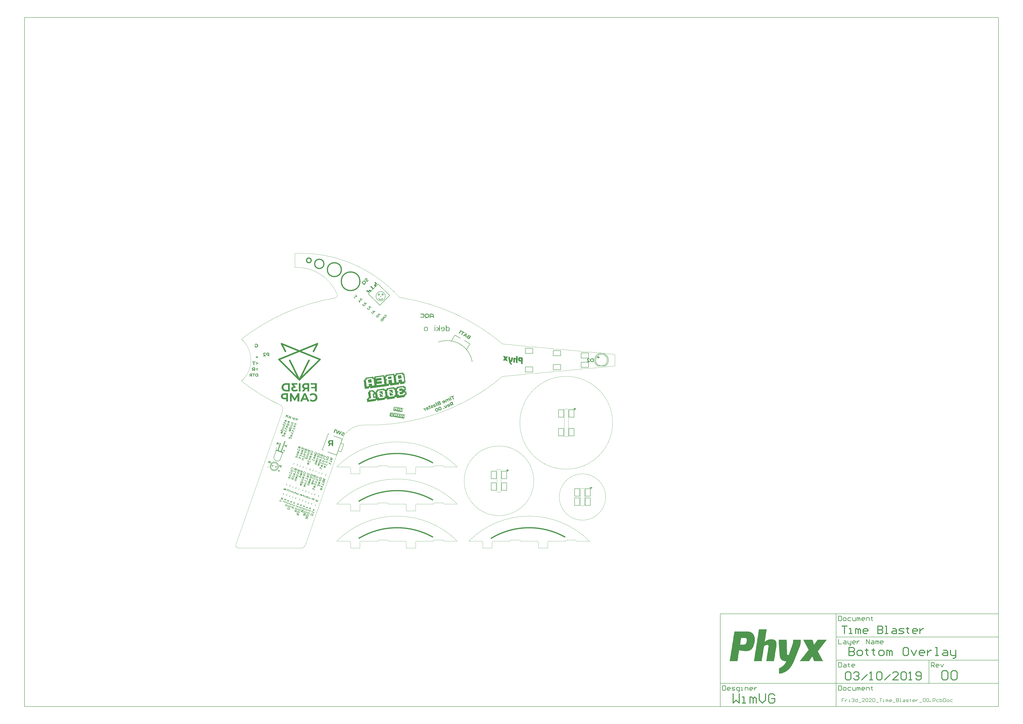
<source format=gbo>
G04*
G04 #@! TF.GenerationSoftware,Altium Limited,Altium Designer,18.1.11 (251)*
G04*
G04 Layer_Color=32896*
%FSLAX25Y25*%
%MOIN*%
G70*
G01*
G75*
%ADD10C,0.00984*%
%ADD11C,0.00787*%
%ADD13C,0.01968*%
%ADD16C,0.01575*%
%ADD17C,0.00197*%
%ADD116C,0.02756*%
%ADD117C,0.00500*%
G36*
X223501Y457934D02*
X223578D01*
X223651Y457930D01*
X223717Y457926D01*
X223771Y457918D01*
X223817D01*
X223856Y457911D01*
X223883Y457907D01*
X223898Y457899D01*
X223906D01*
X224003Y457872D01*
X224095Y457841D01*
X224180Y457802D01*
X224265Y457764D01*
X224416Y457683D01*
X224551Y457594D01*
X224605Y457555D01*
X224655Y457513D01*
X224701Y457482D01*
X224736Y457447D01*
X224767Y457424D01*
X224790Y457401D01*
X224802Y457389D01*
X224805Y457385D01*
X224910Y457273D01*
X224999Y457154D01*
X225076Y457038D01*
X225141Y456918D01*
X225192Y456799D01*
X225234Y456687D01*
X225269Y456575D01*
X225296Y456470D01*
X225311Y456370D01*
X225323Y456281D01*
X225331Y456204D01*
Y456135D01*
X225335Y456077D01*
Y456038D01*
X225331Y456011D01*
Y456003D01*
X225307Y455857D01*
X225273Y455706D01*
X225219Y455559D01*
X225153Y455409D01*
X225080Y455266D01*
X224995Y455127D01*
X224910Y454996D01*
X224825Y454872D01*
X224740Y454756D01*
X224655Y454648D01*
X224578Y454556D01*
X224512Y454474D01*
X224450Y454413D01*
X224431Y454386D01*
X224026Y453980D01*
X224894Y453243D01*
X226663Y455011D01*
X227450Y454223D01*
X224867Y451641D01*
X222269Y453806D01*
X223446Y454984D01*
X223532Y455085D01*
X223612Y455173D01*
X223674Y455258D01*
X223736Y455335D01*
X223790Y455413D01*
X223829Y455482D01*
X223867Y455544D01*
X223898Y455598D01*
X223921Y455652D01*
X223941Y455694D01*
X223956Y455725D01*
X223964Y455756D01*
X223972Y455772D01*
Y455787D01*
X223975Y455791D01*
X223987Y455857D01*
X223991Y455922D01*
X223987Y455980D01*
X223979Y456042D01*
X223968Y456100D01*
X223948Y456150D01*
X223910Y456243D01*
X223864Y456320D01*
X223844Y456347D01*
X223825Y456374D01*
X223809Y456397D01*
X223794Y456413D01*
X223786Y456420D01*
X223782Y456424D01*
X223732Y456467D01*
X223682Y456509D01*
X223574Y456563D01*
X223474Y456602D01*
X223377Y456621D01*
X223292D01*
X223226Y456625D01*
X223180Y456617D01*
X223168Y456621D01*
X223165Y456617D01*
X223033Y456579D01*
X222906Y456521D01*
X222782Y456451D01*
X222674Y456374D01*
X222624Y456339D01*
X222578Y456301D01*
X222539Y456270D01*
X222508Y456239D01*
X222478Y456216D01*
X222443Y456181D01*
X222323Y456053D01*
X222219Y455926D01*
X222122Y455799D01*
X222080Y455741D01*
X222045Y455683D01*
X222010Y455633D01*
X221979Y455586D01*
X221952Y455544D01*
X221929Y455505D01*
X221914Y455474D01*
X221902Y455455D01*
X221895Y455440D01*
X221891Y455436D01*
X221821Y455281D01*
X221756Y455131D01*
X221713Y454988D01*
X221674Y454864D01*
X221659Y454803D01*
X221647Y454752D01*
X221636Y454710D01*
X221628Y454671D01*
X221624Y454637D01*
X221620Y454617D01*
X221617Y454606D01*
Y454598D01*
X220481Y454961D01*
X220524Y455158D01*
X220582Y455347D01*
X220644Y455525D01*
X220713Y455687D01*
X220748Y455760D01*
X220775Y455826D01*
X220810Y455884D01*
X220833Y455930D01*
X220852Y455972D01*
X220867Y456003D01*
X220879Y456023D01*
X220883Y456027D01*
X221006Y456227D01*
X221138Y456413D01*
X221261Y456582D01*
X221323Y456660D01*
X221385Y456729D01*
X221439Y456791D01*
X221489Y456849D01*
X221535Y456903D01*
X221574Y456942D01*
X221605Y456980D01*
X221647Y457023D01*
X221759Y457127D01*
X221864Y457223D01*
X221968Y457312D01*
X222076Y457389D01*
X222176Y457467D01*
X222269Y457528D01*
X222365Y457586D01*
X222447Y457636D01*
X222528Y457679D01*
X222597Y457718D01*
X222659Y457748D01*
X222713Y457772D01*
X222755Y457791D01*
X222782Y457802D01*
X222802Y457814D01*
X222810D01*
X222921Y457849D01*
X223026Y457876D01*
X223126Y457899D01*
X223226Y457914D01*
X223323Y457926D01*
X223416Y457934D01*
X223501D01*
D02*
G37*
G36*
X219918Y453810D02*
X220030Y453806D01*
X220134Y453803D01*
X220231Y453791D01*
X220308Y453783D01*
X220381Y453772D01*
X220435Y453764D01*
X220478Y453753D01*
X220505Y453749D01*
X220512D01*
X220655Y453706D01*
X220794Y453660D01*
X220929Y453602D01*
X221061Y453540D01*
X221180Y453475D01*
X221296Y453405D01*
X221408Y453339D01*
X221508Y453270D01*
X221601Y453200D01*
X221678Y453139D01*
X221752Y453081D01*
X221810Y453030D01*
X221860Y452988D01*
X221895Y452953D01*
X221914Y452934D01*
X221921Y452926D01*
X222034Y452807D01*
X222138Y452687D01*
X222230Y452563D01*
X222315Y452440D01*
X222389Y452320D01*
X222458Y452204D01*
X222516Y452092D01*
X222566Y451988D01*
X222609Y451892D01*
X222643Y451803D01*
X222674Y451726D01*
X222697Y451656D01*
X222717Y451598D01*
X222725Y451560D01*
X222736Y451533D01*
Y451525D01*
X222767Y451378D01*
X222786Y451235D01*
X222798Y451092D01*
X222802Y450957D01*
Y450818D01*
X222790Y450691D01*
X222782Y450567D01*
X222767Y450452D01*
X222748Y450347D01*
X222728Y450251D01*
X222709Y450170D01*
X222694Y450100D01*
X222678Y450038D01*
X222667Y449996D01*
X222659Y449973D01*
X222655Y449961D01*
X222601Y449815D01*
X222539Y449668D01*
X222470Y449529D01*
X222396Y449394D01*
X222319Y449262D01*
X222238Y449143D01*
X222161Y449027D01*
X222080Y448923D01*
X222003Y448822D01*
X221933Y448737D01*
X221871Y448660D01*
X221813Y448595D01*
X221767Y448540D01*
X219779Y446552D01*
X215547Y450783D01*
X217470Y452706D01*
X217601Y452830D01*
X217733Y452946D01*
X217864Y453054D01*
X217995Y453146D01*
X218123Y453235D01*
X218246Y453312D01*
X218362Y453382D01*
X218470Y453444D01*
X218570Y453498D01*
X218667Y453540D01*
X218748Y453583D01*
X218817Y453614D01*
X218875Y453633D01*
X218918Y453652D01*
X218941Y453660D01*
X218953Y453664D01*
X219099Y453710D01*
X219250Y453745D01*
X219393Y453772D01*
X219532Y453787D01*
X219663Y453803D01*
X219794Y453810D01*
X219918D01*
D02*
G37*
G36*
X207935Y426906D02*
X207347Y426206D01*
X203182Y427449D01*
X203772Y428151D01*
X206746Y427262D01*
X205344Y430025D01*
X205983Y430786D01*
X207935Y426906D01*
D02*
G37*
G36*
X204786Y425713D02*
X204152Y424958D01*
X204894Y424335D01*
X204421Y423772D01*
X203679Y424394D01*
X203043Y423636D01*
X202510Y424083D01*
X203147Y424841D01*
X202405Y425464D01*
X202878Y426027D01*
X203619Y425405D01*
X204253Y426160D01*
X204786Y425713D01*
D02*
G37*
G36*
X217294Y422502D02*
X216688Y421780D01*
X215808Y422057D01*
X214617Y420638D01*
X215040Y419817D01*
X214418Y419075D01*
X212509Y423006D01*
X213096Y423706D01*
X217294Y422502D01*
D02*
G37*
G36*
X213226Y419919D02*
X213700Y419522D01*
X212319Y417876D01*
X212960Y417338D01*
X212380Y416647D01*
X211739Y417185D01*
X211322Y416689D01*
X210748Y417171D01*
X211164Y417667D01*
X210590Y418149D01*
X211152Y418818D01*
X211726Y418336D01*
X212414Y419156D01*
X209453Y419365D01*
X210075Y420106D01*
X213226Y419919D01*
D02*
G37*
G36*
X224450Y415576D02*
X223844Y414853D01*
X222965Y415131D01*
X221774Y413711D01*
X222197Y412890D01*
X221574Y412149D01*
X219665Y416079D01*
X220252Y416779D01*
X224450Y415576D01*
D02*
G37*
G36*
X218998Y414130D02*
X217908Y412830D01*
X219145Y412861D01*
X219614Y412468D01*
X219298Y412092D01*
X219261Y412042D01*
X219229Y411993D01*
X219200Y411941D01*
X219176Y411895D01*
X219154Y411852D01*
X219123Y411764D01*
X219106Y411687D01*
X219097Y411614D01*
X219098Y411547D01*
X219110Y411489D01*
X219123Y411436D01*
X219145Y411388D01*
X219164Y411349D01*
X219185Y411317D01*
X219205Y411290D01*
X219220Y411273D01*
X219231Y411264D01*
X219236Y411260D01*
X219272Y411234D01*
X219308Y411209D01*
X219383Y411179D01*
X219452Y411160D01*
X219517Y411152D01*
X219576Y411155D01*
X219617Y411159D01*
X219648Y411166D01*
X219656Y411164D01*
X219658Y411167D01*
X219743Y411201D01*
X219827Y411249D01*
X219902Y411305D01*
X219969Y411362D01*
X220000Y411388D01*
X220026Y411414D01*
X220050Y411437D01*
X220069Y411459D01*
X220088Y411476D01*
X220109Y411501D01*
X220181Y411593D01*
X220246Y411686D01*
X220300Y411774D01*
X220325Y411815D01*
X220347Y411858D01*
X220367Y411893D01*
X220385Y411926D01*
X220400Y411956D01*
X220413Y411983D01*
X220422Y412004D01*
X220428Y412017D01*
X220433Y412028D01*
X220435Y412031D01*
X220475Y412140D01*
X220507Y412241D01*
X220529Y412341D01*
X220548Y412426D01*
X220552Y412465D01*
X220557Y412499D01*
X220562Y412528D01*
X220565Y412554D01*
X220566Y412577D01*
X220567Y412590D01*
X220569Y412598D01*
X220568Y412603D01*
X221339Y412423D01*
X221324Y412292D01*
X221297Y412163D01*
X221264Y412039D01*
X221229Y411930D01*
X221211Y411879D01*
X221194Y411831D01*
X221177Y411794D01*
X221164Y411761D01*
X221154Y411732D01*
X221145Y411711D01*
X221139Y411697D01*
X221136Y411694D01*
X221066Y411554D01*
X220989Y411423D01*
X220917Y411303D01*
X220881Y411248D01*
X220844Y411199D01*
X220811Y411154D01*
X220781Y411113D01*
X220754Y411074D01*
X220730Y411047D01*
X220712Y411019D01*
X220686Y410989D01*
X220620Y410916D01*
X220554Y410843D01*
X220490Y410778D01*
X220426Y410723D01*
X220366Y410669D01*
X220305Y410619D01*
X220247Y410578D01*
X220196Y410540D01*
X220145Y410507D01*
X220101Y410477D01*
X220061Y410453D01*
X220027Y410435D01*
X220000Y410419D01*
X219983Y410410D01*
X219970Y410401D01*
X219965Y410401D01*
X219896Y410369D01*
X219828Y410345D01*
X219760Y410326D01*
X219697Y410308D01*
X219634Y410294D01*
X219572Y410284D01*
X219519Y410277D01*
X219468Y410272D01*
X219421Y410268D01*
X219378Y410267D01*
X219341Y410269D01*
X219308Y410268D01*
X219284Y410269D01*
X219264Y410272D01*
X219255Y410274D01*
X219250Y410274D01*
X219187Y410284D01*
X219124Y410299D01*
X219068Y410317D01*
X219010Y410338D01*
X218905Y410383D01*
X218816Y410429D01*
X218777Y410452D01*
X218744Y410475D01*
X218712Y410493D01*
X218687Y410514D01*
X218665Y410527D01*
X218651Y410539D01*
X218643Y410546D01*
X218640Y410548D01*
X218578Y410605D01*
X218524Y410660D01*
X218475Y410720D01*
X218434Y410779D01*
X218395Y410840D01*
X218361Y410896D01*
X218336Y410951D01*
X218310Y411005D01*
X218293Y411058D01*
X218279Y411103D01*
X218265Y411143D01*
X218257Y411179D01*
X218251Y411207D01*
X218247Y411230D01*
X218243Y411242D01*
X218243Y411247D01*
X218236Y411324D01*
X218234Y411402D01*
X218241Y411477D01*
X218252Y411553D01*
X218269Y411630D01*
X218286Y411701D01*
X218308Y411767D01*
X218329Y411831D01*
X218352Y411893D01*
X218376Y411944D01*
X218397Y411992D01*
X218417Y412033D01*
X218435Y412065D01*
X218448Y412092D01*
X218455Y412106D01*
X218459Y412111D01*
X217095Y412082D01*
X216635Y412468D01*
X218429Y414607D01*
X218998Y414130D01*
D02*
G37*
G36*
X232184Y409134D02*
X231578Y408411D01*
X230699Y408688D01*
X229508Y407269D01*
X229931Y406448D01*
X229309Y405707D01*
X227399Y409637D01*
X227986Y410337D01*
X232184Y409134D01*
D02*
G37*
G36*
X226728Y407881D02*
X226760Y407879D01*
X226783Y407878D01*
X226796Y407877D01*
X226801Y407877D01*
X226700Y407083D01*
X226612Y407086D01*
X226525Y407078D01*
X226448Y407066D01*
X226380Y407052D01*
X226322Y407034D01*
X226282Y407021D01*
X226267Y407014D01*
X226254Y407010D01*
X226247Y407007D01*
X226244Y407004D01*
X226168Y406964D01*
X226095Y406916D01*
X226029Y406867D01*
X225971Y406820D01*
X225926Y406777D01*
X225907Y406755D01*
X225890Y406741D01*
X225862Y406707D01*
X225798Y406619D01*
X225746Y406534D01*
X225725Y406499D01*
X225708Y406461D01*
X225696Y406424D01*
X225685Y406395D01*
X225675Y406365D01*
X225670Y406336D01*
X225666Y406316D01*
X225660Y406297D01*
X225662Y406282D01*
X225658Y406271D01*
X225658Y406261D01*
X225659Y406222D01*
X225662Y406186D01*
X225684Y406115D01*
X225710Y406056D01*
X225746Y406002D01*
X225775Y405958D01*
X225806Y405927D01*
X225818Y405913D01*
X225826Y405906D01*
X225832Y405901D01*
X225835Y405899D01*
X225884Y405862D01*
X225936Y405833D01*
X225990Y405806D01*
X226038Y405785D01*
X226081Y405768D01*
X226116Y405758D01*
X226139Y405752D01*
X226145Y405753D01*
X226147Y405750D01*
X226184Y405743D01*
X226221Y405736D01*
X226307Y405731D01*
X226392Y405730D01*
X226474Y405732D01*
X226549Y405736D01*
X226583Y405737D01*
X226608Y405739D01*
X226634Y405741D01*
X226649Y405743D01*
X226660Y405744D01*
X226665Y405744D01*
X228767Y405990D01*
X229224Y405606D01*
X227285Y403295D01*
X226710Y403777D01*
X227815Y405093D01*
X226561Y404947D01*
X226464Y404938D01*
X226374Y404928D01*
X226284Y404923D01*
X226207Y404921D01*
X226130Y404919D01*
X226062Y404919D01*
X226000Y404924D01*
X225940Y404926D01*
X225891Y404930D01*
X225849Y404936D01*
X225810Y404941D01*
X225781Y404946D01*
X225755Y404949D01*
X225739Y404952D01*
X225726Y404954D01*
X225723Y404956D01*
X225609Y404990D01*
X225505Y405035D01*
X225410Y405081D01*
X225328Y405131D01*
X225293Y405151D01*
X225260Y405174D01*
X225233Y405192D01*
X225210Y405211D01*
X225191Y405222D01*
X225177Y405234D01*
X225169Y405241D01*
X225166Y405243D01*
X225118Y405288D01*
X225070Y405333D01*
X224992Y405427D01*
X224960Y405473D01*
X224930Y405517D01*
X224906Y405562D01*
X224882Y405601D01*
X224863Y405641D01*
X224846Y405678D01*
X224833Y405708D01*
X224823Y405735D01*
X224814Y405758D01*
X224809Y405775D01*
X224806Y405783D01*
X224806Y405788D01*
X224782Y405907D01*
X224775Y406023D01*
X224775Y406137D01*
X224787Y406236D01*
X224798Y406322D01*
X224805Y406359D01*
X224812Y406391D01*
X224818Y406414D01*
X224824Y406433D01*
X224826Y406446D01*
X224828Y406449D01*
X224874Y406577D01*
X224932Y406704D01*
X224997Y406820D01*
X225028Y406875D01*
X225060Y406924D01*
X225090Y406970D01*
X225120Y407012D01*
X225147Y407050D01*
X225171Y407078D01*
X225189Y407106D01*
X225217Y407139D01*
X225283Y407212D01*
X225347Y407282D01*
X225414Y407345D01*
X225476Y407402D01*
X225541Y407457D01*
X225604Y407504D01*
X225665Y407548D01*
X225721Y407586D01*
X225774Y407622D01*
X225823Y407652D01*
X225863Y407676D01*
X225902Y407695D01*
X225932Y407713D01*
X225954Y407723D01*
X225966Y407732D01*
X225971Y407732D01*
X226051Y407765D01*
X226126Y407792D01*
X226202Y407814D01*
X226275Y407834D01*
X226346Y407850D01*
X226417Y407862D01*
X226481Y407870D01*
X226543Y407875D01*
X226597Y407877D01*
X226648Y407882D01*
X226692Y407883D01*
X226728Y407881D01*
D02*
G37*
G36*
X238916Y401599D02*
X238310Y400877D01*
X237430Y401154D01*
X236239Y399734D01*
X236662Y398914D01*
X236040Y398172D01*
X234130Y402103D01*
X234718Y402802D01*
X238916Y401599D01*
D02*
G37*
G36*
X315809Y397822D02*
X315808Y397753D01*
X315877Y397753D01*
X315877Y397821D01*
X315946Y397820D01*
X315945Y397752D01*
X316014Y397751D01*
X316014Y397820D01*
X316083Y397819D01*
X316082Y397751D01*
X316150Y397750D01*
X316151Y397819D01*
X316220Y397818D01*
X316219Y397750D01*
X316287Y397749D01*
X316288Y397817D01*
X316357Y397817D01*
X316356Y397748D01*
X316424Y397748D01*
X316425Y397816D01*
X316494Y397816D01*
X316493Y397747D01*
X316561Y397747D01*
X316562Y397815D01*
X316631Y397814D01*
X316630Y397746D01*
X316698Y397745D01*
X316699Y397814D01*
X316768Y397813D01*
X316767Y397745D01*
X316835Y397744D01*
X316836Y397813D01*
X316904Y397812D01*
X316904Y397744D01*
X316972Y397743D01*
X316973Y397812D01*
X317041Y397811D01*
X317041Y397743D01*
X317109Y397742D01*
X317110Y397810D01*
X317178Y397810D01*
X317178Y397741D01*
X317246Y397741D01*
X317247Y397809D01*
X317315Y397809D01*
X317315Y397740D01*
X317383Y397739D01*
X317384Y397808D01*
X317452Y397807D01*
X317452Y397739D01*
X317520Y397738D01*
X317521Y397807D01*
X317589Y397806D01*
X317589Y397738D01*
X317657Y397737D01*
X317658Y397806D01*
X317726Y397805D01*
X317726Y397737D01*
X317794Y397736D01*
X317795Y397804D01*
X317863Y397804D01*
X317863Y397735D01*
X317931Y397735D01*
X317932Y397803D01*
X318000Y397802D01*
X318000Y397734D01*
X318068Y397733D01*
X318069Y397802D01*
X318137Y397801D01*
X318136Y397733D01*
X318205Y397732D01*
X318205Y397801D01*
X318274Y397800D01*
X318273Y397732D01*
X318342Y397731D01*
X318342Y397799D01*
X318411Y397799D01*
X318410Y397730D01*
X318479Y397730D01*
X318479Y397798D01*
X318548Y397798D01*
X318547Y397729D01*
X318616Y397729D01*
X318616Y397797D01*
X318685Y397797D01*
X318684Y397728D01*
X318753Y397727D01*
X318753Y397796D01*
X318822Y397795D01*
X318821Y397727D01*
X318890Y397726D01*
X318890Y397795D01*
X318959Y397794D01*
X318958Y397726D01*
X319027Y397725D01*
X319027Y397794D01*
X319096Y397793D01*
X319095Y397725D01*
X319164Y397724D01*
X319164Y397792D01*
X319233Y397792D01*
X319232Y397723D01*
X319301Y397723D01*
X319301Y397791D01*
X319370Y397791D01*
X319369Y397722D01*
X319438Y397722D01*
X319438Y397790D01*
X319507Y397789D01*
X319506Y397721D01*
X319574Y397720D01*
X319575Y397789D01*
X319644Y397788D01*
X319643Y397720D01*
X319711Y397719D01*
X319712Y397788D01*
X319780Y397787D01*
X319780Y397719D01*
X319848Y397718D01*
X319849Y397786D01*
X319917Y397786D01*
X319917Y397717D01*
X319985Y397717D01*
X319986Y397785D01*
X320055Y397785D01*
X320054Y397716D01*
X320122Y397715D01*
X320123Y397784D01*
X320191Y397783D01*
X320191Y397715D01*
X320259Y397714D01*
X320260Y397783D01*
X320328Y397782D01*
X320328Y397714D01*
X320396Y397713D01*
X320396Y397645D01*
X320464Y397644D01*
X320465Y397712D01*
X320533Y397712D01*
X320533Y397643D01*
X320738Y397642D01*
X320738Y397573D01*
X320943Y397571D01*
X320942Y397503D01*
X321011Y397502D01*
X321010Y397434D01*
X321079Y397433D01*
X321078Y397365D01*
X321284Y397363D01*
X321283Y397294D01*
X321282Y397226D01*
X321351Y397225D01*
X321350Y397157D01*
X321350Y397089D01*
X321418Y397088D01*
X321417Y397019D01*
X321486Y397019D01*
X321485Y396950D01*
X321554Y396950D01*
X321553Y396881D01*
X321553Y396813D01*
X321621Y396812D01*
X321620Y396744D01*
X321620Y396675D01*
X321688Y396675D01*
X321688Y396606D01*
X321687Y396538D01*
X321687Y396469D01*
X321755Y396469D01*
X321755Y396400D01*
X321686Y396401D01*
X321685Y396332D01*
X321754Y396332D01*
X321753Y396263D01*
X321753Y396195D01*
X321752Y396126D01*
X321751Y396058D01*
X321751Y395989D01*
X321819Y395989D01*
X321819Y395920D01*
X321750Y395921D01*
X321750Y395852D01*
X321818Y395852D01*
X321818Y395783D01*
X321749Y395784D01*
X321748Y395715D01*
X321817Y395715D01*
X321816Y395646D01*
X321748Y395647D01*
X321747Y395578D01*
X321816Y395578D01*
X321815Y395509D01*
X321747Y395510D01*
X321746Y395441D01*
X321815Y395441D01*
X321814Y395372D01*
X321745Y395373D01*
X321745Y395304D01*
X321813Y395304D01*
X321813Y395235D01*
X321744Y395236D01*
X321744Y395167D01*
X321812Y395167D01*
X321812Y395098D01*
X321743Y395099D01*
X321743Y395030D01*
X321811Y395030D01*
X321810Y394961D01*
X321742Y394962D01*
X321741Y394894D01*
X321810Y394893D01*
X321809Y394825D01*
X321741Y394825D01*
X321740Y394757D01*
X321809Y394756D01*
X321808Y394688D01*
X321740Y394688D01*
X321739Y394620D01*
X321807Y394619D01*
X321807Y394551D01*
X321738Y394551D01*
X321738Y394483D01*
X321806Y394482D01*
X321806Y394414D01*
X321737Y394414D01*
X321737Y394346D01*
X321805Y394345D01*
X321804Y394277D01*
X321736Y394277D01*
X321735Y394209D01*
X321804Y394208D01*
X321803Y394140D01*
X321735Y394140D01*
X321734Y394072D01*
X321803Y394071D01*
X321802Y394003D01*
X321734Y394003D01*
X321733Y393935D01*
X321801Y393934D01*
X321801Y393866D01*
X321732Y393866D01*
X321732Y393798D01*
X321800Y393797D01*
X321800Y393729D01*
X321731Y393729D01*
X321731Y393661D01*
X321799Y393660D01*
X321798Y393592D01*
X321730Y393592D01*
X321729Y393524D01*
X321798Y393523D01*
X321797Y393455D01*
X321729Y393456D01*
X321728Y393387D01*
X321797Y393386D01*
X321796Y393318D01*
X321728Y393319D01*
X321727Y393250D01*
X321795Y393249D01*
X321795Y393181D01*
X321726Y393181D01*
X321726Y393113D01*
X321794Y393112D01*
X321794Y393044D01*
X321725Y393045D01*
X321725Y392976D01*
X321793Y392975D01*
X321793Y392907D01*
X321724Y392908D01*
X321723Y392839D01*
X321792Y392839D01*
X321791Y392770D01*
X321723Y392771D01*
X321722Y392702D01*
X321791Y392702D01*
X321790Y392633D01*
X321722Y392634D01*
X321721Y392565D01*
X321720Y392497D01*
X321720Y392428D01*
X321719Y392360D01*
X321719Y392291D01*
X321650Y392292D01*
X321650Y392224D01*
X321649Y392155D01*
X321648Y392087D01*
X321580Y392087D01*
X321579Y392019D01*
X321648Y392018D01*
X321647Y391950D01*
X321579Y391950D01*
X321578Y391882D01*
X321510Y391882D01*
X321509Y391814D01*
X321441Y391814D01*
X321440Y391746D01*
X321439Y391677D01*
X321371Y391678D01*
X321370Y391610D01*
X321370Y391541D01*
X321301Y391542D01*
X321301Y391473D01*
X321232Y391474D01*
X321232Y391405D01*
X321094Y391406D01*
X321094Y391338D01*
X321025Y391339D01*
X321025Y391270D01*
X320888Y391271D01*
X320887Y391203D01*
X320819Y391203D01*
X320818Y391135D01*
X320613Y391137D01*
X320612Y391068D01*
X320407Y391070D01*
X320406Y391002D01*
X315613Y391043D01*
X315613Y391112D01*
X315614Y391180D01*
X315614Y391249D01*
X315615Y391317D01*
X315616Y391386D01*
X315616Y391454D01*
X315617Y391523D01*
X315617Y391591D01*
X315618Y391660D01*
X315619Y391728D01*
X315619Y391797D01*
X315620Y391865D01*
X315620Y391934D01*
X315621Y392002D01*
X315622Y392071D01*
X315622Y392139D01*
X315623Y392208D01*
X315623Y392276D01*
X315692Y392275D01*
X315691Y392207D01*
X315760Y392206D01*
X315760Y392275D01*
X315829Y392274D01*
X315828Y392206D01*
X315897Y392205D01*
X315897Y392274D01*
X315966Y392273D01*
X315965Y392204D01*
X316034Y392204D01*
X316034Y392272D01*
X316103Y392272D01*
X316102Y392203D01*
X316171Y392203D01*
X316171Y392271D01*
X316240Y392271D01*
X316239Y392202D01*
X316307Y392201D01*
X316308Y392270D01*
X316377Y392269D01*
X316376Y392201D01*
X316444Y392200D01*
X316445Y392269D01*
X316514Y392268D01*
X316513Y392200D01*
X316582Y392199D01*
X316582Y392268D01*
X316651Y392267D01*
X316650Y392199D01*
X316718Y392198D01*
X316719Y392266D01*
X316788Y392266D01*
X316787Y392197D01*
X316855Y392197D01*
X316856Y392265D01*
X316925Y392265D01*
X316924Y392196D01*
X316992Y392196D01*
X316993Y392264D01*
X317061Y392264D01*
X317061Y392195D01*
X317129Y392194D01*
X317130Y392263D01*
X317198Y392262D01*
X317198Y392194D01*
X317266Y392193D01*
X317267Y392262D01*
X317335Y392261D01*
X317335Y392193D01*
X317403Y392192D01*
X317404Y392261D01*
X317472Y392260D01*
X317472Y392191D01*
X317540Y392191D01*
X317541Y392259D01*
X317609Y392259D01*
X317609Y392190D01*
X317677Y392190D01*
X317678Y392258D01*
X317746Y392257D01*
X317746Y392189D01*
X317814Y392188D01*
X317815Y392257D01*
X317883Y392256D01*
X317883Y392188D01*
X317951Y392187D01*
X317952Y392256D01*
X318020Y392255D01*
X318020Y392187D01*
X318088Y392186D01*
X318089Y392254D01*
X318157Y392254D01*
X318157Y392185D01*
X318225Y392185D01*
X318226Y392253D01*
X318294Y392253D01*
X318293Y392184D01*
X318362Y392184D01*
X318362Y392252D01*
X318431Y392251D01*
X318430Y392183D01*
X318499Y392182D01*
X318499Y392251D01*
X318568Y392250D01*
X318567Y392182D01*
X318636Y392181D01*
X318636Y392250D01*
X318705Y392249D01*
X318704Y392181D01*
X318773Y392180D01*
X318773Y392249D01*
X318842Y392248D01*
X318841Y392179D01*
X318910Y392179D01*
X318910Y392247D01*
X318979Y392247D01*
X318978Y392178D01*
X319047Y392178D01*
X319047Y392246D01*
X319116Y392246D01*
X319115Y392177D01*
X319184Y392177D01*
X319184Y392245D01*
X319253Y392244D01*
X319252Y392176D01*
X319321Y392175D01*
X319321Y392244D01*
X319390Y392243D01*
X319389Y392175D01*
X319458Y392174D01*
X319458Y392243D01*
X319527Y392242D01*
X319526Y392174D01*
X319595Y392173D01*
X319595Y392241D01*
X319664Y392241D01*
X319663Y392172D01*
X319731Y392172D01*
X319732Y392240D01*
X319801Y392240D01*
X319800Y392171D01*
X319868Y392171D01*
X319869Y392239D01*
X319938Y392238D01*
X319937Y392170D01*
X320005Y392169D01*
X320006Y392238D01*
X320075Y392237D01*
X320074Y392169D01*
X320142Y392168D01*
X320143Y392237D01*
X320212Y392236D01*
X320212Y392304D01*
X320417Y392303D01*
X320418Y392371D01*
X320350Y392372D01*
X320350Y392440D01*
X320419Y392440D01*
X320419Y392508D01*
X320488Y392508D01*
X320488Y392576D01*
X320557Y392575D01*
X320557Y392644D01*
X320489Y392645D01*
X320490Y392713D01*
X320558Y392712D01*
X320559Y392781D01*
X320490Y392781D01*
X320491Y392850D01*
X320559Y392849D01*
X320560Y392918D01*
X320491Y392918D01*
X320492Y392987D01*
X320560Y392986D01*
X320561Y393055D01*
X320493Y393055D01*
X320493Y393124D01*
X320562Y393123D01*
X320562Y393192D01*
X320494Y393192D01*
X320494Y393261D01*
X320563Y393260D01*
X320563Y393329D01*
X320495Y393329D01*
X320496Y393398D01*
X320564Y393397D01*
X320565Y393466D01*
X320496Y393466D01*
X320497Y393535D01*
X320565Y393534D01*
X320566Y393603D01*
X320497Y393603D01*
X320498Y393672D01*
X320566Y393671D01*
X320567Y393740D01*
X320498Y393740D01*
X320499Y393809D01*
X320568Y393808D01*
X320568Y393877D01*
X320500Y393877D01*
X320500Y393946D01*
X320569Y393945D01*
X320569Y394013D01*
X320501Y394014D01*
X320501Y394082D01*
X320570Y394082D01*
X320571Y394150D01*
X320502Y394151D01*
X320503Y394219D01*
X320571Y394219D01*
X320572Y394287D01*
X320503Y394288D01*
X320504Y394356D01*
X320572Y394356D01*
X320573Y394424D01*
X320504Y394425D01*
X320505Y394493D01*
X320574Y394493D01*
X320574Y394561D01*
X320506Y394562D01*
X320506Y394630D01*
X320575Y394630D01*
X320575Y394698D01*
X320507Y394699D01*
X320508Y394767D01*
X320576Y394767D01*
X320577Y394835D01*
X320508Y394836D01*
X320509Y394904D01*
X320577Y394904D01*
X320578Y394972D01*
X320509Y394973D01*
X320510Y395041D01*
X320578Y395041D01*
X320579Y395109D01*
X320511Y395110D01*
X320511Y395178D01*
X320580Y395178D01*
X320580Y395246D01*
X320512Y395247D01*
X320512Y395315D01*
X320581Y395315D01*
X320581Y395383D01*
X320513Y395384D01*
X320514Y395452D01*
X320582Y395451D01*
X320583Y395520D01*
X320514Y395521D01*
X320515Y395589D01*
X320583Y395588D01*
X320584Y395657D01*
X320515Y395658D01*
X320516Y395726D01*
X320584Y395725D01*
X320585Y395794D01*
X320516Y395795D01*
X320517Y395863D01*
X320585Y395862D01*
X320586Y395931D01*
X320518Y395932D01*
X320518Y396000D01*
X320587Y395999D01*
X320587Y396068D01*
X320519Y396068D01*
X320519Y396137D01*
X320520Y396205D01*
X320521Y396274D01*
X320452Y396274D01*
X320453Y396343D01*
X320384Y396343D01*
X320385Y396412D01*
X320316Y396413D01*
X320317Y396481D01*
X320112Y396483D01*
X320112Y396551D01*
X320044Y396552D01*
X320043Y396483D01*
X319975Y396484D01*
X319975Y396553D01*
X319907Y396553D01*
X319906Y396485D01*
X319838Y396485D01*
X319838Y396554D01*
X319770Y396554D01*
X319769Y396486D01*
X319701Y396486D01*
X319701Y396555D01*
X319633Y396556D01*
X319632Y396487D01*
X319564Y396488D01*
X319564Y396556D01*
X319496Y396557D01*
X319495Y396488D01*
X319427Y396489D01*
X319427Y396557D01*
X319359Y396558D01*
X319358Y396490D01*
X319290Y396490D01*
X319290Y396558D01*
X319222Y396559D01*
X319221Y396491D01*
X319153Y396491D01*
X319153Y396560D01*
X319085Y396560D01*
X319084Y396492D01*
X319016Y396493D01*
X319017Y396561D01*
X318948Y396562D01*
X318947Y396493D01*
X318879Y396494D01*
X318880Y396562D01*
X318811Y396563D01*
X318811Y396494D01*
X318742Y396495D01*
X318743Y396563D01*
X318674Y396564D01*
X318673Y396496D01*
X318605Y396496D01*
X318606Y396565D01*
X318537Y396565D01*
X318536Y396497D01*
X318468Y396497D01*
X318469Y396566D01*
X318400Y396566D01*
X318400Y396498D01*
X318331Y396498D01*
X318332Y396567D01*
X318263Y396568D01*
X318263Y396499D01*
X318194Y396500D01*
X318195Y396568D01*
X318126Y396569D01*
X318126Y396500D01*
X318057Y396501D01*
X318058Y396569D01*
X317989Y396570D01*
X317989Y396501D01*
X317920Y396502D01*
X317921Y396570D01*
X317852Y396571D01*
X317852Y396503D01*
X317783Y396503D01*
X317784Y396572D01*
X317715Y396572D01*
X317715Y396504D01*
X317646Y396504D01*
X317647Y396573D01*
X317578Y396573D01*
X317578Y396505D01*
X317509Y396506D01*
X317510Y396574D01*
X317441Y396575D01*
X317441Y396506D01*
X317372Y396507D01*
X317373Y396575D01*
X317304Y396576D01*
X317304Y396507D01*
X317235Y396508D01*
X317236Y396576D01*
X317168Y396577D01*
X317167Y396509D01*
X317098Y396509D01*
X317099Y396578D01*
X317031Y396578D01*
X317030Y396510D01*
X316962Y396510D01*
X316962Y396579D01*
X316894Y396580D01*
X316893Y396511D01*
X316825Y396512D01*
X316825Y396580D01*
X316757Y396581D01*
X316756Y396512D01*
X316688Y396513D01*
X316688Y396581D01*
X316620Y396582D01*
X316619Y396513D01*
X316551Y396514D01*
X316551Y396583D01*
X316483Y396583D01*
X316482Y396515D01*
X316414Y396515D01*
X316414Y396584D01*
X316346Y396584D01*
X316345Y396516D01*
X316277Y396516D01*
X316277Y396585D01*
X316209Y396585D01*
X316208Y396517D01*
X316140Y396517D01*
X316140Y396586D01*
X316072Y396587D01*
X316071Y396518D01*
X316003Y396519D01*
X316003Y396587D01*
X315935Y396588D01*
X315934Y396519D01*
X315866Y396520D01*
X315866Y396588D01*
X315798Y396589D01*
X315797Y396520D01*
X315729Y396521D01*
X315729Y396590D01*
X315661Y396590D01*
X315662Y396659D01*
X315662Y396727D01*
X315663Y396796D01*
X315663Y396864D01*
X315664Y396933D01*
X315665Y397001D01*
X315665Y397070D01*
X315666Y397138D01*
X315666Y397206D01*
X315667Y397275D01*
X315668Y397343D01*
X315668Y397412D01*
X315669Y397481D01*
X315669Y397549D01*
X315670Y397617D01*
X315671Y397686D01*
X315671Y397754D01*
X315740Y397754D01*
X315740Y397822D01*
X315809Y397822D01*
D02*
G37*
G36*
X325328Y397807D02*
X325327Y397739D01*
X325396Y397738D01*
X325396Y397807D01*
X325465Y397806D01*
X325464Y397737D01*
X325533Y397737D01*
X325533Y397805D01*
X325739Y397803D01*
X325738Y397735D01*
X325807Y397734D01*
X325807Y397803D01*
X326013Y397801D01*
X326012Y397733D01*
X326081Y397732D01*
X326081Y397800D01*
X326287Y397799D01*
X326286Y397730D01*
X326355Y397730D01*
X326355Y397798D01*
X326561Y397796D01*
X326560Y397728D01*
X326628Y397727D01*
X326629Y397796D01*
X326835Y397794D01*
X326834Y397726D01*
X326902Y397725D01*
X326903Y397793D01*
X327108Y397792D01*
X327108Y397723D01*
X327176Y397723D01*
X327177Y397791D01*
X327382Y397789D01*
X327382Y397721D01*
X327450Y397720D01*
X327451Y397789D01*
X327519Y397788D01*
X327519Y397720D01*
X327587Y397719D01*
X327588Y397787D01*
X327656Y397787D01*
X327656Y397718D01*
X327724Y397718D01*
X327725Y397786D01*
X327793Y397785D01*
X327793Y397717D01*
X328135Y397714D01*
X328134Y397646D01*
X328203Y397645D01*
X328204Y397713D01*
X328272Y397713D01*
X328271Y397644D01*
X328340Y397644D01*
X328339Y397575D01*
X328545Y397573D01*
X328544Y397505D01*
X328613Y397504D01*
X328612Y397436D01*
X328817Y397434D01*
X328817Y397366D01*
X328885Y397365D01*
X328885Y397297D01*
X329022Y397295D01*
X329021Y397227D01*
X329021Y397159D01*
X329226Y397157D01*
X329225Y397088D01*
X329294Y397088D01*
X329293Y397019D01*
X329362Y397019D01*
X329361Y396950D01*
X329430Y396950D01*
X329429Y396881D01*
X329497Y396880D01*
X329497Y396812D01*
X329565Y396811D01*
X329565Y396743D01*
X329633Y396742D01*
X329633Y396674D01*
X329632Y396605D01*
X329700Y396605D01*
X329700Y396536D01*
X329699Y396468D01*
X329768Y396467D01*
X329767Y396399D01*
X329836Y396398D01*
X329835Y396330D01*
X329834Y396261D01*
X329834Y396193D01*
X329902Y396192D01*
X329902Y396124D01*
X329970Y396123D01*
X329970Y396054D01*
X329969Y395986D01*
X329968Y395918D01*
X330037Y395917D01*
X330036Y395848D01*
X330036Y395780D01*
X330035Y395711D01*
X330104Y395711D01*
X330103Y395642D01*
X330102Y395574D01*
X330102Y395505D01*
X330170Y395505D01*
X330170Y395436D01*
X330101Y395437D01*
X330101Y395368D01*
X330169Y395368D01*
X330169Y395299D01*
X330100Y395300D01*
X330099Y395232D01*
X330168Y395231D01*
X330167Y395162D01*
X330167Y395094D01*
X330166Y395025D01*
X330166Y394957D01*
X330165Y394888D01*
X330164Y394820D01*
X330164Y394752D01*
X330163Y394683D01*
X330163Y394615D01*
X330162Y394546D01*
X330161Y394478D01*
X330161Y394409D01*
X330160Y394341D01*
X330159Y394272D01*
X330159Y394204D01*
X330158Y394135D01*
X330158Y394067D01*
X330157Y393998D01*
X330156Y393930D01*
X330156Y393861D01*
X330155Y393793D01*
X330155Y393724D01*
X330154Y393656D01*
X330153Y393587D01*
X330153Y393519D01*
X330152Y393450D01*
X330152Y393382D01*
X330083Y393383D01*
X330083Y393314D01*
X330151Y393314D01*
X330151Y393245D01*
X330082Y393246D01*
X330082Y393177D01*
X330150Y393177D01*
X330149Y393108D01*
X330081Y393109D01*
X330080Y393040D01*
X330080Y392972D01*
X330079Y392903D01*
X330011Y392904D01*
X330010Y392835D01*
X330009Y392767D01*
X330009Y392698D01*
X329940Y392699D01*
X329940Y392631D01*
X330008Y392630D01*
X330008Y392561D01*
X329939Y392562D01*
X329939Y392494D01*
X329870Y392494D01*
X329870Y392426D01*
X329869Y392357D01*
X329868Y392289D01*
X329800Y392289D01*
X329799Y392221D01*
X329731Y392221D01*
X329730Y392153D01*
X329662Y392154D01*
X329661Y392085D01*
X329730Y392085D01*
X329729Y392016D01*
X329660Y392017D01*
X329660Y391948D01*
X329591Y391949D01*
X329591Y391880D01*
X329522Y391881D01*
X329522Y391812D01*
X329453Y391813D01*
X329453Y391744D01*
X329384Y391745D01*
X329383Y391676D01*
X329315Y391677D01*
X329314Y391609D01*
X329246Y391609D01*
X329245Y391541D01*
X329177Y391541D01*
X329176Y391473D01*
X329108Y391474D01*
X329107Y391405D01*
X329039Y391406D01*
X329038Y391337D01*
X328970Y391338D01*
X328969Y391269D01*
X328901Y391270D01*
X328900Y391201D01*
X328695Y391203D01*
X328694Y391135D01*
X328625Y391135D01*
X328625Y391067D01*
X328419Y391069D01*
X328419Y391000D01*
X328350Y391001D01*
X328350Y390932D01*
X328281Y390933D01*
X328282Y391001D01*
X328213Y391002D01*
X328213Y390933D01*
X328007Y390935D01*
X328007Y390867D01*
X327938Y390867D01*
X327939Y390936D01*
X327870Y390936D01*
X327870Y390868D01*
X327664Y390870D01*
X327664Y390801D01*
X327595Y390802D01*
X327596Y390870D01*
X327527Y390871D01*
X327527Y390802D01*
X327458Y390803D01*
X327459Y390872D01*
X327391Y390872D01*
X327390Y390804D01*
X327321Y390804D01*
X327322Y390873D01*
X327254Y390873D01*
X327253Y390805D01*
X327184Y390806D01*
X327185Y390874D01*
X327117Y390875D01*
X327116Y390806D01*
X327047Y390807D01*
X327048Y390875D01*
X326980Y390876D01*
X326979Y390807D01*
X326910Y390808D01*
X326911Y390876D01*
X326843Y390877D01*
X326842Y390808D01*
X326774Y390809D01*
X326774Y390878D01*
X326706Y390878D01*
X326705Y390810D01*
X326637Y390810D01*
X326637Y390879D01*
X326569Y390879D01*
X326568Y390811D01*
X326500Y390811D01*
X326500Y390880D01*
X326432Y390880D01*
X326431Y390812D01*
X326363Y390813D01*
X326363Y390881D01*
X326295Y390882D01*
X326294Y390813D01*
X326226Y390814D01*
X326226Y390882D01*
X326158Y390883D01*
X326157Y390814D01*
X325952Y390816D01*
X325951Y390748D01*
X325951Y390679D01*
X325814Y390681D01*
X325813Y390612D01*
X325745Y390613D01*
X325744Y390544D01*
X325676Y390545D01*
X325675Y390476D01*
X325606Y390477D01*
X325606Y390408D01*
X325537Y390409D01*
X325537Y390340D01*
X325468Y390341D01*
X325468Y390272D01*
X325262Y390274D01*
X325262Y390206D01*
X325330Y390205D01*
X325329Y390137D01*
X325124Y390139D01*
X325124Y390070D01*
X325055Y390071D01*
X325054Y390002D01*
X324986Y390003D01*
X324985Y389934D01*
X324917Y389935D01*
X324916Y389866D01*
X324848Y389867D01*
X324848Y389935D01*
X324780Y389936D01*
X324779Y389868D01*
X324711Y389868D01*
X324711Y389937D01*
X324643Y389937D01*
X324642Y389869D01*
X324574Y389869D01*
X324574Y389938D01*
X324506Y389938D01*
X324505Y389870D01*
X324437Y389871D01*
X324437Y389939D01*
X324369Y389940D01*
X324368Y389871D01*
X324300Y389872D01*
X324301Y389940D01*
X324232Y389941D01*
X324232Y389872D01*
X324163Y389873D01*
X324164Y389942D01*
X324095Y389942D01*
X324095Y389874D01*
X324026Y389874D01*
X324027Y389943D01*
X323958Y389943D01*
X323957Y389875D01*
X323889Y389875D01*
X323890Y389944D01*
X323821Y389945D01*
X323821Y389876D01*
X323752Y389877D01*
X323753Y389945D01*
X323684Y389946D01*
X323684Y389877D01*
X323615Y389878D01*
X323616Y389946D01*
X323547Y389947D01*
X323547Y389878D01*
X323478Y389879D01*
X323479Y389948D01*
X323410Y389948D01*
X323410Y389880D01*
X323341Y389880D01*
X323342Y389949D01*
X323273Y389949D01*
X323273Y389881D01*
X323204Y389881D01*
X323205Y389950D01*
X323273Y389949D01*
X323274Y390018D01*
X323342Y390017D01*
X323343Y390086D01*
X323411Y390085D01*
X323412Y390154D01*
X323481Y390153D01*
X323481Y390221D01*
X323550Y390221D01*
X323550Y390289D01*
X323619Y390289D01*
X323619Y390357D01*
X323825Y390355D01*
X323825Y390424D01*
X323826Y390492D01*
X323963Y390491D01*
X323963Y390560D01*
X324032Y390559D01*
X324033Y390628D01*
X324101Y390627D01*
X324102Y390695D01*
X324170Y390695D01*
X324171Y390763D01*
X324239Y390763D01*
X324240Y390831D01*
X324308Y390830D01*
X324309Y390899D01*
X324446Y390898D01*
X324446Y390966D01*
X324447Y391035D01*
X324516Y391034D01*
X324516Y391103D01*
X324448Y391103D01*
X324448Y391172D01*
X324380Y391172D01*
X324379Y391104D01*
X324311Y391105D01*
X324311Y391173D01*
X324243Y391174D01*
X324243Y391242D01*
X324175Y391243D01*
X324176Y391311D01*
X324107Y391312D01*
X324108Y391380D01*
X323902Y391382D01*
X323903Y391450D01*
X323834Y391451D01*
X323835Y391519D01*
X323766Y391520D01*
X323767Y391589D01*
X323698Y391589D01*
X323699Y391658D01*
X323631Y391658D01*
X323631Y391727D01*
X323563Y391727D01*
X323563Y391796D01*
X323495Y391796D01*
X323496Y391865D01*
X323427Y391865D01*
X323428Y391934D01*
X323359Y391935D01*
X323360Y392003D01*
X323360Y392072D01*
X323292Y392072D01*
X323292Y392141D01*
X323293Y392209D01*
X323225Y392210D01*
X323225Y392278D01*
X323157Y392279D01*
X323157Y392347D01*
X323089Y392348D01*
X323089Y392416D01*
X323158Y392416D01*
X323159Y392484D01*
X323090Y392485D01*
X323091Y392553D01*
X323022Y392554D01*
X323023Y392622D01*
X323023Y392691D01*
X323024Y392759D01*
X322955Y392760D01*
X322956Y392828D01*
X323025Y392828D01*
X323025Y392896D01*
X322957Y392897D01*
X322957Y392965D01*
X322958Y393034D01*
X322958Y393102D01*
X322890Y393103D01*
X322890Y393171D01*
X322891Y393240D01*
X322892Y393308D01*
X322892Y393377D01*
X322893Y393445D01*
X322825Y393446D01*
X322825Y393514D01*
X322894Y393514D01*
X322894Y393582D01*
X322826Y393583D01*
X322826Y393651D01*
X322895Y393651D01*
X322895Y393719D01*
X322827Y393720D01*
X322827Y393788D01*
X322896Y393788D01*
X322897Y393856D01*
X322828Y393857D01*
X322829Y393925D01*
X322897Y393925D01*
X322898Y393993D01*
X322829Y393994D01*
X322830Y394062D01*
X322898Y394062D01*
X322899Y394130D01*
X322830Y394131D01*
X322831Y394199D01*
X322900Y394199D01*
X322900Y394267D01*
X322832Y394268D01*
X322832Y394336D01*
X322901Y394336D01*
X322901Y394404D01*
X322833Y394405D01*
X322833Y394473D01*
X322902Y394473D01*
X322902Y394541D01*
X322834Y394542D01*
X322835Y394610D01*
X322903Y394609D01*
X322904Y394678D01*
X322835Y394678D01*
X322836Y394747D01*
X322904Y394746D01*
X322905Y394815D01*
X322836Y394815D01*
X322837Y394884D01*
X322905Y394883D01*
X322906Y394952D01*
X322838Y394952D01*
X322838Y395021D01*
X322907Y395020D01*
X322907Y395089D01*
X322839Y395089D01*
X322839Y395158D01*
X322908Y395157D01*
X322908Y395226D01*
X322840Y395226D01*
X322841Y395295D01*
X322909Y395294D01*
X322910Y395363D01*
X322910Y395431D01*
X322911Y395500D01*
X322912Y395568D01*
X322912Y395637D01*
X322980Y395636D01*
X322981Y395705D01*
X322982Y395773D01*
X322982Y395841D01*
X323051Y395841D01*
X323051Y395909D01*
X322983Y395910D01*
X322984Y395978D01*
X323052Y395978D01*
X323053Y396046D01*
X323121Y396046D01*
X323122Y396114D01*
X323122Y396183D01*
X323123Y396251D01*
X323191Y396251D01*
X323192Y396319D01*
X323260Y396318D01*
X323261Y396387D01*
X323262Y396455D01*
X323262Y396524D01*
X323331Y396523D01*
X323331Y396592D01*
X323400Y396591D01*
X323400Y396660D01*
X323469Y396659D01*
X323469Y396728D01*
X323401Y396728D01*
X323402Y396797D01*
X323538Y396795D01*
X323539Y396864D01*
X323540Y396932D01*
X323608Y396932D01*
X323609Y397000D01*
X323677Y397000D01*
X323678Y397068D01*
X323815Y397067D01*
X323815Y397135D01*
X323816Y397204D01*
X324022Y397202D01*
X324022Y397271D01*
X324091Y397270D01*
X324091Y397339D01*
X324160Y397338D01*
X324160Y397406D01*
X324229Y397406D01*
X324229Y397474D01*
X324435Y397472D01*
X324435Y397541D01*
X324504Y397540D01*
X324504Y397609D01*
X324710Y397607D01*
X324710Y397675D01*
X324779Y397675D01*
X324778Y397606D01*
X324847Y397606D01*
X324847Y397674D01*
X324916Y397674D01*
X324917Y397742D01*
X324985Y397742D01*
X324984Y397673D01*
X325053Y397673D01*
X325054Y397741D01*
X325259Y397739D01*
X325259Y397808D01*
X325328Y397807D01*
D02*
G37*
G36*
X331970Y397681D02*
X331969Y397612D01*
X332038Y397611D01*
X332038Y397680D01*
X332107Y397679D01*
X332106Y397611D01*
X332175Y397610D01*
X332175Y397679D01*
X332244Y397678D01*
X332243Y397610D01*
X332312Y397609D01*
X332312Y397678D01*
X332381Y397677D01*
X332380Y397609D01*
X332449Y397608D01*
X332449Y397676D01*
X332518Y397676D01*
X332517Y397607D01*
X332586Y397607D01*
X332586Y397675D01*
X332655Y397675D01*
X332654Y397606D01*
X332722Y397606D01*
X332723Y397674D01*
X332792Y397673D01*
X332791Y397605D01*
X332859Y397604D01*
X332860Y397673D01*
X332929Y397672D01*
X332928Y397604D01*
X332997Y397603D01*
X332997Y397672D01*
X333066Y397671D01*
X333065Y397603D01*
X333133Y397602D01*
X333134Y397671D01*
X333203Y397670D01*
X333202Y397601D01*
X333270Y397601D01*
X333271Y397669D01*
X333339Y397669D01*
X333339Y397600D01*
X333407Y397600D01*
X333408Y397668D01*
X333476Y397668D01*
X333476Y397599D01*
X333544Y397598D01*
X333545Y397667D01*
X333613Y397666D01*
X333613Y397598D01*
X333681Y397597D01*
X333682Y397666D01*
X333750Y397665D01*
X333750Y397597D01*
X333818Y397596D01*
X333819Y397664D01*
X333887Y397664D01*
X333887Y397595D01*
X333955Y397595D01*
X333956Y397663D01*
X334024Y397663D01*
X334024Y397594D01*
X334092Y397594D01*
X334093Y397662D01*
X334161Y397661D01*
X334161Y397593D01*
X334229Y397592D01*
X334230Y397661D01*
X334298Y397660D01*
X334298Y397592D01*
X334366Y397591D01*
X334367Y397660D01*
X334435Y397659D01*
X334435Y397591D01*
X334503Y397590D01*
X334504Y397658D01*
X334572Y397658D01*
X334572Y397589D01*
X334640Y397589D01*
X334641Y397657D01*
X334709Y397657D01*
X334708Y397588D01*
X334777Y397588D01*
X334777Y397656D01*
X334846Y397656D01*
X334845Y397587D01*
X334914Y397586D01*
X334914Y397655D01*
X334983Y397654D01*
X334982Y397586D01*
X335051Y397585D01*
X335051Y397654D01*
X335120Y397653D01*
X335119Y397585D01*
X335325Y397583D01*
X335324Y397514D01*
X335393Y397514D01*
X335393Y397582D01*
X335462Y397582D01*
X335461Y397513D01*
X335804Y397510D01*
X335803Y397442D01*
X335871Y397441D01*
X335871Y397373D01*
X335939Y397372D01*
X335940Y397441D01*
X336008Y397440D01*
X336008Y397371D01*
X336213Y397370D01*
X336213Y397301D01*
X336281Y397301D01*
X336280Y397232D01*
X336486Y397230D01*
X336485Y397162D01*
X336554Y397161D01*
X336553Y397093D01*
X336690Y397092D01*
X336689Y397023D01*
X336689Y396955D01*
X336894Y396953D01*
X336894Y396884D01*
X336962Y396884D01*
X336962Y396815D01*
X337030Y396815D01*
X337030Y396746D01*
X337098Y396746D01*
X337097Y396677D01*
X337166Y396676D01*
X337165Y396608D01*
X337234Y396607D01*
X337233Y396539D01*
X337302Y396538D01*
X337301Y396470D01*
X337370Y396469D01*
X337369Y396401D01*
X337438Y396400D01*
X337437Y396332D01*
X337436Y396263D01*
X337573Y396262D01*
X337573Y396194D01*
X337504Y396194D01*
X337504Y396126D01*
X337572Y396125D01*
X337571Y396057D01*
X337640Y396056D01*
X337639Y395988D01*
X337708Y395987D01*
X337707Y395918D01*
X337707Y395850D01*
X337706Y395781D01*
X337774Y395781D01*
X337774Y395712D01*
X337842Y395712D01*
X337842Y395643D01*
X337841Y395575D01*
X337910Y395574D01*
X337909Y395506D01*
X337908Y395437D01*
X337977Y395437D01*
X337976Y395368D01*
X337908Y395369D01*
X337907Y395300D01*
X337976Y395300D01*
X337975Y395231D01*
X337975Y395163D01*
X337974Y395094D01*
X338042Y395094D01*
X338042Y395025D01*
X338041Y394957D01*
X338041Y394888D01*
X338109Y394888D01*
X338108Y394819D01*
X338040Y394820D01*
X338039Y394751D01*
X338108Y394751D01*
X338107Y394682D01*
X338039Y394683D01*
X338038Y394614D01*
X338107Y394614D01*
X338106Y394545D01*
X338038Y394546D01*
X338037Y394477D01*
X338106Y394477D01*
X338105Y394408D01*
X338104Y394340D01*
X338104Y394271D01*
X338103Y394203D01*
X338103Y394134D01*
X338102Y394066D01*
X338101Y393997D01*
X338101Y393929D01*
X338100Y393861D01*
X338100Y393792D01*
X338099Y393724D01*
X338098Y393655D01*
X338098Y393586D01*
X338097Y393518D01*
X338096Y393450D01*
X338096Y393381D01*
X338095Y393313D01*
X338095Y393244D01*
X338094Y393176D01*
X338094Y393107D01*
X338093Y393039D01*
X338092Y392970D01*
X338092Y392902D01*
X338091Y392833D01*
X338091Y392765D01*
X338090Y392696D01*
X338089Y392628D01*
X338089Y392559D01*
X338088Y392491D01*
X338088Y392422D01*
X338087Y392354D01*
X338086Y392285D01*
X338086Y392217D01*
X338085Y392148D01*
X338085Y392080D01*
X338084Y392011D01*
X338083Y391943D01*
X338083Y391875D01*
X338082Y391806D01*
X338082Y391738D01*
X338081Y391669D01*
X338080Y391601D01*
X338080Y391532D01*
X338079Y391464D01*
X338079Y391395D01*
X338078Y391327D01*
X338077Y391258D01*
X338077Y391190D01*
X338076Y391121D01*
X338076Y391053D01*
X338075Y390984D01*
X338074Y390916D01*
X338074Y390847D01*
X336841Y390858D01*
X336842Y390927D01*
X336842Y390995D01*
X336843Y391064D01*
X336844Y391132D01*
X336844Y391200D01*
X336845Y391269D01*
X336845Y391337D01*
X336846Y391406D01*
X336847Y391474D01*
X336847Y391543D01*
X336848Y391611D01*
X336848Y391680D01*
X336849Y391748D01*
X336850Y391817D01*
X336850Y391885D01*
X336851Y391954D01*
X336851Y392022D01*
X336852Y392091D01*
X336853Y392159D01*
X336853Y392228D01*
X336854Y392296D01*
X336854Y392365D01*
X336855Y392433D01*
X336856Y392502D01*
X332541Y392539D01*
X332541Y392471D01*
X332609Y392470D01*
X332609Y392402D01*
X332540Y392402D01*
X332540Y392334D01*
X332608Y392333D01*
X332607Y392265D01*
X332539Y392265D01*
X332538Y392197D01*
X332607Y392196D01*
X332606Y392128D01*
X332538Y392128D01*
X332537Y392060D01*
X332606Y392059D01*
X332605Y391991D01*
X332537Y391991D01*
X332536Y391923D01*
X332605Y391922D01*
X332604Y391854D01*
X332535Y391855D01*
X332535Y391786D01*
X332603Y391785D01*
X332603Y391717D01*
X332534Y391718D01*
X332534Y391649D01*
X332602Y391649D01*
X332601Y391580D01*
X332533Y391581D01*
X332532Y391512D01*
X332601Y391512D01*
X332600Y391443D01*
X332532Y391444D01*
X332531Y391375D01*
X332600Y391374D01*
X332599Y391306D01*
X332531Y391307D01*
X332530Y391238D01*
X332598Y391238D01*
X332598Y391169D01*
X332529Y391170D01*
X332529Y391101D01*
X332597Y391101D01*
X332597Y391032D01*
X332528Y391033D01*
X332528Y390964D01*
X332596Y390964D01*
X332595Y390895D01*
X331294Y390907D01*
X331295Y390975D01*
X331364Y390974D01*
X331364Y391043D01*
X331296Y391043D01*
X331296Y391112D01*
X331365Y391111D01*
X331365Y391180D01*
X331297Y391180D01*
X331297Y391249D01*
X331366Y391248D01*
X331366Y391317D01*
X331298Y391317D01*
X331299Y391386D01*
X331367Y391385D01*
X331368Y391454D01*
X331299Y391454D01*
X331300Y391523D01*
X331368Y391522D01*
X331369Y391591D01*
X331300Y391591D01*
X331301Y391660D01*
X331369Y391659D01*
X331370Y391728D01*
X331301Y391728D01*
X331302Y391797D01*
X331371Y391796D01*
X331371Y391865D01*
X331303Y391865D01*
X331303Y391934D01*
X331372Y391933D01*
X331372Y392002D01*
X331304Y392002D01*
X331305Y392071D01*
X331373Y392070D01*
X331374Y392139D01*
X331305Y392139D01*
X331306Y392208D01*
X331374Y392207D01*
X331375Y392276D01*
X331306Y392276D01*
X331307Y392345D01*
X331375Y392344D01*
X331376Y392412D01*
X331308Y392413D01*
X331308Y392482D01*
X331377Y392481D01*
X331377Y392549D01*
X331309Y392550D01*
X331309Y392618D01*
X331378Y392618D01*
X331378Y392686D01*
X331310Y392687D01*
X331311Y392756D01*
X331379Y392755D01*
X331380Y392823D01*
X331311Y392824D01*
X331312Y392892D01*
X331380Y392892D01*
X331381Y392960D01*
X331312Y392961D01*
X331313Y393029D01*
X331381Y393029D01*
X331382Y393097D01*
X331313Y393098D01*
X331314Y393166D01*
X331383Y393166D01*
X331383Y393234D01*
X331315Y393235D01*
X331315Y393303D01*
X331384Y393303D01*
X331384Y393371D01*
X331316Y393372D01*
X331316Y393440D01*
X331385Y393440D01*
X331386Y393508D01*
X331317Y393509D01*
X331318Y393577D01*
X331386Y393577D01*
X331387Y393645D01*
X331318Y393646D01*
X331319Y393714D01*
X331387Y393714D01*
X331388Y393782D01*
X331319Y393783D01*
X331320Y393851D01*
X331389Y393851D01*
X331389Y393919D01*
X331321Y393920D01*
X331321Y393988D01*
X331390Y393987D01*
X331390Y394056D01*
X331322Y394057D01*
X331323Y394125D01*
X331391Y394125D01*
X331392Y394193D01*
X331323Y394194D01*
X331324Y394262D01*
X331392Y394261D01*
X331393Y394330D01*
X331324Y394331D01*
X331325Y394399D01*
X331393Y394398D01*
X331394Y394467D01*
X331326Y394467D01*
X331326Y394536D01*
X331395Y394535D01*
X331395Y394604D01*
X331327Y394604D01*
X331327Y394673D01*
X331396Y394672D01*
X331396Y394741D01*
X331328Y394741D01*
X331328Y394810D01*
X331397Y394809D01*
X331398Y394878D01*
X331329Y394878D01*
X331330Y394947D01*
X331398Y394946D01*
X331399Y395015D01*
X331330Y395015D01*
X331331Y395084D01*
X331399Y395083D01*
X331400Y395152D01*
X331331Y395152D01*
X331332Y395221D01*
X331400Y395220D01*
X331401Y395289D01*
X331333Y395289D01*
X331333Y395358D01*
X331402Y395357D01*
X331402Y395426D01*
X331334Y395426D01*
X331334Y395495D01*
X331403Y395494D01*
X331403Y395563D01*
X331335Y395563D01*
X331336Y395632D01*
X331404Y395631D01*
X331405Y395700D01*
X331336Y395700D01*
X331337Y395769D01*
X331405Y395768D01*
X331406Y395836D01*
X331337Y395837D01*
X331338Y395905D01*
X331406Y395905D01*
X331407Y395973D01*
X331339Y395974D01*
X331339Y396042D01*
X331408Y396042D01*
X331408Y396110D01*
X331340Y396111D01*
X331340Y396180D01*
X331409Y396179D01*
X331410Y396247D01*
X331341Y396248D01*
X331342Y396316D01*
X331410Y396316D01*
X331411Y396384D01*
X331342Y396385D01*
X331343Y396453D01*
X331411Y396453D01*
X331412Y396521D01*
X331343Y396522D01*
X331344Y396590D01*
X331412Y396590D01*
X331413Y396658D01*
X331345Y396659D01*
X331345Y396727D01*
X331414Y396727D01*
X331414Y396795D01*
X331346Y396796D01*
X331346Y396864D01*
X331415Y396864D01*
X331416Y396932D01*
X331347Y396933D01*
X331348Y397001D01*
X331416Y397001D01*
X331417Y397069D01*
X331417Y397138D01*
X331418Y397206D01*
X331418Y397274D01*
X331487Y397274D01*
X331487Y397342D01*
X331488Y397411D01*
X331557Y397410D01*
X331557Y397479D01*
X331626Y397478D01*
X331626Y397547D01*
X331695Y397546D01*
X331695Y397615D01*
X331901Y397613D01*
X331901Y397681D01*
X331970Y397681D01*
D02*
G37*
G36*
X233564Y400273D02*
X233050Y399659D01*
X235537Y397572D01*
X234945Y396867D01*
X231889Y399431D01*
X232996Y400750D01*
X233564Y400273D01*
D02*
G37*
G36*
X247736Y396655D02*
X247130Y395932D01*
X246250Y396209D01*
X245059Y394790D01*
X245482Y393969D01*
X244860Y393228D01*
X242950Y397158D01*
X243538Y397858D01*
X247736Y396655D01*
D02*
G37*
G36*
X256019Y395976D02*
X256079Y395973D01*
X256129Y395970D01*
X256165Y395968D01*
X256194Y395963D01*
X256212Y395961D01*
X256220Y395960D01*
X256319Y395942D01*
X256418Y395912D01*
X256513Y395884D01*
X256602Y395848D01*
X256690Y395812D01*
X256771Y395773D01*
X256847Y395733D01*
X256918Y395693D01*
X256983Y395657D01*
X257040Y395618D01*
X257090Y395586D01*
X257134Y395554D01*
X257165Y395528D01*
X257192Y395510D01*
X257206Y395498D01*
X257211Y395494D01*
X257293Y395421D01*
X257369Y395347D01*
X257440Y395268D01*
X257504Y395191D01*
X257560Y395116D01*
X257613Y395043D01*
X257660Y394970D01*
X257700Y394898D01*
X257734Y394836D01*
X257765Y394777D01*
X257793Y394725D01*
X257812Y394681D01*
X257828Y394643D01*
X257839Y394616D01*
X257845Y394601D01*
X257848Y394593D01*
X257877Y394498D01*
X257902Y394396D01*
X257918Y394302D01*
X257934Y394208D01*
X257942Y394116D01*
X257944Y394028D01*
X257946Y393946D01*
X257945Y393865D01*
X257942Y393793D01*
X257934Y393727D01*
X257929Y393670D01*
X257923Y393618D01*
X257916Y393581D01*
X257914Y393550D01*
X257910Y393534D01*
X257908Y393526D01*
X257883Y393423D01*
X257853Y393325D01*
X257815Y393229D01*
X257780Y393135D01*
X257738Y393046D01*
X257691Y392962D01*
X257649Y392883D01*
X257604Y392807D01*
X257563Y392742D01*
X257522Y392681D01*
X257488Y392629D01*
X257456Y392585D01*
X257428Y392551D01*
X257409Y392524D01*
X257390Y392502D01*
X257282Y392384D01*
X257170Y392273D01*
X257118Y392222D01*
X257063Y392173D01*
X257012Y392130D01*
X256959Y392089D01*
X256915Y392055D01*
X256872Y392020D01*
X256836Y391993D01*
X256802Y391970D01*
X256777Y391952D01*
X256755Y391937D01*
X256743Y391928D01*
X256741Y391926D01*
X256598Y391841D01*
X256529Y391804D01*
X256462Y391769D01*
X256395Y391740D01*
X256333Y391712D01*
X256271Y391688D01*
X256213Y391665D01*
X256160Y391647D01*
X256113Y391630D01*
X256073Y391617D01*
X256037Y391608D01*
X256007Y391600D01*
X255987Y391594D01*
X255974Y391590D01*
X255969Y391589D01*
X254728Y392631D01*
X255271Y393277D01*
X256166Y392526D01*
X256228Y392555D01*
X256285Y392583D01*
X256398Y392650D01*
X256500Y392726D01*
X256546Y392759D01*
X256587Y392796D01*
X256625Y392830D01*
X256659Y392864D01*
X256690Y392890D01*
X256711Y392915D01*
X256733Y392935D01*
X256758Y392966D01*
X256800Y393021D01*
X256839Y393074D01*
X256907Y393183D01*
X256936Y393234D01*
X256960Y393286D01*
X256984Y393337D01*
X257003Y393383D01*
X257018Y393423D01*
X257033Y393463D01*
X257043Y393497D01*
X257053Y393526D01*
X257059Y393550D01*
X257062Y393566D01*
X257064Y393579D01*
X257066Y393582D01*
X257084Y393705D01*
X257084Y393824D01*
X257079Y393932D01*
X257066Y394029D01*
X257048Y394110D01*
X257040Y394145D01*
X257032Y394176D01*
X257025Y394196D01*
X257018Y394216D01*
X257015Y394223D01*
X257015Y394228D01*
X256992Y394286D01*
X256963Y394343D01*
X256903Y394446D01*
X256835Y394541D01*
X256768Y394620D01*
X256737Y394656D01*
X256708Y394690D01*
X256683Y394716D01*
X256658Y394737D01*
X256640Y394756D01*
X256626Y394768D01*
X256615Y394777D01*
X256612Y394780D01*
X256557Y394821D01*
X256505Y394861D01*
X256395Y394929D01*
X256344Y394958D01*
X256293Y394982D01*
X256244Y395003D01*
X256196Y395020D01*
X256153Y395037D01*
X256116Y395049D01*
X256082Y395059D01*
X256052Y395069D01*
X256029Y395075D01*
X256013Y395079D01*
X256000Y395080D01*
X255997Y395082D01*
X255874Y395095D01*
X255758Y395098D01*
X255650Y395088D01*
X255551Y395072D01*
X255472Y395052D01*
X255437Y395044D01*
X255410Y395034D01*
X255387Y395029D01*
X255372Y395023D01*
X255359Y395019D01*
X255357Y395016D01*
X255297Y394990D01*
X255240Y394962D01*
X255137Y394896D01*
X255043Y394828D01*
X254958Y394761D01*
X254925Y394728D01*
X254891Y394699D01*
X254862Y394671D01*
X254841Y394645D01*
X254820Y394625D01*
X254797Y394598D01*
X254727Y394509D01*
X254670Y394419D01*
X254621Y394326D01*
X254583Y394235D01*
X254549Y394144D01*
X254524Y394052D01*
X254505Y393968D01*
X254489Y393886D01*
X254481Y393808D01*
X254476Y393740D01*
X254471Y393678D01*
X254473Y393624D01*
X254475Y393580D01*
X254475Y393546D01*
X254477Y393526D01*
X254477Y393521D01*
X253678Y393417D01*
X253665Y393499D01*
X253661Y393578D01*
X253659Y393661D01*
X253657Y393738D01*
X253664Y393814D01*
X253668Y393886D01*
X253677Y393954D01*
X253684Y394020D01*
X253697Y394080D01*
X253708Y394133D01*
X253717Y394178D01*
X253727Y394217D01*
X253736Y394252D01*
X253742Y394275D01*
X253749Y394289D01*
X253748Y394294D01*
X253775Y394376D01*
X253809Y394457D01*
X253843Y394537D01*
X253881Y394610D01*
X253959Y394754D01*
X253999Y394820D01*
X254038Y394882D01*
X254074Y394937D01*
X254111Y394987D01*
X254141Y395034D01*
X254169Y395067D01*
X254192Y395100D01*
X254225Y395139D01*
X254302Y395226D01*
X254380Y395308D01*
X254459Y395379D01*
X254538Y395451D01*
X254618Y395512D01*
X254696Y395570D01*
X254769Y395618D01*
X254837Y395666D01*
X254904Y395705D01*
X254965Y395739D01*
X255020Y395769D01*
X255067Y395792D01*
X255101Y395810D01*
X255131Y395823D01*
X255146Y395830D01*
X255153Y395833D01*
X255251Y395870D01*
X255349Y395901D01*
X255445Y395925D01*
X255539Y395941D01*
X255633Y395957D01*
X255721Y395965D01*
X255803Y395972D01*
X255883Y395977D01*
X255955Y395978D01*
X256019Y395976D01*
D02*
G37*
G36*
X241864Y394981D02*
X241935Y394974D01*
X241997Y394969D01*
X242055Y394959D01*
X242107Y394953D01*
X242152Y394944D01*
X242189Y394937D01*
X242213Y394931D01*
X242231Y394925D01*
X242236Y394925D01*
X242329Y394900D01*
X242420Y394867D01*
X242511Y394828D01*
X242600Y394787D01*
X242684Y394740D01*
X242765Y394695D01*
X242842Y394650D01*
X242916Y394603D01*
X242981Y394562D01*
X243042Y394521D01*
X243094Y394481D01*
X243138Y394449D01*
X243177Y394421D01*
X243202Y394400D01*
X243219Y394386D01*
X243221Y394384D01*
X243224Y394381D01*
X243314Y394302D01*
X243396Y394223D01*
X243472Y394145D01*
X243543Y394071D01*
X243607Y393994D01*
X243665Y393921D01*
X243720Y393851D01*
X243765Y393786D01*
X243804Y393724D01*
X243839Y393671D01*
X243869Y393621D01*
X243891Y393580D01*
X243912Y393548D01*
X243925Y393523D01*
X243931Y393508D01*
X243934Y393501D01*
X243970Y393413D01*
X244004Y393328D01*
X244027Y393243D01*
X244049Y393162D01*
X244067Y393081D01*
X244079Y393004D01*
X244087Y392935D01*
X244091Y392866D01*
X244096Y392804D01*
X244098Y392750D01*
X244098Y392698D01*
X244093Y392659D01*
X244094Y392626D01*
X244093Y392602D01*
X244089Y392587D01*
X244090Y392582D01*
X244076Y392498D01*
X244055Y392416D01*
X244031Y392336D01*
X244002Y392261D01*
X243972Y392186D01*
X243939Y392119D01*
X243906Y392056D01*
X243872Y391994D01*
X243838Y391942D01*
X243809Y391895D01*
X243781Y391852D01*
X243756Y391816D01*
X243736Y391786D01*
X243705Y391750D01*
X243644Y391682D01*
X243580Y391617D01*
X243518Y391560D01*
X243453Y391505D01*
X243390Y391458D01*
X243326Y391417D01*
X243265Y391378D01*
X243208Y391344D01*
X243157Y391317D01*
X243107Y391291D01*
X243062Y391272D01*
X243025Y391256D01*
X242995Y391243D01*
X242973Y391233D01*
X242958Y391227D01*
X242953Y391226D01*
X242869Y391201D01*
X242786Y391186D01*
X242704Y391174D01*
X242622Y391166D01*
X242542Y391162D01*
X242465Y391160D01*
X242392Y391164D01*
X242319Y391168D01*
X242257Y391173D01*
X242199Y391184D01*
X242147Y391189D01*
X242102Y391198D01*
X242066Y391206D01*
X242042Y391211D01*
X242023Y391217D01*
X242018Y391217D01*
X241923Y391245D01*
X241832Y391278D01*
X241741Y391317D01*
X241652Y391358D01*
X241568Y391400D01*
X241486Y391449D01*
X241410Y391494D01*
X241334Y391539D01*
X241270Y391583D01*
X241210Y391624D01*
X241157Y391664D01*
X241113Y391696D01*
X241075Y391723D01*
X241050Y391744D01*
X241033Y391758D01*
X241027Y391763D01*
X240938Y391843D01*
X240856Y391921D01*
X240779Y392000D01*
X240708Y392074D01*
X240645Y392151D01*
X240586Y392223D01*
X240534Y392291D01*
X240490Y392357D01*
X240448Y392420D01*
X240412Y392474D01*
X240385Y392521D01*
X240363Y392563D01*
X240342Y392595D01*
X240330Y392619D01*
X240320Y392637D01*
X240320Y392642D01*
X240284Y392729D01*
X240251Y392814D01*
X240225Y392902D01*
X240202Y392983D01*
X240188Y393062D01*
X240176Y393138D01*
X240167Y393212D01*
X240161Y393279D01*
X240158Y393338D01*
X240159Y393395D01*
X240157Y393444D01*
X240158Y393485D01*
X240163Y393519D01*
X240164Y393543D01*
X240167Y393559D01*
X240167Y393564D01*
X240180Y393648D01*
X240202Y393729D01*
X240226Y393809D01*
X240252Y393886D01*
X240283Y393956D01*
X240313Y394026D01*
X240348Y394091D01*
X240379Y394151D01*
X240413Y394203D01*
X240445Y394252D01*
X240472Y394296D01*
X240498Y394332D01*
X240518Y394362D01*
X240549Y394398D01*
X240610Y394465D01*
X240672Y394528D01*
X240736Y394588D01*
X240799Y394640D01*
X240867Y394687D01*
X240928Y394731D01*
X240987Y394767D01*
X241043Y394800D01*
X241100Y394829D01*
X241150Y394854D01*
X241192Y394876D01*
X241229Y394892D01*
X241262Y394902D01*
X241284Y394912D01*
X241299Y394918D01*
X241304Y394919D01*
X241385Y394941D01*
X241471Y394959D01*
X241553Y394972D01*
X241635Y394979D01*
X241712Y394980D01*
X241790Y394982D01*
X241864Y394981D01*
D02*
G37*
G36*
X255756Y390656D02*
X255169Y389956D01*
X253315Y391512D01*
X253889Y388431D01*
X253402Y387851D01*
X250346Y390415D01*
X250934Y391115D01*
X252791Y389557D01*
X252209Y392635D01*
X252700Y393220D01*
X255756Y390656D01*
D02*
G37*
G36*
X252797Y387129D02*
X251631Y385740D01*
X251551Y385650D01*
X251471Y385566D01*
X251390Y385487D01*
X251308Y385417D01*
X251229Y385351D01*
X251151Y385293D01*
X251078Y385240D01*
X251010Y385192D01*
X250946Y385151D01*
X250885Y385117D01*
X250834Y385084D01*
X250789Y385059D01*
X250752Y385043D01*
X250725Y385028D01*
X250710Y385021D01*
X250702Y385018D01*
X250608Y384979D01*
X250510Y384947D01*
X250416Y384921D01*
X250325Y384902D01*
X250239Y384885D01*
X250152Y384872D01*
X250070Y384865D01*
X249995Y384861D01*
X249926Y384857D01*
X249861Y384859D01*
X249809Y384860D01*
X249760Y384863D01*
X249724Y384865D01*
X249695Y384871D01*
X249676Y384872D01*
X249671Y384871D01*
X249574Y384891D01*
X249479Y384914D01*
X249386Y384944D01*
X249295Y384978D01*
X249212Y385014D01*
X249131Y385054D01*
X249053Y385091D01*
X248982Y385131D01*
X248917Y385172D01*
X248862Y385208D01*
X248810Y385243D01*
X248768Y385273D01*
X248732Y385298D01*
X248707Y385319D01*
X248693Y385331D01*
X248688Y385335D01*
X248606Y385408D01*
X248530Y385482D01*
X248462Y385558D01*
X248398Y385635D01*
X248342Y385711D01*
X248289Y385784D01*
X248244Y385855D01*
X248205Y385921D01*
X248171Y385983D01*
X248143Y386039D01*
X248118Y386089D01*
X248098Y386134D01*
X248082Y386171D01*
X248075Y386196D01*
X248066Y386214D01*
X248065Y386219D01*
X248036Y386314D01*
X248015Y386408D01*
X247999Y386502D01*
X247989Y386592D01*
X247981Y386684D01*
X247981Y386770D01*
X247979Y386852D01*
X247982Y386930D01*
X247989Y387000D01*
X247996Y387065D01*
X248005Y387120D01*
X248011Y387167D01*
X248017Y387209D01*
X248023Y387238D01*
X248026Y387254D01*
X248028Y387262D01*
X248056Y387363D01*
X248088Y387463D01*
X248126Y387560D01*
X248167Y387654D01*
X248211Y387745D01*
X248258Y387830D01*
X248302Y387911D01*
X248350Y387985D01*
X248395Y388056D01*
X248437Y388117D01*
X248473Y388172D01*
X248508Y388218D01*
X248535Y388257D01*
X249740Y389693D01*
X252797Y387129D01*
D02*
G37*
G36*
X340364Y378092D02*
X340363Y378009D01*
X340612Y378007D01*
X340612Y377924D01*
X340694Y377923D01*
X340694Y377840D01*
X340777Y377839D01*
X340776Y377757D01*
X340859Y377756D01*
X340858Y377673D01*
X340858Y377590D01*
X340857Y377507D01*
X340940Y377506D01*
X340939Y377423D01*
X340856Y377424D01*
X340856Y377341D01*
X340938Y377340D01*
X340938Y377257D01*
X340855Y377258D01*
X340854Y377175D01*
X340771Y377175D01*
X340770Y377092D01*
X340687Y377093D01*
X340687Y377010D01*
X340603Y377011D01*
X340603Y376928D01*
X340520Y376928D01*
X340519Y376845D01*
X339772Y376852D01*
X339773Y376935D01*
X339690Y376936D01*
X339690Y377019D01*
X339524Y377020D01*
X339525Y377103D01*
X339526Y377186D01*
X339443Y377187D01*
X339443Y377270D01*
X339360Y377271D01*
X339361Y377354D01*
X339362Y377437D01*
X339363Y377520D01*
X339363Y377603D01*
X339364Y377686D01*
X339447Y377685D01*
X339448Y377768D01*
X339531Y377767D01*
X339531Y377850D01*
X339615Y377850D01*
X339615Y377933D01*
X339698Y377932D01*
X339699Y378015D01*
X339782Y378014D01*
X339783Y378097D01*
X340364Y378092D01*
D02*
G37*
G36*
X347836Y378027D02*
X347835Y377944D01*
X347918Y377943D01*
X347919Y378026D01*
X348002Y378026D01*
X348001Y377942D01*
X348084Y377942D01*
X348083Y377859D01*
X348166Y377858D01*
X348166Y377775D01*
X348165Y377692D01*
X348248Y377691D01*
X348247Y377608D01*
X348247Y377525D01*
X348246Y377442D01*
X348245Y377359D01*
X348244Y377276D01*
X348244Y377193D01*
X348243Y377110D01*
X348242Y377027D01*
X348241Y376944D01*
X348241Y376861D01*
X348240Y376778D01*
X348239Y376695D01*
X348238Y376612D01*
X348238Y376529D01*
X348237Y376446D01*
X348236Y376363D01*
X348236Y376280D01*
X348235Y376197D01*
X348234Y376114D01*
X348234Y376031D01*
X348233Y375948D01*
X348232Y375865D01*
X348231Y375782D01*
X348231Y375699D01*
X348230Y375616D01*
X348229Y375533D01*
X348228Y375450D01*
X348228Y375367D01*
X348227Y375284D01*
X348226Y375201D01*
X348225Y375118D01*
X348225Y375035D01*
X348224Y374952D01*
X348223Y374869D01*
X348223Y374786D01*
X348222Y374703D01*
X348221Y374620D01*
X348220Y374536D01*
X348220Y374453D01*
X348219Y374370D01*
X348218Y374287D01*
X348218Y374204D01*
X348217Y374121D01*
X348216Y374038D01*
X348215Y373955D01*
X348215Y373872D01*
X348214Y373789D01*
X348213Y373706D01*
X348213Y373623D01*
X348212Y373540D01*
X348211Y373457D01*
X348210Y373374D01*
X348210Y373291D01*
X348209Y373208D01*
X348208Y373125D01*
X348207Y373042D01*
X348207Y372959D01*
X348206Y372876D01*
X348205Y372793D01*
X348204Y372710D01*
X348204Y372627D01*
X348203Y372544D01*
X348202Y372461D01*
X348202Y372378D01*
X348201Y372295D01*
X348200Y372212D01*
X348199Y372129D01*
X348199Y372046D01*
X348198Y371963D01*
X348197Y371880D01*
X348197Y371797D01*
X348196Y371714D01*
X348195Y371631D01*
X348194Y371548D01*
X348194Y371465D01*
X348193Y371382D01*
X348192Y371299D01*
X348191Y371216D01*
X348191Y371133D01*
X348190Y371050D01*
X348189Y370967D01*
X348188Y370884D01*
X348188Y370801D01*
X348187Y370718D01*
X348186Y370635D01*
X348186Y370551D01*
X348185Y370468D01*
X348184Y370385D01*
X348183Y370302D01*
X348183Y370219D01*
X348182Y370136D01*
X348181Y370053D01*
X348181Y369970D01*
X348180Y369887D01*
X348179Y369804D01*
X348178Y369721D01*
X348178Y369638D01*
X348177Y369555D01*
X348176Y369472D01*
X348176Y369389D01*
X348175Y369306D01*
X348174Y369223D01*
X348173Y369140D01*
X348173Y369057D01*
X348172Y368974D01*
X348171Y368891D01*
X348170Y368808D01*
X348170Y368725D01*
X348169Y368642D01*
X348168Y368559D01*
X348167Y368476D01*
X348167Y368393D01*
X348084Y368394D01*
X348083Y368311D01*
X348000Y368311D01*
X347999Y368228D01*
X347916Y368229D01*
X347916Y368146D01*
X347667Y368148D01*
X347666Y368065D01*
X347583Y368066D01*
X347584Y368149D01*
X347251Y368152D01*
X347252Y368235D01*
X347169Y368236D01*
X347170Y368319D01*
X347004Y368320D01*
X347005Y368403D01*
X347088Y368402D01*
X347088Y368485D01*
X347005Y368486D01*
X347006Y368569D01*
X347007Y368652D01*
X347007Y368735D01*
X347008Y368818D01*
X347009Y368901D01*
X347010Y368984D01*
X347010Y369067D01*
X347011Y369150D01*
X347012Y369233D01*
X347012Y369316D01*
X347013Y369399D01*
X347014Y369482D01*
X347015Y369565D01*
X347015Y369648D01*
X347016Y369731D01*
X347017Y369814D01*
X347018Y369898D01*
X347018Y369981D01*
X347019Y370063D01*
X347020Y370146D01*
X347020Y370230D01*
X347021Y370313D01*
X347022Y370396D01*
X347023Y370479D01*
X347023Y370562D01*
X347024Y370645D01*
X347025Y370728D01*
X347025Y370811D01*
X347026Y370894D01*
X347027Y370977D01*
X347028Y371060D01*
X347028Y371143D01*
X347029Y371226D01*
X347030Y371309D01*
X347031Y371392D01*
X347031Y371475D01*
X347032Y371558D01*
X346949Y371559D01*
X346948Y371476D01*
X346865Y371476D01*
X346865Y371393D01*
X346781Y371394D01*
X346781Y371311D01*
X346698Y371312D01*
X346697Y371229D01*
X346614Y371229D01*
X346613Y371146D01*
X346530Y371147D01*
X346530Y371064D01*
X346447Y371065D01*
X346446Y370982D01*
X346363Y370983D01*
X346362Y370900D01*
X346279Y370900D01*
X346278Y370817D01*
X346112Y370819D01*
X346112Y370736D01*
X346111Y370653D01*
X345945Y370654D01*
X345944Y370571D01*
X345861Y370572D01*
X345860Y370489D01*
X345694Y370490D01*
X345694Y370407D01*
X345693Y370324D01*
X345527Y370326D01*
X345526Y370243D01*
X345443Y370243D01*
X345442Y370160D01*
X345359Y370161D01*
X345359Y370078D01*
X345276Y370079D01*
X345275Y369996D01*
X345192Y369997D01*
X345191Y369913D01*
X345108Y369914D01*
X345107Y369831D01*
X345024Y369832D01*
X345024Y369749D01*
X344941Y369749D01*
X344940Y369667D01*
X344857Y369667D01*
X344856Y369584D01*
X344773Y369585D01*
X344772Y369502D01*
X344689Y369503D01*
X344689Y369420D01*
X344606Y369420D01*
X344605Y369337D01*
X344522Y369338D01*
X344521Y369255D01*
X344438Y369256D01*
X344437Y369173D01*
X344271Y369174D01*
X344271Y369091D01*
X344270Y369008D01*
X344021Y369010D01*
X344020Y368927D01*
X344019Y368844D01*
X343853Y368846D01*
X343853Y368763D01*
X343852Y368680D01*
X343686Y368681D01*
X343685Y368598D01*
X343602Y368599D01*
X343601Y368516D01*
X343518Y368516D01*
X343518Y368433D01*
X343435Y368434D01*
X343434Y368351D01*
X343351Y368352D01*
X343350Y368269D01*
X343267Y368270D01*
X343266Y368187D01*
X342519Y368193D01*
X342520Y368276D01*
X342437Y368277D01*
X342438Y368360D01*
X342355Y368361D01*
X342355Y368444D01*
X342438Y368443D01*
X342439Y368526D01*
X342356Y368527D01*
X342357Y368610D01*
X342357Y368693D01*
X342358Y368776D01*
X342441Y368775D01*
X342442Y368858D01*
X342525Y368857D01*
X342526Y368940D01*
X342609Y368940D01*
X342610Y369023D01*
X342692Y369022D01*
X342693Y369105D01*
X342776Y369104D01*
X342777Y369187D01*
X342860Y369186D01*
X342861Y369269D01*
X342944Y369269D01*
X342945Y369352D01*
X343027Y369351D01*
X343028Y369434D01*
X343111Y369433D01*
X343112Y369516D01*
X343195Y369516D01*
X343196Y369599D01*
X343279Y369598D01*
X343280Y369681D01*
X343362Y369680D01*
X343363Y369763D01*
X343529Y369762D01*
X343530Y369845D01*
X343531Y369928D01*
X343780Y369926D01*
X343780Y370009D01*
X343781Y370092D01*
X343947Y370090D01*
X343948Y370173D01*
X343949Y370256D01*
X344115Y370255D01*
X344115Y370338D01*
X344198Y370337D01*
X344199Y370420D01*
X344282Y370420D01*
X344283Y370502D01*
X344366Y370502D01*
X344367Y370585D01*
X344450Y370584D01*
X344450Y370667D01*
X344533Y370666D01*
X344534Y370749D01*
X344617Y370749D01*
X344618Y370832D01*
X344701Y370831D01*
X344702Y370914D01*
X344785Y370913D01*
X344785Y370996D01*
X344868Y370996D01*
X344869Y371079D01*
X345035Y371077D01*
X345036Y371160D01*
X345037Y371243D01*
X345203Y371242D01*
X345203Y371325D01*
X345204Y371408D01*
X345453Y371406D01*
X345454Y371489D01*
X345537Y371488D01*
X345538Y371571D01*
X345621Y371570D01*
X345621Y371653D01*
X345704Y371653D01*
X345705Y371736D01*
X345788Y371735D01*
X345789Y371818D01*
X345872Y371817D01*
X345873Y371900D01*
X345956Y371899D01*
X345956Y371982D01*
X346039Y371982D01*
X346040Y372065D01*
X346123Y372064D01*
X346124Y372147D01*
X345875Y372149D01*
X345876Y372232D01*
X345793Y372233D01*
X345793Y372316D01*
X345710Y372317D01*
X345711Y372400D01*
X345628Y372400D01*
X345629Y372483D01*
X345380Y372486D01*
X345380Y372569D01*
X345381Y372652D01*
X345215Y372653D01*
X345216Y372736D01*
X345133Y372737D01*
X345133Y372820D01*
X345050Y372821D01*
X345051Y372904D01*
X344885Y372905D01*
X344886Y372988D01*
X344720Y372990D01*
X344721Y373073D01*
X344637Y373073D01*
X344638Y373156D01*
X344555Y373157D01*
X344556Y373240D01*
X344473Y373241D01*
X344474Y373324D01*
X344225Y373326D01*
X344225Y373409D01*
X344142Y373410D01*
X344143Y373493D01*
X344060Y373493D01*
X344061Y373576D01*
X343978Y373577D01*
X343978Y373660D01*
X343812Y373662D01*
X343813Y373745D01*
X343647Y373746D01*
X343648Y373829D01*
X343565Y373830D01*
X343566Y373913D01*
X343482Y373914D01*
X343483Y373997D01*
X343400Y373997D01*
X343401Y374080D01*
X343318Y374081D01*
X343317Y373998D01*
X343234Y373999D01*
X343235Y374082D01*
X343318Y374081D01*
X343319Y374164D01*
X343070Y374166D01*
X343070Y374249D01*
X342987Y374250D01*
X342988Y374333D01*
X342905Y374334D01*
X342906Y374417D01*
X342823Y374417D01*
X342823Y374501D01*
X342657Y374502D01*
X342658Y374585D01*
X342659Y374668D01*
X342576Y374669D01*
X342577Y374752D01*
X342493Y374752D01*
X342494Y374836D01*
X342577Y374835D01*
X342578Y374918D01*
X342495Y374919D01*
X342496Y375002D01*
X342579Y375001D01*
X342579Y375084D01*
X342662Y375083D01*
X342663Y375166D01*
X342746Y375166D01*
X342747Y375249D01*
X342996Y375246D01*
X342997Y375329D01*
X343080Y375329D01*
X343079Y375246D01*
X343162Y375245D01*
X343163Y375328D01*
X343246Y375327D01*
X343245Y375244D01*
X343494Y375242D01*
X343493Y375159D01*
X343576Y375158D01*
X343576Y375075D01*
X343659Y375075D01*
X343658Y374991D01*
X343741Y374991D01*
X343740Y374908D01*
X343989Y374905D01*
X343988Y374822D01*
X344072Y374822D01*
X344071Y374739D01*
X344154Y374738D01*
X344153Y374655D01*
X344236Y374654D01*
X344235Y374571D01*
X344484Y374569D01*
X344484Y374486D01*
X344483Y374403D01*
X344649Y374402D01*
X344648Y374319D01*
X344731Y374318D01*
X344731Y374235D01*
X344814Y374234D01*
X344813Y374151D01*
X344896Y374150D01*
X344895Y374067D01*
X345144Y374065D01*
X345144Y373982D01*
X345227Y373981D01*
X345226Y373898D01*
X345309Y373898D01*
X345308Y373815D01*
X345391Y373814D01*
X345391Y373731D01*
X345640Y373729D01*
X345639Y373646D01*
X345638Y373563D01*
X345804Y373561D01*
X345803Y373478D01*
X345886Y373478D01*
X345886Y373394D01*
X345969Y373394D01*
X345968Y373311D01*
X346051Y373310D01*
X346050Y373227D01*
X346216Y373225D01*
X346216Y373143D01*
X346382Y373141D01*
X346381Y373058D01*
X346464Y373057D01*
X346463Y372974D01*
X346546Y372974D01*
X346546Y372891D01*
X346629Y372890D01*
X346628Y372807D01*
X346711Y372806D01*
X346710Y372723D01*
X346959Y372721D01*
X346958Y372638D01*
X347042Y372637D01*
X347042Y372720D01*
X347043Y372803D01*
X347044Y372886D01*
X347044Y372969D01*
X347045Y373052D01*
X347046Y373135D01*
X347047Y373218D01*
X347047Y373301D01*
X347048Y373384D01*
X347049Y373467D01*
X347049Y373550D01*
X347050Y373633D01*
X347051Y373716D01*
X347052Y373799D01*
X347052Y373883D01*
X347053Y373966D01*
X347054Y374048D01*
X347055Y374131D01*
X347055Y374215D01*
X347056Y374298D01*
X347057Y374381D01*
X347057Y374464D01*
X347058Y374547D01*
X347059Y374630D01*
X347060Y374713D01*
X347060Y374796D01*
X347061Y374879D01*
X347062Y374962D01*
X347062Y375045D01*
X347063Y375128D01*
X347064Y375211D01*
X347065Y375294D01*
X347065Y375377D01*
X347066Y375460D01*
X347067Y375543D01*
X347068Y375626D01*
X347068Y375709D01*
X347069Y375792D01*
X347070Y375875D01*
X347071Y375958D01*
X347071Y376041D01*
X347072Y376124D01*
X347073Y376207D01*
X347073Y376290D01*
X347074Y376373D01*
X347075Y376456D01*
X347076Y376539D01*
X347076Y376622D01*
X347077Y376705D01*
X347078Y376788D01*
X347078Y376871D01*
X347079Y376954D01*
X347080Y377037D01*
X347081Y377120D01*
X347081Y377203D01*
X347082Y377286D01*
X347083Y377369D01*
X347083Y377452D01*
X347084Y377535D01*
X347085Y377618D01*
X347086Y377701D01*
X347169Y377701D01*
X347169Y377784D01*
X347252Y377783D01*
X347253Y377866D01*
X347336Y377865D01*
X347337Y377948D01*
X347420Y377948D01*
X347421Y378031D01*
X347836Y378027D01*
D02*
G37*
G36*
X359459Y377926D02*
X359458Y377842D01*
X359541Y377842D01*
X359542Y377925D01*
X359625Y377924D01*
X359624Y377841D01*
X359623Y377758D01*
X359789Y377757D01*
X359789Y377674D01*
X359788Y377591D01*
X359787Y377508D01*
X359870Y377507D01*
X359869Y377424D01*
X359786Y377425D01*
X359786Y377342D01*
X359869Y377341D01*
X359868Y377258D01*
X359867Y377175D01*
X359866Y377092D01*
X359784Y377093D01*
X359783Y377009D01*
X359866Y377009D01*
X359865Y376926D01*
X359864Y376843D01*
X359864Y376760D01*
X359863Y376677D01*
X359862Y376594D01*
X359861Y376511D01*
X359861Y376428D01*
X359860Y376344D01*
X359859Y376261D01*
X359858Y376179D01*
X359858Y376096D01*
X359857Y376012D01*
X359856Y375929D01*
X359856Y375846D01*
X359855Y375763D01*
X359854Y375680D01*
X359854Y375597D01*
X359853Y375514D01*
X359852Y375431D01*
X359851Y375348D01*
X359851Y375265D01*
X359850Y375182D01*
X359849Y375099D01*
X359848Y375016D01*
X359848Y374933D01*
X359847Y374850D01*
X359846Y374767D01*
X359929Y374766D01*
X359930Y374849D01*
X360013Y374849D01*
X360012Y374766D01*
X360095Y374765D01*
X360096Y374848D01*
X360179Y374847D01*
X360180Y374930D01*
X360429Y374928D01*
X360430Y375011D01*
X360513Y375010D01*
X360512Y374927D01*
X360595Y374927D01*
X360596Y375010D01*
X360679Y375009D01*
X360679Y375092D01*
X360762Y375091D01*
X360762Y375008D01*
X360845Y375008D01*
X360845Y375091D01*
X361261Y375087D01*
X361261Y375170D01*
X361344Y375169D01*
X361344Y375086D01*
X361426Y375085D01*
X361427Y375168D01*
X361510Y375168D01*
X361510Y375085D01*
X361593Y375084D01*
X361593Y375167D01*
X361676Y375166D01*
X361676Y375083D01*
X361759Y375083D01*
X361759Y375166D01*
X361842Y375165D01*
X361842Y375082D01*
X361925Y375081D01*
X361925Y375164D01*
X362008Y375163D01*
X362008Y375080D01*
X362091Y375080D01*
X362091Y375163D01*
X362174Y375162D01*
X362174Y375079D01*
X362257Y375078D01*
X362258Y375161D01*
X362340Y375161D01*
X362340Y375078D01*
X362755Y375074D01*
X362754Y374991D01*
X363003Y374989D01*
X363002Y374906D01*
X363251Y374903D01*
X363251Y374820D01*
X363334Y374820D01*
X363335Y374903D01*
X363418Y374902D01*
X363417Y374819D01*
X363500Y374818D01*
X363499Y374735D01*
X363748Y374733D01*
X363748Y374650D01*
X363830Y374649D01*
X363830Y374566D01*
X363913Y374566D01*
X363912Y374483D01*
X363995Y374482D01*
X363994Y374399D01*
X364077Y374398D01*
X364077Y374315D01*
X364160Y374314D01*
X364159Y374231D01*
X364325Y374230D01*
X364324Y374147D01*
X364324Y374064D01*
X364407Y374063D01*
X364406Y373980D01*
X364489Y373979D01*
X364488Y373896D01*
X364571Y373896D01*
X364570Y373813D01*
X364653Y373812D01*
X364653Y373729D01*
X364652Y373646D01*
X364651Y373563D01*
X364734Y373562D01*
X364734Y373479D01*
X364733Y373396D01*
X364732Y373313D01*
X364815Y373312D01*
X364814Y373229D01*
X364897Y373229D01*
X364897Y373146D01*
X364814Y373146D01*
X364813Y373063D01*
X364896Y373062D01*
X364895Y372979D01*
X364812Y372980D01*
X364811Y372897D01*
X364895Y372897D01*
X364894Y372814D01*
X364811Y372814D01*
X364810Y372731D01*
X364893Y372730D01*
X364892Y372647D01*
X364809Y372648D01*
X364809Y372565D01*
X364892Y372564D01*
X364891Y372481D01*
X364890Y372398D01*
X364890Y372315D01*
X364889Y372232D01*
X364888Y372149D01*
X364887Y372066D01*
X364887Y371983D01*
X364886Y371900D01*
X364885Y371817D01*
X364884Y371734D01*
X364884Y371651D01*
X364883Y371568D01*
X364882Y371485D01*
X364881Y371402D01*
X364881Y371319D01*
X364880Y371236D01*
X364879Y371153D01*
X364879Y371070D01*
X364878Y370987D01*
X364795Y370988D01*
X364794Y370905D01*
X364877Y370904D01*
X364876Y370821D01*
X364876Y370738D01*
X364875Y370655D01*
X364792Y370656D01*
X364791Y370573D01*
X364874Y370572D01*
X364874Y370489D01*
X364873Y370406D01*
X364872Y370323D01*
X364789Y370324D01*
X364788Y370240D01*
X364871Y370240D01*
X364871Y370157D01*
X364788Y370158D01*
X364787Y370075D01*
X364870Y370074D01*
X364869Y369991D01*
X364786Y369991D01*
X364786Y369908D01*
X364868Y369908D01*
X364868Y369825D01*
X364785Y369826D01*
X364784Y369742D01*
X364701Y369743D01*
X364700Y369660D01*
X364700Y369577D01*
X364699Y369494D01*
X364616Y369495D01*
X364615Y369412D01*
X364614Y369329D01*
X364448Y369330D01*
X364448Y369247D01*
X364531Y369247D01*
X364530Y369163D01*
X364447Y369164D01*
X364446Y369081D01*
X364363Y369082D01*
X364362Y368999D01*
X364279Y369000D01*
X364279Y368917D01*
X364196Y368917D01*
X364195Y368834D01*
X364112Y368835D01*
X364111Y368752D01*
X364028Y368753D01*
X364027Y368670D01*
X363944Y368670D01*
X363944Y368587D01*
X363861Y368588D01*
X363860Y368505D01*
X363611Y368507D01*
X363610Y368424D01*
X363527Y368425D01*
X363526Y368342D01*
X363277Y368344D01*
X363277Y368261D01*
X363194Y368262D01*
X363193Y368179D01*
X362944Y368181D01*
X362943Y368098D01*
X362694Y368100D01*
X362693Y368017D01*
X362610Y368018D01*
X362611Y368101D01*
X362528Y368102D01*
X362527Y368019D01*
X361614Y368026D01*
X361613Y367944D01*
X361530Y367944D01*
X361531Y368027D01*
X360618Y368035D01*
X360618Y368118D01*
X360536Y368119D01*
X360535Y368036D01*
X360452Y368037D01*
X360452Y368120D01*
X360369Y368120D01*
X360369Y368037D01*
X360286Y368038D01*
X360286Y368121D01*
X360037Y368123D01*
X360038Y368206D01*
X359623Y368210D01*
X359624Y368293D01*
X359541Y368294D01*
X359540Y368211D01*
X359457Y368211D01*
X359458Y368294D01*
X359209Y368297D01*
X359209Y368380D01*
X358960Y368382D01*
X358961Y368465D01*
X358878Y368465D01*
X358879Y368549D01*
X358796Y368549D01*
X358796Y368632D01*
X358713Y368633D01*
X358714Y368716D01*
X358631Y368717D01*
X358632Y368800D01*
X358632Y368883D01*
X358633Y368966D01*
X358550Y368967D01*
X358551Y369050D01*
X358634Y369049D01*
X358635Y369132D01*
X358635Y369215D01*
X358636Y369298D01*
X358553Y369299D01*
X358554Y369382D01*
X358637Y369381D01*
X358638Y369464D01*
X358638Y369547D01*
X358639Y369630D01*
X358556Y369631D01*
X358557Y369714D01*
X358640Y369713D01*
X358641Y369796D01*
X358641Y369879D01*
X358642Y369962D01*
X358559Y369963D01*
X358560Y370046D01*
X358643Y370045D01*
X358643Y370128D01*
X358644Y370211D01*
X358645Y370294D01*
X358562Y370295D01*
X358562Y370378D01*
X358646Y370377D01*
X358646Y370460D01*
X358647Y370543D01*
X358648Y370626D01*
X358565Y370627D01*
X358565Y370710D01*
X358648Y370709D01*
X358649Y370792D01*
X358650Y370875D01*
X358651Y370958D01*
X358568Y370959D01*
X358568Y371042D01*
X358651Y371041D01*
X358652Y371124D01*
X358653Y371207D01*
X358653Y371290D01*
X358571Y371291D01*
X358571Y371374D01*
X358654Y371373D01*
X358655Y371456D01*
X358656Y371539D01*
X358656Y371622D01*
X358573Y371623D01*
X358574Y371706D01*
X358657Y371706D01*
X358658Y371789D01*
X358659Y371872D01*
X358659Y371955D01*
X358576Y371955D01*
X358577Y372038D01*
X358660Y372038D01*
X358661Y372121D01*
X358662Y372204D01*
X358662Y372287D01*
X358579Y372287D01*
X358580Y372370D01*
X358663Y372370D01*
X358664Y372453D01*
X358664Y372536D01*
X358665Y372619D01*
X358582Y372620D01*
X358583Y372703D01*
X358666Y372702D01*
X358667Y372785D01*
X358667Y372868D01*
X358668Y372951D01*
X358585Y372952D01*
X358586Y373035D01*
X358669Y373034D01*
X358669Y373117D01*
X358670Y373200D01*
X358671Y373283D01*
X358588Y373284D01*
X358589Y373367D01*
X358672Y373366D01*
X358672Y373449D01*
X358673Y373532D01*
X358674Y373615D01*
X358591Y373616D01*
X358592Y373699D01*
X358675Y373698D01*
X358675Y373781D01*
X358676Y373864D01*
X358677Y373947D01*
X358594Y373948D01*
X358594Y374031D01*
X358677Y374030D01*
X358678Y374113D01*
X358679Y374196D01*
X358680Y374279D01*
X358597Y374280D01*
X358597Y374363D01*
X358680Y374362D01*
X358681Y374445D01*
X358682Y374528D01*
X358682Y374611D01*
X358599Y374612D01*
X358600Y374695D01*
X358683Y374694D01*
X358684Y374777D01*
X358685Y374860D01*
X358685Y374943D01*
X358602Y374944D01*
X358603Y375027D01*
X358686Y375026D01*
X358687Y375109D01*
X358688Y375192D01*
X358688Y375275D01*
X358605Y375276D01*
X358606Y375359D01*
X358689Y375358D01*
X358690Y375441D01*
X358691Y375524D01*
X358691Y375607D01*
X358608Y375608D01*
X358609Y375691D01*
X358692Y375691D01*
X358693Y375774D01*
X358693Y375856D01*
X358694Y375940D01*
X358611Y375940D01*
X358612Y376023D01*
X358695Y376023D01*
X358696Y376106D01*
X358696Y376189D01*
X358697Y376272D01*
X358614Y376272D01*
X358615Y376355D01*
X358698Y376355D01*
X358699Y376438D01*
X358699Y376521D01*
X358700Y376604D01*
X358617Y376605D01*
X358618Y376688D01*
X358701Y376687D01*
X358701Y376770D01*
X358702Y376853D01*
X358703Y376936D01*
X358620Y376937D01*
X358621Y377020D01*
X358703Y377019D01*
X358704Y377102D01*
X358705Y377185D01*
X358706Y377268D01*
X358623Y377269D01*
X358623Y377352D01*
X358706Y377351D01*
X358707Y377434D01*
X358708Y377517D01*
X358709Y377600D01*
X358792Y377599D01*
X358792Y377682D01*
X358793Y377765D01*
X358959Y377764D01*
X358960Y377847D01*
X359043Y377846D01*
X359044Y377929D01*
X359459Y377926D01*
D02*
G37*
G36*
X324317Y375492D02*
X324316Y375409D01*
X324399Y375409D01*
X324400Y375492D01*
X324483Y375491D01*
X324482Y375408D01*
X324565Y375407D01*
X324566Y375490D01*
X324649Y375489D01*
X324648Y375406D01*
X324731Y375406D01*
X324732Y375489D01*
X324815Y375488D01*
X324814Y375405D01*
X324897Y375404D01*
X324898Y375487D01*
X324981Y375486D01*
X324980Y375403D01*
X325063Y375403D01*
X325064Y375486D01*
X325147Y375485D01*
X325147Y375402D01*
X325230Y375401D01*
X325230Y375484D01*
X325313Y375484D01*
X325312Y375401D01*
X325728Y375397D01*
X325727Y375314D01*
X325810Y375313D01*
X325811Y375396D01*
X325894Y375395D01*
X325893Y375312D01*
X325976Y375312D01*
X325975Y375229D01*
X326058Y375228D01*
X326059Y375311D01*
X326142Y375310D01*
X326141Y375227D01*
X326390Y375225D01*
X326390Y375142D01*
X326473Y375141D01*
X326472Y375058D01*
X326721Y375056D01*
X326720Y374973D01*
X326803Y374973D01*
X326802Y374889D01*
X327052Y374887D01*
X327051Y374804D01*
X327050Y374721D01*
X327216Y374720D01*
X327216Y374637D01*
X327298Y374636D01*
X327298Y374553D01*
X327381Y374552D01*
X327380Y374469D01*
X327463Y374469D01*
X327462Y374385D01*
X327545Y374385D01*
X327545Y374302D01*
X327544Y374219D01*
X327710Y374217D01*
X327709Y374134D01*
X327626Y374135D01*
X327625Y374052D01*
X327709Y374051D01*
X327708Y373968D01*
X327791Y373968D01*
X327790Y373885D01*
X327873Y373884D01*
X327872Y373801D01*
X327789Y373801D01*
X327789Y373719D01*
X327872Y373718D01*
X327871Y373635D01*
X327954Y373634D01*
X327953Y373551D01*
X327953Y373468D01*
X327952Y373385D01*
X328035Y373384D01*
X328034Y373301D01*
X327951Y373302D01*
X327950Y373219D01*
X328033Y373218D01*
X328033Y373135D01*
X327950Y373136D01*
X327949Y373053D01*
X328032Y373052D01*
X328031Y372969D01*
X327948Y372970D01*
X327947Y372887D01*
X328030Y372886D01*
X328030Y372803D01*
X328029Y372720D01*
X328028Y372637D01*
X328028Y372554D01*
X328027Y372471D01*
X328026Y372388D01*
X328025Y372305D01*
X328025Y372222D01*
X328024Y372139D01*
X328023Y372056D01*
X328023Y371973D01*
X328022Y371890D01*
X328021Y371807D01*
X328020Y371724D01*
X328020Y371641D01*
X328019Y371558D01*
X328018Y371475D01*
X328017Y371392D01*
X328017Y371309D01*
X328016Y371226D01*
X328015Y371143D01*
X328014Y371060D01*
X328014Y370977D01*
X328013Y370894D01*
X328012Y370811D01*
X328012Y370727D01*
X328011Y370644D01*
X327928Y370645D01*
X327927Y370562D01*
X328010Y370562D01*
X328009Y370479D01*
X327926Y370479D01*
X327926Y370396D01*
X327925Y370313D01*
X327924Y370230D01*
X327923Y370147D01*
X327923Y370064D01*
X327840Y370065D01*
X327839Y369982D01*
X327756Y369983D01*
X327755Y369900D01*
X327838Y369899D01*
X327838Y369816D01*
X327755Y369816D01*
X327754Y369734D01*
X327671Y369734D01*
X327670Y369651D01*
X327587Y369652D01*
X327586Y369569D01*
X327669Y369568D01*
X327669Y369485D01*
X327420Y369487D01*
X327419Y369404D01*
X327502Y369404D01*
X327501Y369321D01*
X327252Y369323D01*
X327251Y369240D01*
X327334Y369239D01*
X327334Y369156D01*
X327251Y369157D01*
X327250Y369074D01*
X327167Y369074D01*
X327166Y368991D01*
X326917Y368993D01*
X326916Y368911D01*
X326833Y368911D01*
X326833Y368828D01*
X326750Y368829D01*
X326749Y368746D01*
X326500Y368748D01*
X326499Y368665D01*
X326416Y368666D01*
X326415Y368583D01*
X326166Y368585D01*
X326166Y368502D01*
X325917Y368504D01*
X325916Y368421D01*
X325833Y368422D01*
X325834Y368505D01*
X325750Y368506D01*
X325750Y368423D01*
X325667Y368423D01*
X325666Y368340D01*
X325583Y368341D01*
X325584Y368424D01*
X325501Y368425D01*
X325500Y368342D01*
X324753Y368348D01*
X324752Y368265D01*
X324669Y368266D01*
X324670Y368349D01*
X323923Y368355D01*
X323923Y368439D01*
X323840Y368439D01*
X323840Y368356D01*
X323757Y368357D01*
X323757Y368440D01*
X323508Y368442D01*
X323509Y368525D01*
X323260Y368527D01*
X323261Y368610D01*
X323011Y368613D01*
X323012Y368695D01*
X322929Y368696D01*
X322930Y368779D01*
X322847Y368780D01*
X322846Y368697D01*
X322763Y368698D01*
X322764Y368781D01*
X322681Y368781D01*
X322682Y368864D01*
X322599Y368865D01*
X322599Y368948D01*
X322433Y368950D01*
X322434Y369033D01*
X322268Y369034D01*
X322269Y369117D01*
X322186Y369118D01*
X322186Y369201D01*
X322103Y369202D01*
X322104Y369285D01*
X322021Y369285D01*
X322022Y369368D01*
X321939Y369369D01*
X321939Y369452D01*
X321940Y369535D01*
X321857Y369536D01*
X321858Y369619D01*
X321859Y369702D01*
X321776Y369703D01*
X321776Y369786D01*
X321693Y369786D01*
X321694Y369869D01*
X321611Y369870D01*
X321612Y369953D01*
X321695Y369952D01*
X321695Y370035D01*
X321613Y370036D01*
X321613Y370119D01*
X321530Y370120D01*
X321531Y370203D01*
X321532Y370286D01*
X321532Y370369D01*
X321449Y370370D01*
X321450Y370453D01*
X321533Y370452D01*
X321534Y370535D01*
X321451Y370536D01*
X321451Y370619D01*
X321535Y370618D01*
X321535Y370701D01*
X321452Y370702D01*
X321453Y370785D01*
X321454Y370868D01*
X321454Y370951D01*
X321455Y371034D01*
X321456Y371117D01*
X321457Y371200D01*
X321457Y371283D01*
X321458Y371366D01*
X321459Y371449D01*
X321460Y371532D01*
X321460Y371615D01*
X321461Y371698D01*
X321462Y371781D01*
X321462Y371864D01*
X321463Y371947D01*
X321464Y372030D01*
X321465Y372113D01*
X321465Y372196D01*
X321466Y372279D01*
X321467Y372362D01*
X321467Y372445D01*
X321468Y372528D01*
X321469Y372611D01*
X321470Y372694D01*
X321470Y372777D01*
X321471Y372860D01*
X321472Y372943D01*
X321473Y373026D01*
X321473Y373109D01*
X321556Y373109D01*
X321557Y373192D01*
X321474Y373192D01*
X321475Y373275D01*
X321558Y373275D01*
X321558Y373358D01*
X321476Y373358D01*
X321476Y373442D01*
X321559Y373441D01*
X321560Y373524D01*
X321561Y373607D01*
X321561Y373690D01*
X321644Y373689D01*
X321645Y373772D01*
X321728Y373771D01*
X321729Y373854D01*
X321646Y373855D01*
X321647Y373938D01*
X321730Y373937D01*
X321730Y374020D01*
X321813Y374020D01*
X321814Y374103D01*
X321897Y374102D01*
X321898Y374185D01*
X321899Y374268D01*
X321982Y374267D01*
X321982Y374350D01*
X321983Y374433D01*
X322066Y374433D01*
X322067Y374516D01*
X322150Y374515D01*
X322150Y374598D01*
X322234Y374597D01*
X322234Y374680D01*
X322317Y374679D01*
X322318Y374763D01*
X322484Y374761D01*
X322485Y374844D01*
X322485Y374927D01*
X322734Y374925D01*
X322735Y375008D01*
X322818Y375007D01*
X322819Y375090D01*
X323068Y375088D01*
X323069Y375171D01*
X323152Y375170D01*
X323152Y375253D01*
X323402Y375251D01*
X323402Y375334D01*
X323485Y375333D01*
X323485Y375251D01*
X323568Y375250D01*
X323568Y375333D01*
X323651Y375332D01*
X323652Y375415D01*
X323735Y375414D01*
X323734Y375331D01*
X323817Y375331D01*
X323818Y375414D01*
X324233Y375410D01*
X324234Y375493D01*
X324317Y375492D01*
D02*
G37*
G36*
X340091Y375355D02*
X340090Y375272D01*
X340173Y375271D01*
X340174Y375354D01*
X340257Y375353D01*
X340256Y375270D01*
X340505Y375268D01*
X340505Y375185D01*
X340588Y375184D01*
X340587Y375101D01*
X340670Y375101D01*
X340669Y375017D01*
X340668Y374935D01*
X340668Y374851D01*
X340667Y374768D01*
X340666Y374685D01*
X340666Y374602D01*
X340665Y374519D01*
X340664Y374436D01*
X340663Y374353D01*
X340663Y374270D01*
X340662Y374187D01*
X340661Y374104D01*
X340661Y374021D01*
X340660Y373938D01*
X340659Y373855D01*
X340658Y373772D01*
X340658Y373689D01*
X340657Y373606D01*
X340656Y373523D01*
X340655Y373440D01*
X340655Y373357D01*
X340654Y373274D01*
X340653Y373191D01*
X340652Y373108D01*
X340652Y373025D01*
X340651Y372942D01*
X340650Y372859D01*
X340650Y372776D01*
X340649Y372693D01*
X340648Y372610D01*
X340647Y372527D01*
X340647Y372444D01*
X340646Y372361D01*
X340645Y372278D01*
X340645Y372195D01*
X340644Y372112D01*
X340643Y372029D01*
X340642Y371946D01*
X340642Y371863D01*
X340641Y371780D01*
X340640Y371697D01*
X340639Y371614D01*
X340639Y371531D01*
X340638Y371448D01*
X340637Y371365D01*
X340637Y371282D01*
X340636Y371199D01*
X340635Y371116D01*
X340634Y371033D01*
X340634Y370950D01*
X340633Y370866D01*
X340632Y370783D01*
X340632Y370700D01*
X340631Y370617D01*
X340630Y370534D01*
X340629Y370451D01*
X340629Y370368D01*
X340628Y370285D01*
X340627Y370202D01*
X340626Y370119D01*
X340626Y370036D01*
X340625Y369953D01*
X340624Y369870D01*
X340623Y369787D01*
X340623Y369704D01*
X340622Y369621D01*
X340621Y369538D01*
X340621Y369455D01*
X340620Y369372D01*
X340619Y369289D01*
X340618Y369206D01*
X340618Y369123D01*
X340617Y369040D01*
X340616Y368957D01*
X340616Y368874D01*
X340615Y368791D01*
X340614Y368708D01*
X340613Y368625D01*
X340613Y368542D01*
X340530Y368543D01*
X340529Y368460D01*
X340612Y368459D01*
X340611Y368376D01*
X340528Y368377D01*
X340528Y368294D01*
X340444Y368294D01*
X340444Y368211D01*
X339697Y368218D01*
X339697Y368301D01*
X339614Y368302D01*
X339615Y368385D01*
X339532Y368385D01*
X339533Y368468D01*
X339533Y368551D01*
X339534Y368634D01*
X339451Y368635D01*
X339452Y368718D01*
X339453Y368801D01*
X339453Y368884D01*
X339536Y368883D01*
X339537Y368966D01*
X339454Y368967D01*
X339455Y369050D01*
X339456Y369133D01*
X339456Y369216D01*
X339539Y369215D01*
X339540Y369299D01*
X339457Y369299D01*
X339458Y369382D01*
X339458Y369465D01*
X339459Y369548D01*
X339542Y369548D01*
X339543Y369631D01*
X339460Y369631D01*
X339460Y369714D01*
X339461Y369797D01*
X339462Y369880D01*
X339545Y369880D01*
X339546Y369963D01*
X339463Y369963D01*
X339463Y370046D01*
X339464Y370129D01*
X339465Y370213D01*
X339548Y370212D01*
X339549Y370295D01*
X339466Y370296D01*
X339466Y370378D01*
X339467Y370462D01*
X339468Y370545D01*
X339551Y370544D01*
X339551Y370627D01*
X339469Y370628D01*
X339469Y370711D01*
X339470Y370794D01*
X339471Y370877D01*
X339554Y370876D01*
X339554Y370959D01*
X339471Y370960D01*
X339472Y371043D01*
X339473Y371126D01*
X339474Y371209D01*
X339557Y371208D01*
X339557Y371291D01*
X339474Y371292D01*
X339475Y371375D01*
X339476Y371458D01*
X339476Y371541D01*
X339560Y371540D01*
X339560Y371623D01*
X339477Y371624D01*
X339478Y371707D01*
X339479Y371790D01*
X339479Y371873D01*
X339562Y371872D01*
X339563Y371955D01*
X339480Y371956D01*
X339481Y372039D01*
X339481Y372122D01*
X339482Y372205D01*
X339565Y372204D01*
X339566Y372287D01*
X339483Y372288D01*
X339484Y372371D01*
X339484Y372454D01*
X339485Y372537D01*
X339568Y372536D01*
X339569Y372619D01*
X339486Y372620D01*
X339487Y372703D01*
X339487Y372786D01*
X339488Y372869D01*
X339571Y372868D01*
X339572Y372951D01*
X339489Y372952D01*
X339490Y373035D01*
X339490Y373118D01*
X339491Y373201D01*
X339574Y373200D01*
X339575Y373284D01*
X339492Y373284D01*
X339492Y373367D01*
X339493Y373450D01*
X339494Y373533D01*
X339577Y373533D01*
X339578Y373616D01*
X339495Y373616D01*
X339495Y373699D01*
X339496Y373782D01*
X339497Y373865D01*
X339580Y373865D01*
X339580Y373948D01*
X339497Y373948D01*
X339498Y374031D01*
X339499Y374114D01*
X339500Y374198D01*
X339583Y374197D01*
X339583Y374280D01*
X339500Y374281D01*
X339501Y374363D01*
X339502Y374447D01*
X339503Y374530D01*
X339585Y374529D01*
X339586Y374612D01*
X339503Y374613D01*
X339504Y374696D01*
X339505Y374779D01*
X339505Y374862D01*
X339588Y374861D01*
X339589Y374944D01*
X339506Y374945D01*
X339507Y375028D01*
X339590Y375027D01*
X339591Y375110D01*
X339674Y375109D01*
X339674Y375192D01*
X339757Y375192D01*
X339758Y375275D01*
X340007Y375272D01*
X340008Y375355D01*
X340091Y375355D01*
D02*
G37*
G36*
X353208Y375240D02*
X353207Y375157D01*
X353291Y375156D01*
X353291Y375239D01*
X353374Y375239D01*
X353374Y375156D01*
X353456Y375155D01*
X353457Y375238D01*
X353540Y375237D01*
X353540Y375154D01*
X353623Y375154D01*
X353623Y375237D01*
X353706Y375236D01*
X353706Y375153D01*
X353789Y375152D01*
X353789Y375235D01*
X353872Y375234D01*
X353872Y375151D01*
X354453Y375146D01*
X354452Y375063D01*
X354701Y375061D01*
X354700Y374978D01*
X354949Y374976D01*
X354949Y374893D01*
X355198Y374891D01*
X355197Y374808D01*
X355446Y374806D01*
X355445Y374723D01*
X355528Y374722D01*
X355528Y374639D01*
X355611Y374638D01*
X355610Y374555D01*
X355693Y374554D01*
X355692Y374471D01*
X355775Y374471D01*
X355775Y374388D01*
X355858Y374387D01*
X355857Y374304D01*
X355940Y374303D01*
X355939Y374220D01*
X356022Y374219D01*
X356021Y374136D01*
X356104Y374136D01*
X356104Y374053D01*
X356187Y374052D01*
X356186Y373969D01*
X356269Y373968D01*
X356268Y373885D01*
X356268Y373802D01*
X356351Y373801D01*
X356350Y373718D01*
X356349Y373635D01*
X356432Y373635D01*
X356432Y373552D01*
X356431Y373468D01*
X356430Y373386D01*
X356513Y373385D01*
X356512Y373302D01*
X356595Y373301D01*
X356595Y373218D01*
X356512Y373219D01*
X356511Y373136D01*
X356594Y373135D01*
X356593Y373052D01*
X356510Y373053D01*
X356509Y372970D01*
X356592Y372969D01*
X356592Y372886D01*
X356591Y372803D01*
X356590Y372720D01*
X356590Y372637D01*
X356589Y372554D01*
X356588Y372471D01*
X356587Y372388D01*
X356587Y372305D01*
X356586Y372222D01*
X356585Y372139D01*
X356585Y372056D01*
X356584Y371973D01*
X356583Y371890D01*
X356582Y371807D01*
X356582Y371724D01*
X356581Y371641D01*
X356580Y371558D01*
X356579Y371475D01*
X356579Y371392D01*
X356578Y371308D01*
X356577Y371226D01*
X356576Y371143D01*
X356576Y371059D01*
X356575Y370976D01*
X356574Y370893D01*
X356574Y370810D01*
X356573Y370727D01*
X356572Y370644D01*
X356572Y370561D01*
X356571Y370478D01*
X356570Y370395D01*
X356487Y370396D01*
X356486Y370313D01*
X356569Y370312D01*
X356569Y370229D01*
X356486Y370230D01*
X356485Y370147D01*
X356568Y370146D01*
X356567Y370063D01*
X356484Y370064D01*
X356483Y369981D01*
X356483Y369898D01*
X356482Y369815D01*
X356399Y369816D01*
X356398Y369733D01*
X356398Y369650D01*
X356397Y369566D01*
X356314Y369567D01*
X356313Y369484D01*
X356312Y369401D01*
X356146Y369403D01*
X356146Y369320D01*
X356228Y369319D01*
X356228Y369236D01*
X356145Y369237D01*
X356144Y369154D01*
X356061Y369154D01*
X356060Y369071D01*
X355977Y369072D01*
X355977Y368989D01*
X355894Y368990D01*
X355893Y368907D01*
X355810Y368907D01*
X355809Y368824D01*
X355726Y368825D01*
X355725Y368742D01*
X355642Y368743D01*
X355642Y368660D01*
X355559Y368660D01*
X355558Y368578D01*
X355309Y368580D01*
X355308Y368497D01*
X355225Y368497D01*
X355224Y368414D01*
X354975Y368417D01*
X354975Y368334D01*
X354891Y368334D01*
X354891Y368251D01*
X354476Y368255D01*
X354475Y368172D01*
X354392Y368173D01*
X354391Y368090D01*
X354308Y368090D01*
X354309Y368173D01*
X354226Y368174D01*
X354225Y368091D01*
X354142Y368092D01*
X354143Y368175D01*
X354060Y368176D01*
X354059Y368092D01*
X352482Y368106D01*
X352483Y368189D01*
X352399Y368190D01*
X352399Y368107D01*
X352316Y368108D01*
X352316Y368191D01*
X352067Y368193D01*
X352068Y368276D01*
X351985Y368277D01*
X351984Y368194D01*
X351901Y368194D01*
X351902Y368277D01*
X351653Y368280D01*
X351654Y368362D01*
X351571Y368363D01*
X351570Y368280D01*
X351487Y368281D01*
X351488Y368364D01*
X351405Y368365D01*
X351405Y368448D01*
X351322Y368448D01*
X351322Y368365D01*
X351239Y368366D01*
X351239Y368449D01*
X350990Y368451D01*
X350991Y368534D01*
X350908Y368535D01*
X350909Y368618D01*
X350743Y368620D01*
X350743Y368703D01*
X350744Y368786D01*
X350661Y368786D01*
X350662Y368869D01*
X350662Y368952D01*
X350663Y369035D01*
X350746Y369035D01*
X350747Y369118D01*
X350664Y369118D01*
X350665Y369201D01*
X350748Y369201D01*
X350748Y369284D01*
X350832Y369283D01*
X350832Y369366D01*
X350915Y369365D01*
X350915Y369282D01*
X350997Y369282D01*
X350998Y369365D01*
X351579Y369359D01*
X351579Y369276D01*
X351662Y369276D01*
X351661Y369193D01*
X351744Y369192D01*
X351745Y369275D01*
X351828Y369274D01*
X351827Y369191D01*
X352076Y369189D01*
X352075Y369106D01*
X352324Y369104D01*
X352324Y369021D01*
X352905Y369016D01*
X352904Y368933D01*
X352987Y368932D01*
X352988Y369015D01*
X353071Y369014D01*
X353070Y368931D01*
X353153Y368931D01*
X353154Y369014D01*
X353237Y369013D01*
X353236Y368930D01*
X353485Y368928D01*
X353486Y369011D01*
X353569Y369010D01*
X353568Y368927D01*
X353651Y368926D01*
X353652Y369009D01*
X353735Y369009D01*
X353734Y368926D01*
X353817Y368925D01*
X353818Y369008D01*
X353901Y369007D01*
X353900Y368924D01*
X353983Y368923D01*
X353984Y369006D01*
X354233Y369004D01*
X354234Y369087D01*
X354483Y369085D01*
X354484Y369168D01*
X354567Y369167D01*
X354567Y369250D01*
X354650Y369250D01*
X354651Y369333D01*
X354900Y369331D01*
X354901Y369413D01*
X354984Y369413D01*
X354985Y369496D01*
X355068Y369495D01*
X355068Y369578D01*
X355069Y369661D01*
X355235Y369660D01*
X355236Y369743D01*
X355153Y369743D01*
X355154Y369827D01*
X355237Y369826D01*
X355237Y369909D01*
X355320Y369908D01*
X355321Y369991D01*
X355322Y370074D01*
X355323Y370157D01*
X355406Y370156D01*
X355406Y370239D01*
X355323Y370240D01*
X355324Y370323D01*
X355407Y370322D01*
X355408Y370406D01*
X355325Y370406D01*
X355326Y370489D01*
X355409Y370489D01*
X355409Y370571D01*
X355410Y370655D01*
X355411Y370738D01*
X355328Y370738D01*
X355328Y370821D01*
X355411Y370820D01*
X355412Y370904D01*
X355413Y370987D01*
X355414Y371070D01*
X355330Y371070D01*
X355331Y371153D01*
X355414Y371153D01*
X355415Y371236D01*
X355416Y371319D01*
X355250Y371320D01*
X355250Y371403D01*
X355167Y371404D01*
X355167Y371321D01*
X354918Y371323D01*
X354918Y371406D01*
X354835Y371407D01*
X354835Y371324D01*
X354586Y371326D01*
X354586Y371409D01*
X354503Y371410D01*
X354503Y371327D01*
X354253Y371329D01*
X354254Y371412D01*
X354171Y371413D01*
X354170Y371329D01*
X354087Y371330D01*
X354088Y371413D01*
X354005Y371414D01*
X354004Y371331D01*
X353921Y371332D01*
X353922Y371415D01*
X353839Y371415D01*
X353838Y371333D01*
X353589Y371335D01*
X353590Y371418D01*
X353507Y371418D01*
X353506Y371335D01*
X353257Y371338D01*
X353258Y371421D01*
X353175Y371421D01*
X353174Y371338D01*
X352925Y371340D01*
X352926Y371423D01*
X352843Y371424D01*
X352842Y371341D01*
X352759Y371342D01*
X352760Y371425D01*
X352677Y371426D01*
X352676Y371343D01*
X352593Y371343D01*
X352594Y371426D01*
X352511Y371427D01*
X352510Y371344D01*
X352261Y371346D01*
X352262Y371429D01*
X352179Y371430D01*
X352178Y371347D01*
X351929Y371349D01*
X351930Y371432D01*
X351847Y371433D01*
X351846Y371350D01*
X351597Y371352D01*
X351597Y371435D01*
X351515Y371436D01*
X351514Y371353D01*
X351431Y371354D01*
X351431Y371437D01*
X351348Y371437D01*
X351348Y371354D01*
X351265Y371355D01*
X351265Y371438D01*
X351182Y371439D01*
X351182Y371356D01*
X351099Y371356D01*
X351099Y371439D01*
X351016Y371440D01*
X351016Y371357D01*
X350933Y371358D01*
X350933Y371441D01*
X350684Y371443D01*
X350685Y371526D01*
X350602Y371527D01*
X350603Y371610D01*
X350437Y371611D01*
X350437Y371694D01*
X350438Y371777D01*
X350355Y371778D01*
X350356Y371861D01*
X350357Y371944D01*
X350357Y372027D01*
X350358Y372110D01*
X350359Y372193D01*
X350359Y372276D01*
X350360Y372359D01*
X350277Y372360D01*
X350278Y372443D01*
X350361Y372442D01*
X350362Y372525D01*
X350362Y372608D01*
X350363Y372691D01*
X350364Y372774D01*
X350364Y372857D01*
X350365Y372940D01*
X350366Y373023D01*
X350367Y373106D01*
X350367Y373189D01*
X350450Y373189D01*
X350451Y373272D01*
X350368Y373272D01*
X350369Y373355D01*
X350452Y373355D01*
X350453Y373438D01*
X350453Y373521D01*
X350454Y373604D01*
X350537Y373603D01*
X350538Y373686D01*
X350621Y373685D01*
X350622Y373768D01*
X350538Y373769D01*
X350539Y373852D01*
X350622Y373851D01*
X350623Y373934D01*
X350706Y373934D01*
X350707Y374017D01*
X350790Y374016D01*
X350791Y374099D01*
X350873Y374098D01*
X350874Y374181D01*
X350957Y374181D01*
X350958Y374264D01*
X350875Y374264D01*
X350876Y374347D01*
X351125Y374345D01*
X351125Y374428D01*
X351126Y374511D01*
X351292Y374510D01*
X351293Y374593D01*
X351376Y374592D01*
X351377Y374675D01*
X351460Y374674D01*
X351460Y374757D01*
X351543Y374757D01*
X351544Y374840D01*
X351793Y374837D01*
X351794Y374921D01*
X351877Y374920D01*
X351878Y375003D01*
X351961Y375002D01*
X351960Y374919D01*
X352043Y374918D01*
X352044Y375001D01*
X352293Y374999D01*
X352293Y375082D01*
X352377Y375081D01*
X352377Y375164D01*
X352460Y375164D01*
X352460Y375081D01*
X352543Y375080D01*
X352543Y375163D01*
X353124Y375158D01*
X353125Y375241D01*
X353208Y375240D01*
D02*
G37*
G36*
X385913Y368378D02*
X385356Y367414D01*
X384316Y368014D01*
X381881Y363796D01*
X380684Y364487D01*
X383676Y369670D01*
X385913Y368378D01*
D02*
G37*
G36*
X390509Y365725D02*
X389944Y364746D01*
X388284Y365704D01*
X385857Y361501D01*
X384661Y362191D01*
X387088Y366395D01*
X385428Y367353D01*
X385993Y368332D01*
X390509Y365725D01*
D02*
G37*
G36*
X397342Y361452D02*
X397485Y361438D01*
X397628Y361413D01*
X397770Y361375D01*
X397905Y361335D01*
X398041Y361288D01*
X398166Y361241D01*
X398285Y361197D01*
X398395Y361147D01*
X398490Y361104D01*
X398573Y361063D01*
X398642Y361029D01*
X401266Y359514D01*
X398274Y354331D01*
X395593Y355879D01*
X395412Y355991D01*
X395242Y356101D01*
X395092Y356213D01*
X394955Y356324D01*
X394834Y356431D01*
X394723Y356533D01*
X394628Y356632D01*
X394546Y356730D01*
X394475Y356815D01*
X394414Y356894D01*
X394364Y356961D01*
X394324Y357022D01*
X394295Y357070D01*
X394273Y357108D01*
X394259Y357129D01*
X394257Y357136D01*
X394204Y357262D01*
X394170Y357388D01*
X394145Y357510D01*
X394135Y357635D01*
X394133Y357750D01*
X394142Y357865D01*
X394158Y357969D01*
X394176Y358066D01*
X394199Y358160D01*
X394226Y358239D01*
X394250Y358313D01*
X394278Y358373D01*
X394300Y358423D01*
X394317Y358463D01*
X394328Y358482D01*
X394334Y358492D01*
X394390Y358579D01*
X394441Y358657D01*
X394560Y358796D01*
X394620Y358856D01*
X394684Y358913D01*
X394743Y358961D01*
X394797Y359000D01*
X394851Y359038D01*
X394902Y359072D01*
X394942Y359099D01*
X394985Y359118D01*
X395013Y359133D01*
X395038Y359144D01*
X395048Y359151D01*
X395056Y359153D01*
X395225Y359206D01*
X395392Y359243D01*
X395556Y359255D01*
X395703Y359258D01*
X395772Y359257D01*
X395832Y359253D01*
X395891Y359245D01*
X395932Y359240D01*
X395973Y359235D01*
X396002Y359231D01*
X396019Y359227D01*
X396024Y359224D01*
X395951Y359361D01*
X395891Y359496D01*
X395850Y359621D01*
X395822Y359738D01*
X395804Y359837D01*
X395791Y359913D01*
X395788Y359941D01*
X395787Y359960D01*
X395783Y359975D01*
X395786Y359980D01*
X395790Y360129D01*
X395811Y360274D01*
X395843Y360407D01*
X395884Y360522D01*
X395902Y360575D01*
X395922Y360620D01*
X395942Y360665D01*
X395961Y360698D01*
X395970Y360725D01*
X395981Y360744D01*
X395989Y360758D01*
X395991Y360763D01*
X396062Y360873D01*
X396144Y360971D01*
X396224Y361057D01*
X396312Y361132D01*
X396399Y361195D01*
X396488Y361251D01*
X396574Y361302D01*
X396660Y361341D01*
X396743Y361375D01*
X396820Y361400D01*
X396887Y361418D01*
X396947Y361434D01*
X396996Y361443D01*
X397031Y361449D01*
X397058Y361452D01*
X397065Y361454D01*
X397203Y361463D01*
X397342Y361452D01*
D02*
G37*
G36*
X393970Y363726D02*
X393286Y357212D01*
X392061Y357919D01*
X392241Y359290D01*
X389834Y360680D01*
X388732Y359841D01*
X387474Y360567D01*
X392783Y364411D01*
X393970Y363726D01*
D02*
G37*
G36*
X36704Y346628D02*
X36874Y346617D01*
X37032Y346595D01*
X37190Y346574D01*
X37338Y346541D01*
X37480Y346508D01*
X37605Y346470D01*
X37725Y346437D01*
X37835Y346399D01*
X37933Y346361D01*
X38020Y346328D01*
X38091Y346295D01*
X38146Y346273D01*
X38190Y346252D01*
X38212Y346240D01*
X38222Y346235D01*
X38359Y346159D01*
X38490Y346077D01*
X38610Y345989D01*
X38719Y345897D01*
X38828Y345804D01*
X38921Y345711D01*
X39009Y345624D01*
X39090Y345536D01*
X39162Y345454D01*
X39222Y345378D01*
X39276Y345307D01*
X39320Y345247D01*
X39353Y345203D01*
X39374Y345165D01*
X39391Y345143D01*
X39396Y345132D01*
X39473Y345001D01*
X39533Y344859D01*
X39593Y344723D01*
X39636Y344586D01*
X39680Y344450D01*
X39713Y344319D01*
X39740Y344193D01*
X39762Y344073D01*
X39784Y343964D01*
X39795Y343860D01*
X39806Y343773D01*
X39811Y343691D01*
Y343631D01*
X39817Y343582D01*
Y343554D01*
Y343543D01*
X39811Y343379D01*
X39800Y343221D01*
X39779Y343063D01*
X39751Y342915D01*
X39718Y342779D01*
X39686Y342648D01*
X39647Y342522D01*
X39604Y342408D01*
X39566Y342309D01*
X39527Y342216D01*
X39495Y342135D01*
X39462Y342069D01*
X39434Y342015D01*
X39413Y341976D01*
X39402Y341954D01*
X39396Y341944D01*
X39314Y341818D01*
X39222Y341692D01*
X39129Y341583D01*
X39036Y341474D01*
X38938Y341376D01*
X38839Y341288D01*
X38747Y341206D01*
X38654Y341130D01*
X38566Y341065D01*
X38484Y341010D01*
X38414Y340961D01*
X38348Y340917D01*
X38299Y340890D01*
X38261Y340862D01*
X38239Y340851D01*
X38228Y340846D01*
X38086Y340775D01*
X37944Y340715D01*
X37797Y340666D01*
X37655Y340617D01*
X37513Y340579D01*
X37371Y340551D01*
X37240Y340524D01*
X37108Y340502D01*
X36994Y340486D01*
X36885Y340475D01*
X36792Y340464D01*
X36710Y340458D01*
X36644D01*
X36595Y340453D01*
X36552D01*
X36311Y340464D01*
X36077Y340486D01*
X35967Y340497D01*
X35858Y340513D01*
X35760Y340529D01*
X35662Y340551D01*
X35580Y340568D01*
X35498Y340584D01*
X35432Y340600D01*
X35372Y340617D01*
X35329Y340628D01*
X35290Y340639D01*
X35269Y340644D01*
X35263D01*
X35028Y340726D01*
X34919Y340770D01*
X34815Y340813D01*
X34717Y340862D01*
X34624Y340906D01*
X34537Y340955D01*
X34455Y340999D01*
X34384Y341043D01*
X34319Y341081D01*
X34264Y341114D01*
X34220Y341146D01*
X34182Y341174D01*
X34155Y341190D01*
X34138Y341201D01*
X34133Y341206D01*
Y343636D01*
X35400D01*
Y341883D01*
X35492Y341840D01*
X35580Y341802D01*
X35765Y341736D01*
X35951Y341692D01*
X36033Y341670D01*
X36115Y341660D01*
X36191Y341649D01*
X36262Y341643D01*
X36322Y341632D01*
X36371D01*
X36415Y341627D01*
X36475D01*
X36579Y341632D01*
X36677Y341638D01*
X36868Y341665D01*
X36956Y341681D01*
X37038Y341703D01*
X37119Y341725D01*
X37190Y341747D01*
X37251Y341769D01*
X37311Y341791D01*
X37360Y341812D01*
X37403Y341829D01*
X37436Y341845D01*
X37458Y341856D01*
X37474Y341867D01*
X37480D01*
X37638Y341965D01*
X37775Y342080D01*
X37895Y342189D01*
X37993Y342298D01*
X38069Y342397D01*
X38102Y342440D01*
X38130Y342479D01*
X38146Y342506D01*
X38162Y342533D01*
X38168Y342544D01*
X38173Y342550D01*
X38217Y342632D01*
X38255Y342719D01*
X38315Y342888D01*
X38359Y343057D01*
X38386Y343210D01*
X38397Y343281D01*
X38408Y343347D01*
X38414Y343401D01*
Y343450D01*
X38419Y343489D01*
Y343516D01*
Y343538D01*
Y343543D01*
X38414Y343647D01*
X38408Y343745D01*
X38381Y343936D01*
X38364Y344024D01*
X38342Y344106D01*
X38321Y344182D01*
X38293Y344253D01*
X38271Y344319D01*
X38250Y344373D01*
X38228Y344422D01*
X38212Y344466D01*
X38195Y344499D01*
X38184Y344521D01*
X38173Y344537D01*
Y344543D01*
X38069Y344695D01*
X37960Y344832D01*
X37846Y344947D01*
X37731Y345045D01*
X37633Y345116D01*
X37589Y345148D01*
X37551Y345170D01*
X37523Y345192D01*
X37502Y345203D01*
X37485Y345214D01*
X37480D01*
X37393Y345258D01*
X37305Y345296D01*
X37130Y345351D01*
X36961Y345394D01*
X36803Y345427D01*
X36732Y345432D01*
X36666Y345443D01*
X36606Y345449D01*
X36557D01*
X36513Y345454D01*
X36459D01*
X36290Y345449D01*
X36131Y345427D01*
X35978Y345394D01*
X35836Y345351D01*
X35700Y345301D01*
X35569Y345241D01*
X35454Y345181D01*
X35345Y345121D01*
X35247Y345056D01*
X35165Y344996D01*
X35088Y344941D01*
X35028Y344886D01*
X34979Y344843D01*
X34941Y344810D01*
X34919Y344788D01*
X34914Y344783D01*
X34024Y345602D01*
X34106Y345694D01*
X34193Y345777D01*
X34286Y345858D01*
X34373Y345935D01*
X34466Y346000D01*
X34553Y346066D01*
X34641Y346120D01*
X34723Y346175D01*
X34804Y346219D01*
X34875Y346257D01*
X34936Y346290D01*
X34990Y346317D01*
X35039Y346339D01*
X35072Y346355D01*
X35094Y346361D01*
X35099Y346366D01*
X35219Y346415D01*
X35345Y346453D01*
X35471Y346492D01*
X35591Y346519D01*
X35831Y346568D01*
X35946Y346585D01*
X36055Y346601D01*
X36153Y346612D01*
X36246Y346617D01*
X36328Y346628D01*
X36393D01*
X36453Y346634D01*
X36530D01*
X36704Y346628D01*
D02*
G37*
G36*
X50881Y331471D02*
X51023Y331465D01*
X51159Y331449D01*
X51285Y331433D01*
X51411Y331411D01*
X51525Y331383D01*
X51634Y331356D01*
X51733Y331329D01*
X51825Y331301D01*
X51907Y331274D01*
X51973Y331252D01*
X52033Y331225D01*
X52082Y331209D01*
X52115Y331192D01*
X52137Y331187D01*
X52142Y331181D01*
X52257Y331121D01*
X52361Y331061D01*
X52459Y330996D01*
X52552Y330930D01*
X52639Y330865D01*
X52721Y330794D01*
X52792Y330728D01*
X52857Y330663D01*
X52912Y330603D01*
X52967Y330548D01*
X53010Y330499D01*
X53043Y330455D01*
X53070Y330417D01*
X53092Y330390D01*
X53103Y330373D01*
X53109Y330368D01*
X52099Y329718D01*
X52017Y329822D01*
X51924Y329915D01*
X51836Y329991D01*
X51754Y330057D01*
X51678Y330106D01*
X51623Y330138D01*
X51602Y330149D01*
X51585Y330160D01*
X51574Y330166D01*
X51569D01*
X51449Y330215D01*
X51323Y330253D01*
X51203Y330280D01*
X51094Y330302D01*
X51001Y330313D01*
X50957D01*
X50925Y330319D01*
X50859D01*
X50695Y330308D01*
X50548Y330286D01*
X50488Y330275D01*
X50428Y330259D01*
X50373Y330237D01*
X50330Y330220D01*
X50286Y330204D01*
X50248Y330182D01*
X50220Y330166D01*
X50193Y330155D01*
X50177Y330138D01*
X50160Y330133D01*
X50149Y330122D01*
X50106Y330084D01*
X50067Y330046D01*
X50007Y329953D01*
X49964Y329866D01*
X49936Y329773D01*
X49915Y329696D01*
X49909Y329631D01*
X49904Y329603D01*
Y329587D01*
Y329576D01*
Y329571D01*
X49909Y329478D01*
X49925Y329390D01*
X49947Y329303D01*
X49969Y329227D01*
X49991Y329161D01*
X50013Y329112D01*
X50029Y329079D01*
X50035Y329074D01*
Y329068D01*
X50062Y329019D01*
X50089Y328970D01*
X50166Y328866D01*
X50248Y328768D01*
X50330Y328675D01*
X50406Y328593D01*
X50439Y328555D01*
X50466Y328528D01*
X50493Y328501D01*
X50510Y328484D01*
X50521Y328473D01*
X50526Y328468D01*
X52836Y326289D01*
Y325394D01*
X48309D01*
Y326519D01*
X50886D01*
X49510Y327818D01*
X49407Y327922D01*
X49308Y328014D01*
X49216Y328113D01*
X49139Y328200D01*
X49063Y328288D01*
X48997Y328364D01*
X48943Y328440D01*
X48888Y328511D01*
X48844Y328571D01*
X48812Y328626D01*
X48779Y328675D01*
X48757Y328713D01*
X48735Y328746D01*
X48724Y328768D01*
X48713Y328784D01*
Y328790D01*
X48642Y328954D01*
X48593Y329117D01*
X48555Y329270D01*
X48533Y329412D01*
X48522Y329472D01*
X48517Y329532D01*
X48511Y329581D01*
Y329625D01*
X48506Y329658D01*
Y329685D01*
Y329702D01*
Y329707D01*
X48511Y329805D01*
X48517Y329904D01*
X48550Y330084D01*
X48571Y330166D01*
X48593Y330242D01*
X48621Y330313D01*
X48642Y330379D01*
X48670Y330439D01*
X48697Y330493D01*
X48719Y330537D01*
X48741Y330575D01*
X48757Y330608D01*
X48773Y330630D01*
X48779Y330641D01*
X48784Y330646D01*
X48899Y330788D01*
X49025Y330908D01*
X49156Y331017D01*
X49281Y331099D01*
X49390Y331170D01*
X49439Y331198D01*
X49483Y331220D01*
X49516Y331236D01*
X49543Y331247D01*
X49560Y331258D01*
X49565D01*
X49756Y331329D01*
X49958Y331383D01*
X50155Y331421D01*
X50248Y331438D01*
X50335Y331449D01*
X50417Y331460D01*
X50493Y331465D01*
X50564Y331471D01*
X50619D01*
X50668Y331476D01*
X50734D01*
X50881Y331471D01*
D02*
G37*
G36*
X58667Y325394D02*
X57280D01*
Y327043D01*
X56073D01*
X55926Y327048D01*
X55784Y327053D01*
X55647Y327064D01*
X55522Y327081D01*
X55402Y327103D01*
X55287Y327125D01*
X55178Y327146D01*
X55085Y327174D01*
X54998Y327196D01*
X54921Y327217D01*
X54850Y327239D01*
X54796Y327261D01*
X54752Y327277D01*
X54719Y327288D01*
X54698Y327299D01*
X54692D01*
X54583Y327348D01*
X54484Y327408D01*
X54392Y327468D01*
X54304Y327529D01*
X54222Y327589D01*
X54151Y327654D01*
X54080Y327714D01*
X54020Y327774D01*
X53971Y327829D01*
X53922Y327884D01*
X53884Y327933D01*
X53851Y327971D01*
X53824Y328004D01*
X53807Y328031D01*
X53797Y328047D01*
X53791Y328053D01*
X53737Y328146D01*
X53687Y328244D01*
X53644Y328342D01*
X53606Y328440D01*
X53578Y328539D01*
X53551Y328631D01*
X53529Y328724D01*
X53513Y328812D01*
X53502Y328894D01*
X53491Y328970D01*
X53485Y329035D01*
X53480Y329096D01*
X53474Y329139D01*
Y329177D01*
Y329199D01*
Y329205D01*
X53480Y329330D01*
X53485Y329445D01*
X53502Y329560D01*
X53524Y329663D01*
X53545Y329767D01*
X53573Y329860D01*
X53606Y329953D01*
X53633Y330029D01*
X53660Y330106D01*
X53693Y330166D01*
X53720Y330226D01*
X53742Y330270D01*
X53764Y330308D01*
X53775Y330335D01*
X53786Y330351D01*
X53791Y330357D01*
X53851Y330444D01*
X53922Y330532D01*
X53993Y330608D01*
X54064Y330684D01*
X54141Y330750D01*
X54217Y330810D01*
X54288Y330870D01*
X54359Y330919D01*
X54430Y330963D01*
X54490Y331001D01*
X54545Y331034D01*
X54594Y331061D01*
X54637Y331083D01*
X54665Y331099D01*
X54686Y331105D01*
X54692Y331110D01*
X54801Y331159D01*
X54921Y331198D01*
X55036Y331236D01*
X55156Y331263D01*
X55385Y331312D01*
X55495Y331329D01*
X55604Y331345D01*
X55702Y331356D01*
X55790Y331362D01*
X55871Y331372D01*
X55937D01*
X55997Y331378D01*
X58667D01*
Y325394D01*
D02*
G37*
G36*
X458977Y325843D02*
X458965Y325783D01*
X459026Y325771D01*
X459014Y325711D01*
X459002Y325651D01*
X459062Y325639D01*
X459051Y325578D01*
X459111Y325567D01*
X459099Y325506D01*
X459088Y325446D01*
X459148Y325434D01*
X459136Y325374D01*
X459197Y325362D01*
X459185Y325302D01*
X459173Y325242D01*
X459233Y325230D01*
X459222Y325170D01*
X459282Y325158D01*
X459270Y325098D01*
X459259Y325038D01*
X459319Y325026D01*
X459307Y324966D01*
X459367Y324954D01*
X459356Y324894D01*
X459344Y324833D01*
X459404Y324821D01*
X459392Y324761D01*
X459453Y324749D01*
X459441Y324689D01*
X459429Y324629D01*
X459490Y324617D01*
X459478Y324557D01*
X459538Y324545D01*
X459526Y324485D01*
X459515Y324425D01*
X459575Y324413D01*
X459563Y324353D01*
X459624Y324341D01*
X459612Y324281D01*
X459600Y324220D01*
X459660Y324209D01*
X459649Y324148D01*
X459709Y324137D01*
X459697Y324076D01*
X459686Y324016D01*
X459746Y324004D01*
X459734Y323944D01*
X459794Y323932D01*
X459783Y323872D01*
X459903Y323849D01*
X459915Y323909D01*
X459927Y323969D01*
X459938Y324029D01*
X459950Y324090D01*
X460010Y324078D01*
X460022Y324138D01*
X460034Y324199D01*
X460046Y324259D01*
X460106Y324247D01*
X460118Y324307D01*
X460129Y324368D01*
X460141Y324428D01*
X460201Y324416D01*
X460213Y324477D01*
X460225Y324537D01*
X460237Y324597D01*
X460297Y324586D01*
X460309Y324646D01*
X460320Y324706D01*
X460332Y324766D01*
X460392Y324755D01*
X460404Y324815D01*
X460416Y324875D01*
X460428Y324936D01*
X460488Y324924D01*
X460499Y324984D01*
X460511Y325044D01*
X460523Y325105D01*
X460583Y325093D01*
X460595Y325153D01*
X460607Y325214D01*
X460618Y325274D01*
X460679Y325262D01*
X460690Y325322D01*
X460702Y325383D01*
X460714Y325443D01*
X460774Y325431D01*
X460786Y325492D01*
X464102Y324847D01*
X464090Y324787D01*
X464030Y324798D01*
X464018Y324738D01*
X464006Y324678D01*
X463946Y324690D01*
X463934Y324629D01*
X463874Y324641D01*
X463862Y324581D01*
X463851Y324520D01*
X463790Y324532D01*
X463779Y324472D01*
X463767Y324412D01*
X463707Y324423D01*
X463695Y324363D01*
X463683Y324303D01*
X463623Y324314D01*
X463611Y324254D01*
X463599Y324194D01*
X463539Y324205D01*
X463527Y324145D01*
X463516Y324085D01*
X463455Y324097D01*
X463444Y324036D01*
X463432Y323976D01*
X463372Y323988D01*
X463360Y323927D01*
X463300Y323939D01*
X463288Y323879D01*
X463276Y323819D01*
X463216Y323830D01*
X463204Y323770D01*
X463193Y323710D01*
X463132Y323722D01*
X463121Y323661D01*
X463109Y323601D01*
X463048Y323613D01*
X463037Y323552D01*
X463025Y323492D01*
X462965Y323504D01*
X462953Y323444D01*
X462941Y323383D01*
X462881Y323395D01*
X462869Y323335D01*
X462858Y323274D01*
X462797Y323286D01*
X462786Y323226D01*
X462774Y323165D01*
X462714Y323177D01*
X462702Y323117D01*
X462642Y323129D01*
X462630Y323068D01*
X462618Y323008D01*
X462558Y323020D01*
X462546Y322959D01*
X462534Y322899D01*
X462474Y322911D01*
X462462Y322851D01*
X462451Y322790D01*
X462390Y322802D01*
X462379Y322742D01*
X462367Y322681D01*
X462307Y322693D01*
X462295Y322633D01*
X462283Y322573D01*
X462223Y322584D01*
X462211Y322524D01*
X462199Y322464D01*
X462139Y322475D01*
X462127Y322415D01*
X462067Y322427D01*
X462055Y322367D01*
X462044Y322306D01*
X461983Y322318D01*
X461972Y322258D01*
X461960Y322197D01*
X461900Y322209D01*
X461888Y322149D01*
X461876Y322089D01*
X461816Y322100D01*
X461804Y322040D01*
X461793Y321980D01*
X461732Y321991D01*
X461721Y321931D01*
X461709Y321871D01*
X461649Y321883D01*
X461637Y321822D01*
X461625Y321762D01*
X461565Y321774D01*
X461553Y321713D01*
X461493Y321725D01*
X461481Y321665D01*
X461469Y321605D01*
X461458Y321544D01*
X461518Y321533D01*
X461506Y321472D01*
X461494Y321412D01*
X461555Y321400D01*
X461543Y321340D01*
X461603Y321328D01*
X461592Y321268D01*
X461652Y321256D01*
X461640Y321196D01*
X461700Y321184D01*
X461689Y321124D01*
X461677Y321064D01*
X461737Y321052D01*
X461726Y320992D01*
X461786Y320980D01*
X461774Y320920D01*
X461834Y320908D01*
X461823Y320848D01*
X461811Y320787D01*
X461871Y320776D01*
X461860Y320715D01*
X461920Y320704D01*
X461908Y320643D01*
X461969Y320632D01*
X461957Y320571D01*
X462017Y320560D01*
X462005Y320499D01*
X461994Y320439D01*
X462054Y320427D01*
X462042Y320367D01*
X462103Y320355D01*
X462091Y320295D01*
X462151Y320283D01*
X462139Y320223D01*
X462200Y320211D01*
X462188Y320151D01*
X462176Y320091D01*
X462236Y320079D01*
X462225Y320019D01*
X462285Y320007D01*
X462273Y319947D01*
X462334Y319935D01*
X462322Y319875D01*
X462310Y319814D01*
X462370Y319803D01*
X462359Y319742D01*
X462419Y319731D01*
X462407Y319670D01*
X462468Y319659D01*
X462456Y319598D01*
X462516Y319587D01*
X462504Y319526D01*
X462493Y319466D01*
X462553Y319454D01*
X462541Y319394D01*
X462602Y319382D01*
X462590Y319322D01*
X462650Y319310D01*
X462638Y319250D01*
X462627Y319190D01*
X462687Y319178D01*
X462675Y319118D01*
X462736Y319106D01*
X462724Y319046D01*
X462784Y319034D01*
X462773Y318974D01*
X462833Y318962D01*
X462821Y318902D01*
X462809Y318841D01*
X462870Y318830D01*
X462858Y318769D01*
X462918Y318758D01*
X462906Y318697D01*
X462967Y318686D01*
X462955Y318625D01*
X462943Y318565D01*
X463004Y318553D01*
X462992Y318493D01*
X463052Y318481D01*
X463040Y318421D01*
X463101Y318409D01*
X463089Y318349D01*
X463149Y318337D01*
X463138Y318277D01*
X463126Y318217D01*
X463186Y318205D01*
X463174Y318145D01*
X463235Y318133D01*
X463223Y318073D01*
X463283Y318061D01*
X463272Y318001D01*
X463332Y317989D01*
X463320Y317929D01*
X463308Y317868D01*
X463369Y317857D01*
X463357Y317796D01*
X463417Y317785D01*
X463406Y317724D01*
X463466Y317713D01*
X463454Y317652D01*
X463442Y317592D01*
X463503Y317580D01*
X463491Y317520D01*
X463551Y317508D01*
X463540Y317448D01*
X463600Y317436D01*
X463588Y317376D01*
X463648Y317364D01*
X463637Y317304D01*
X463625Y317244D01*
X463685Y317232D01*
X463674Y317172D01*
X463734Y317160D01*
X463722Y317100D01*
X463782Y317088D01*
X463771Y317028D01*
X463831Y317016D01*
X463819Y316956D01*
X460443Y317612D01*
X460455Y317672D01*
X460466Y317733D01*
X460406Y317744D01*
X460418Y317805D01*
X460358Y317816D01*
X460369Y317877D01*
X460381Y317937D01*
X460321Y317949D01*
X460332Y318009D01*
X460272Y318021D01*
X460284Y318081D01*
X460296Y318141D01*
X460235Y318153D01*
X460247Y318213D01*
X460187Y318225D01*
X460198Y318285D01*
X460210Y318345D01*
X460150Y318357D01*
X460162Y318418D01*
X460101Y318429D01*
X460113Y318490D01*
X460125Y318550D01*
X460064Y318562D01*
X460076Y318622D01*
X460016Y318633D01*
X460028Y318694D01*
X459967Y318706D01*
X459979Y318766D01*
X459991Y318826D01*
X459930Y318838D01*
X459942Y318898D01*
X459882Y318910D01*
X459894Y318970D01*
X459905Y319030D01*
X459845Y319042D01*
X459857Y319102D01*
X459796Y319114D01*
X459808Y319174D01*
X459820Y319235D01*
X459760Y319247D01*
X459771Y319307D01*
X459711Y319318D01*
X459723Y319379D01*
X459734Y319439D01*
X459614Y319462D01*
X459602Y319402D01*
X459542Y319414D01*
X459530Y319354D01*
X459518Y319293D01*
X459507Y319233D01*
X459446Y319245D01*
X459435Y319184D01*
X459423Y319124D01*
X459411Y319064D01*
X459351Y319076D01*
X459339Y319015D01*
X459328Y318955D01*
X459316Y318895D01*
X459256Y318906D01*
X459244Y318846D01*
X459232Y318786D01*
X459172Y318797D01*
X459160Y318737D01*
X459148Y318677D01*
X459137Y318617D01*
X459076Y318628D01*
X459065Y318568D01*
X459053Y318508D01*
X459041Y318447D01*
X458981Y318459D01*
X458969Y318399D01*
X458957Y318339D01*
X458897Y318350D01*
X458885Y318290D01*
X458874Y318230D01*
X458862Y318169D01*
X458802Y318181D01*
X458790Y318121D01*
X458778Y318061D01*
X458767Y318000D01*
X458706Y318012D01*
X458695Y317952D01*
X455499Y318573D01*
X455511Y318633D01*
X455571Y318621D01*
X455583Y318682D01*
X455595Y318742D01*
X455655Y318730D01*
X455667Y318791D01*
X455678Y318851D01*
X455739Y318839D01*
X455750Y318899D01*
X455811Y318888D01*
X455822Y318948D01*
X455834Y319008D01*
X455894Y318997D01*
X455906Y319057D01*
X455918Y319117D01*
X455978Y319106D01*
X455990Y319166D01*
X456002Y319226D01*
X456062Y319214D01*
X456074Y319275D01*
X456085Y319335D01*
X456145Y319323D01*
X456157Y319384D01*
X456169Y319444D01*
X456229Y319432D01*
X456241Y319492D01*
X456253Y319553D01*
X456313Y319541D01*
X456325Y319601D01*
X456336Y319661D01*
X456397Y319650D01*
X456408Y319710D01*
X456469Y319698D01*
X456481Y319759D01*
X456492Y319819D01*
X456552Y319807D01*
X456564Y319868D01*
X456576Y319928D01*
X456636Y319916D01*
X456648Y319976D01*
X456660Y320037D01*
X456720Y320025D01*
X456732Y320085D01*
X456743Y320146D01*
X456804Y320134D01*
X456815Y320194D01*
X456827Y320254D01*
X456887Y320243D01*
X456899Y320303D01*
X456911Y320363D01*
X456971Y320352D01*
X456983Y320412D01*
X456994Y320472D01*
X457055Y320460D01*
X457066Y320521D01*
X457127Y320509D01*
X457139Y320569D01*
X457150Y320630D01*
X457210Y320618D01*
X457222Y320678D01*
X457234Y320738D01*
X457294Y320727D01*
X457306Y320787D01*
X457318Y320847D01*
X457378Y320836D01*
X457390Y320896D01*
X457402Y320956D01*
X457462Y320944D01*
X457474Y321005D01*
X457485Y321065D01*
X457546Y321053D01*
X457557Y321114D01*
X457569Y321174D01*
X457629Y321162D01*
X457641Y321222D01*
X457653Y321283D01*
X457713Y321271D01*
X457725Y321331D01*
X457736Y321392D01*
X457797Y321380D01*
X457808Y321440D01*
X457869Y321428D01*
X457880Y321489D01*
X457892Y321549D01*
X457952Y321537D01*
X457964Y321598D01*
X457976Y321658D01*
X458036Y321646D01*
X458048Y321707D01*
X458060Y321767D01*
X457999Y321778D01*
X458011Y321839D01*
X457951Y321850D01*
X457962Y321911D01*
X457902Y321922D01*
X457914Y321983D01*
X457854Y321994D01*
X457865Y322055D01*
X457877Y322115D01*
X457817Y322127D01*
X457829Y322187D01*
X457768Y322199D01*
X457780Y322259D01*
X457720Y322271D01*
X457731Y322331D01*
X457743Y322391D01*
X457683Y322403D01*
X457694Y322463D01*
X457634Y322475D01*
X457646Y322535D01*
X457586Y322547D01*
X457597Y322607D01*
X457537Y322619D01*
X457549Y322679D01*
X457560Y322740D01*
X457500Y322751D01*
X457512Y322812D01*
X457452Y322824D01*
X457463Y322884D01*
X457403Y322896D01*
X457415Y322956D01*
X457427Y323016D01*
X457366Y323028D01*
X457378Y323088D01*
X457318Y323100D01*
X457329Y323160D01*
X457269Y323172D01*
X457281Y323232D01*
X457293Y323292D01*
X457232Y323304D01*
X457244Y323364D01*
X457184Y323376D01*
X457195Y323436D01*
X457135Y323448D01*
X457147Y323508D01*
X457087Y323520D01*
X457098Y323580D01*
X457110Y323641D01*
X457050Y323652D01*
X457061Y323713D01*
X457001Y323725D01*
X457013Y323785D01*
X456952Y323797D01*
X456964Y323857D01*
X456976Y323917D01*
X456916Y323929D01*
X456927Y323989D01*
X456867Y324001D01*
X456879Y324061D01*
X456818Y324073D01*
X456830Y324133D01*
X456842Y324193D01*
X456782Y324205D01*
X456793Y324265D01*
X456733Y324277D01*
X456745Y324337D01*
X456684Y324349D01*
X456696Y324409D01*
X456636Y324421D01*
X456648Y324481D01*
X456659Y324542D01*
X456599Y324553D01*
X456611Y324614D01*
X456551Y324625D01*
X456562Y324686D01*
X456502Y324697D01*
X456514Y324758D01*
X456525Y324818D01*
X456465Y324830D01*
X456477Y324890D01*
X456417Y324902D01*
X456428Y324962D01*
X456368Y324974D01*
X456380Y325034D01*
X456391Y325094D01*
X456331Y325106D01*
X456343Y325166D01*
X456283Y325178D01*
X456294Y325238D01*
X456234Y325250D01*
X456246Y325310D01*
X456185Y325322D01*
X456197Y325382D01*
X456209Y325443D01*
X456148Y325454D01*
X456160Y325515D01*
X456100Y325526D01*
X456112Y325587D01*
X456051Y325598D01*
X456063Y325659D01*
X456075Y325719D01*
X456014Y325731D01*
X456026Y325791D01*
X455966Y325803D01*
X455978Y325863D01*
X455917Y325875D01*
X455929Y325935D01*
X455869Y325947D01*
X455880Y326007D01*
X455892Y326067D01*
X455832Y326079D01*
X455844Y326139D01*
X455783Y326151D01*
X455795Y326211D01*
X455735Y326223D01*
X455747Y326283D01*
X455758Y326344D01*
X455698Y326355D01*
X455710Y326416D01*
X455649Y326427D01*
X455661Y326488D01*
X458977Y325843D01*
D02*
G37*
G36*
X484259Y323932D02*
X484271Y323992D01*
X489275Y323020D01*
X489263Y322959D01*
X489251Y322899D01*
X489240Y322839D01*
X489228Y322779D01*
X489216Y322718D01*
X489204Y322658D01*
X489265Y322646D01*
X489253Y322586D01*
X489241Y322526D01*
X489229Y322465D01*
X489218Y322405D01*
X489206Y322345D01*
X489194Y322285D01*
X489255Y322273D01*
X489243Y322213D01*
X489231Y322152D01*
X489220Y322092D01*
X489208Y322032D01*
X489196Y321971D01*
X489184Y321911D01*
X489173Y321851D01*
X489233Y321839D01*
X489221Y321779D01*
X489210Y321719D01*
X489198Y321658D01*
X489186Y321598D01*
X489174Y321538D01*
X489163Y321477D01*
X489223Y321466D01*
X489211Y321405D01*
X489199Y321345D01*
X489188Y321285D01*
X489176Y321224D01*
X489164Y321164D01*
X489152Y321104D01*
X489213Y321092D01*
X489201Y321032D01*
X489189Y320971D01*
X489178Y320911D01*
X489166Y320851D01*
X489154Y320791D01*
X489143Y320730D01*
X489131Y320670D01*
X489191Y320658D01*
X489179Y320598D01*
X489168Y320538D01*
X489156Y320478D01*
X489144Y320417D01*
X489132Y320357D01*
X489121Y320297D01*
X489181Y320285D01*
X489169Y320225D01*
X489158Y320164D01*
X489146Y320104D01*
X489134Y320044D01*
X489122Y319984D01*
X489111Y319923D01*
X489171Y319911D01*
X489159Y319851D01*
X489148Y319791D01*
X489136Y319730D01*
X489124Y319670D01*
X489112Y319610D01*
X489101Y319550D01*
X489089Y319489D01*
X489149Y319478D01*
X489138Y319417D01*
X489126Y319357D01*
X489114Y319297D01*
X489102Y319236D01*
X489091Y319176D01*
X489079Y319116D01*
X489139Y319104D01*
X489127Y319044D01*
X489116Y318984D01*
X489104Y318923D01*
X489092Y318863D01*
X489081Y318803D01*
X489069Y318742D01*
X489129Y318731D01*
X489117Y318670D01*
X489106Y318610D01*
X489094Y318550D01*
X489082Y318490D01*
X489071Y318429D01*
X489059Y318369D01*
X489119Y318357D01*
X489108Y318297D01*
X489096Y318237D01*
X489084Y318176D01*
X489072Y318116D01*
X489061Y318056D01*
X489049Y317996D01*
X489037Y317935D01*
X489097Y317923D01*
X489086Y317863D01*
X489074Y317803D01*
X489062Y317743D01*
X489051Y317682D01*
X489039Y317622D01*
X489027Y317562D01*
X489087Y317550D01*
X489076Y317490D01*
X489064Y317429D01*
X489052Y317369D01*
X489041Y317309D01*
X489029Y317249D01*
X489017Y317188D01*
X489077Y317177D01*
X489066Y317116D01*
X489054Y317056D01*
X489042Y316996D01*
X489031Y316935D01*
X489019Y316875D01*
X489007Y316815D01*
X488995Y316755D01*
X489056Y316743D01*
X489044Y316683D01*
X489032Y316622D01*
X489020Y316562D01*
X489009Y316502D01*
X488997Y316441D01*
X488985Y316381D01*
X489046Y316369D01*
X489034Y316309D01*
X489022Y316249D01*
X489010Y316189D01*
X488999Y316128D01*
X488987Y316068D01*
X488975Y316008D01*
X489036Y315996D01*
X489024Y315936D01*
X489012Y315875D01*
X489001Y315815D01*
X488989Y315755D01*
X488977Y315694D01*
X488965Y315634D01*
X489026Y315622D01*
X489014Y315562D01*
X489002Y315502D01*
X488990Y315442D01*
X488979Y315381D01*
X488967Y315321D01*
X488955Y315261D01*
X488944Y315200D01*
X489004Y315189D01*
X488992Y315128D01*
X488980Y315068D01*
X488969Y315008D01*
X488957Y314948D01*
X488945Y314887D01*
X488934Y314827D01*
X488994Y314815D01*
X488982Y314755D01*
X488970Y314695D01*
X488959Y314634D01*
X488947Y314574D01*
X488935Y314514D01*
X488924Y314454D01*
X488984Y314442D01*
X488972Y314381D01*
X488960Y314321D01*
X488949Y314261D01*
X488937Y314201D01*
X488925Y314140D01*
X488913Y314080D01*
X488974Y314068D01*
X488962Y314008D01*
X488950Y313948D01*
X488939Y313887D01*
X488927Y313827D01*
X488915Y313767D01*
X488904Y313707D01*
X488892Y313646D01*
X488952Y313635D01*
X488940Y313574D01*
X488929Y313514D01*
X488917Y313454D01*
X488905Y313393D01*
X488893Y313333D01*
X488882Y313273D01*
X488942Y313261D01*
X488930Y313201D01*
X488919Y313141D01*
X488907Y313080D01*
X488895Y313020D01*
X488883Y312960D01*
X488872Y312899D01*
X488932Y312888D01*
X488920Y312827D01*
X488909Y312767D01*
X488897Y312707D01*
X488885Y312647D01*
X488873Y312586D01*
X488862Y312526D01*
X488850Y312466D01*
X488910Y312454D01*
X488899Y312394D01*
X488887Y312333D01*
X488875Y312273D01*
X488863Y312213D01*
X488852Y312152D01*
X488912Y312141D01*
X488900Y312080D01*
X486067Y312631D01*
X486078Y312691D01*
X486090Y312752D01*
X486102Y312812D01*
X486113Y312872D01*
X486125Y312933D01*
X486137Y312993D01*
X486149Y313053D01*
X486088Y313065D01*
X486100Y313125D01*
X486112Y313186D01*
X486124Y313246D01*
X486135Y313306D01*
X486147Y313366D01*
X486159Y313427D01*
X486098Y313438D01*
X486110Y313499D01*
X486122Y313559D01*
X486133Y313619D01*
X486145Y313680D01*
X486157Y313740D01*
X486169Y313800D01*
X486108Y313812D01*
X486120Y313872D01*
X486132Y313932D01*
X486143Y313993D01*
X486155Y314053D01*
X486167Y314113D01*
X486179Y314174D01*
X486190Y314234D01*
X486130Y314246D01*
X486142Y314306D01*
X486154Y314366D01*
X486165Y314426D01*
X486177Y314487D01*
X486189Y314547D01*
X486200Y314607D01*
X486140Y314619D01*
X486152Y314679D01*
X486164Y314740D01*
X486175Y314800D01*
X486187Y314860D01*
X486199Y314921D01*
X486210Y314981D01*
X486150Y314993D01*
X486162Y315053D01*
X486174Y315113D01*
X486185Y315174D01*
X486197Y315234D01*
X486209Y315294D01*
X486221Y315354D01*
X486232Y315415D01*
X486172Y315426D01*
X486184Y315487D01*
X486195Y315547D01*
X486207Y315607D01*
X486219Y315668D01*
X486231Y315728D01*
X486242Y315788D01*
X486182Y315800D01*
X486194Y315860D01*
X486205Y315920D01*
X486217Y315981D01*
X486229Y316041D01*
X486240Y316101D01*
X486252Y316161D01*
X486192Y316173D01*
X486204Y316234D01*
X486215Y316294D01*
X486227Y316354D01*
X486239Y316414D01*
X486251Y316475D01*
X486262Y316535D01*
X486274Y316595D01*
X485972Y316654D01*
X485961Y316594D01*
X485659Y316652D01*
X485648Y316592D01*
X485346Y316651D01*
X485334Y316590D01*
X484912Y316672D01*
X484901Y316612D01*
X484358Y316717D01*
X484346Y316657D01*
X483261Y316868D01*
X483273Y316928D01*
X482911Y316999D01*
X482923Y317059D01*
X482742Y317094D01*
X482754Y317154D01*
X482573Y317190D01*
X482584Y317250D01*
X482404Y317285D01*
X482415Y317345D01*
X482295Y317369D01*
X482306Y317429D01*
X482246Y317441D01*
X482258Y317501D01*
X482137Y317525D01*
X482149Y317585D01*
X482089Y317597D01*
X482100Y317657D01*
X481980Y317680D01*
X481992Y317741D01*
X481931Y317752D01*
X481943Y317813D01*
X481883Y317824D01*
X481894Y317885D01*
X481834Y317896D01*
X481846Y317957D01*
X481786Y317968D01*
X481797Y318029D01*
X481737Y318040D01*
X481749Y318101D01*
X481761Y318161D01*
X481700Y318173D01*
X481712Y318233D01*
X481652Y318245D01*
X481663Y318305D01*
X481603Y318317D01*
X481615Y318377D01*
X481627Y318437D01*
X481566Y318449D01*
X481578Y318509D01*
X481518Y318521D01*
X481529Y318581D01*
X481541Y318641D01*
X481481Y318653D01*
X481493Y318713D01*
X481504Y318774D01*
X481444Y318786D01*
X481456Y318846D01*
X481467Y318906D01*
X481407Y318918D01*
X481419Y318978D01*
X481430Y319038D01*
X481442Y319099D01*
X481382Y319110D01*
X481394Y319171D01*
X481405Y319231D01*
X481345Y319243D01*
X481357Y319303D01*
X481369Y319363D01*
X481380Y319424D01*
X481320Y319435D01*
X481332Y319496D01*
X481343Y319556D01*
X481355Y319616D01*
X481367Y319676D01*
X481307Y319688D01*
X481318Y319748D01*
X481330Y319809D01*
X481342Y319869D01*
X481282Y319881D01*
X481293Y319941D01*
X481305Y320001D01*
X481317Y320062D01*
X481328Y320122D01*
X481340Y320182D01*
X481280Y320194D01*
X481291Y320254D01*
X481303Y320315D01*
X481315Y320375D01*
X481327Y320435D01*
X481338Y320495D01*
X481278Y320507D01*
X481290Y320567D01*
X481301Y320628D01*
X481313Y320688D01*
X481325Y320748D01*
X481337Y320809D01*
X481348Y320869D01*
X481360Y320929D01*
X481300Y320941D01*
X481312Y321001D01*
X481323Y321061D01*
X481335Y321122D01*
X481347Y321182D01*
X481358Y321242D01*
X481370Y321303D01*
X481382Y321363D01*
X481393Y321423D01*
X481405Y321483D01*
X481417Y321544D01*
X481429Y321604D01*
X481440Y321664D01*
X481452Y321725D01*
X481464Y321785D01*
X481476Y321845D01*
X481487Y321905D01*
X481499Y321966D01*
X481511Y322026D01*
X481523Y322086D01*
X481534Y322147D01*
X481595Y322135D01*
X481606Y322195D01*
X481618Y322256D01*
X481630Y322316D01*
X481641Y322376D01*
X481653Y322436D01*
X481713Y322425D01*
X481725Y322485D01*
X481737Y322545D01*
X481748Y322606D01*
X481760Y322666D01*
X481820Y322654D01*
X481832Y322714D01*
X481844Y322775D01*
X481856Y322835D01*
X481916Y322823D01*
X481928Y322884D01*
X481939Y322944D01*
X481951Y323004D01*
X482011Y322992D01*
X482023Y323053D01*
X482035Y323113D01*
X482095Y323101D01*
X482107Y323162D01*
X482167Y323150D01*
X482179Y323210D01*
X482191Y323271D01*
X482251Y323259D01*
X482263Y323319D01*
X482323Y323307D01*
X482335Y323368D01*
X482346Y323428D01*
X482407Y323416D01*
X482418Y323477D01*
X482479Y323465D01*
X482490Y323525D01*
X482551Y323513D01*
X482562Y323574D01*
X482623Y323562D01*
X482634Y323622D01*
X482695Y323610D01*
X482706Y323671D01*
X482767Y323659D01*
X482778Y323719D01*
X482899Y323696D01*
X482911Y323756D01*
X482971Y323745D01*
X482983Y323805D01*
X483103Y323781D01*
X483115Y323842D01*
X483175Y323830D01*
X483187Y323890D01*
X483308Y323867D01*
X483319Y323927D01*
X483500Y323892D01*
X483512Y323952D01*
X483693Y323917D01*
X483705Y323977D01*
X483885Y323942D01*
X483897Y324002D01*
X484259Y323932D01*
D02*
G37*
G36*
X467659Y324155D02*
X467647Y324095D01*
X467635Y324035D01*
X467624Y323975D01*
X467612Y323914D01*
X467600Y323854D01*
X467589Y323794D01*
X467577Y323733D01*
X467565Y323673D01*
X467554Y323613D01*
X467542Y323553D01*
X467602Y323541D01*
X467590Y323481D01*
X467579Y323420D01*
X467567Y323360D01*
X467555Y323300D01*
X467543Y323239D01*
X467532Y323179D01*
X467592Y323167D01*
X467580Y323107D01*
X467569Y323047D01*
X467557Y322987D01*
X467545Y322926D01*
X467533Y322866D01*
X467594Y322854D01*
X467582Y322794D01*
X467570Y322734D01*
X467559Y322673D01*
X467547Y322613D01*
X467607Y322601D01*
X467595Y322541D01*
X467584Y322481D01*
X467572Y322421D01*
X467560Y322360D01*
X467621Y322348D01*
X467609Y322288D01*
X467597Y322228D01*
X467585Y322168D01*
X467646Y322156D01*
X467634Y322096D01*
X467622Y322035D01*
X467611Y321975D01*
X467671Y321963D01*
X467659Y321903D01*
X467647Y321843D01*
X467636Y321782D01*
X467696Y321771D01*
X467684Y321710D01*
X467672Y321650D01*
X467733Y321638D01*
X467721Y321578D01*
X467709Y321518D01*
X467698Y321458D01*
X467758Y321446D01*
X467746Y321386D01*
X467734Y321325D01*
X467723Y321265D01*
X467783Y321253D01*
X467771Y321193D01*
X467760Y321133D01*
X467748Y321072D01*
X467808Y321061D01*
X467797Y321000D01*
X467785Y320940D01*
X467845Y320928D01*
X467833Y320868D01*
X467822Y320808D01*
X467810Y320747D01*
X467870Y320736D01*
X467859Y320675D01*
X467847Y320615D01*
X467835Y320555D01*
X467895Y320543D01*
X467884Y320483D01*
X467872Y320423D01*
X467860Y320362D01*
X467920Y320351D01*
X467909Y320290D01*
X467897Y320230D01*
X467957Y320218D01*
X467946Y320158D01*
X467934Y320098D01*
X467922Y320037D01*
X467982Y320026D01*
X467971Y319965D01*
X467959Y319905D01*
X467947Y319845D01*
X468008Y319833D01*
X467996Y319773D01*
X467984Y319712D01*
X467972Y319652D01*
X468033Y319640D01*
X468021Y319580D01*
X468009Y319520D01*
X468070Y319508D01*
X468058Y319448D01*
X468046Y319388D01*
X468034Y319327D01*
X468095Y319316D01*
X468083Y319255D01*
X468071Y319195D01*
X468059Y319135D01*
X468120Y319123D01*
X468108Y319063D01*
X468096Y319002D01*
X468085Y318942D01*
X468145Y318930D01*
X468133Y318870D01*
X468121Y318810D01*
X468110Y318749D01*
X468170Y318738D01*
X468158Y318677D01*
X468147Y318617D01*
X468207Y318605D01*
X468195Y318545D01*
X468184Y318485D01*
X468172Y318425D01*
X468232Y318413D01*
X468220Y318353D01*
X468401Y318318D01*
X468413Y318378D01*
X468594Y318343D01*
X468606Y318403D01*
X468666Y318391D01*
X468678Y318451D01*
X468738Y318440D01*
X468750Y318500D01*
X468810Y318488D01*
X468822Y318549D01*
X468833Y318609D01*
X468845Y318669D01*
X468905Y318657D01*
X468917Y318718D01*
X468929Y318778D01*
X468940Y318838D01*
X468952Y318899D01*
X468964Y318959D01*
X468976Y319019D01*
X468987Y319079D01*
X468999Y319140D01*
X469011Y319200D01*
X469023Y319260D01*
X469034Y319321D01*
X469046Y319381D01*
X469058Y319441D01*
X469069Y319501D01*
X469081Y319562D01*
X469093Y319622D01*
X469104Y319682D01*
X469116Y319743D01*
X469128Y319803D01*
X469140Y319863D01*
X469151Y319924D01*
X469163Y319984D01*
X469175Y320044D01*
X469186Y320105D01*
X469198Y320165D01*
X469210Y320225D01*
X469270Y320213D01*
X469282Y320274D01*
X469294Y320334D01*
X469233Y320346D01*
X469245Y320406D01*
X469306Y320394D01*
X469317Y320455D01*
X469329Y320515D01*
X469341Y320575D01*
X469352Y320635D01*
X469364Y320696D01*
X469376Y320756D01*
X469387Y320816D01*
X469399Y320877D01*
X469411Y320937D01*
X469423Y320997D01*
X469434Y321057D01*
X469446Y321118D01*
X469458Y321178D01*
X469469Y321238D01*
X469481Y321299D01*
X469493Y321359D01*
X469505Y321419D01*
X469516Y321479D01*
X469528Y321540D01*
X469540Y321600D01*
X469552Y321660D01*
X469563Y321721D01*
X469575Y321781D01*
X469587Y321841D01*
X469598Y321901D01*
X469610Y321962D01*
X469622Y322022D01*
X469634Y322082D01*
X469645Y322143D01*
X469657Y322203D01*
X469669Y322263D01*
X469681Y322323D01*
X469692Y322384D01*
X469704Y322444D01*
X469716Y322504D01*
X469727Y322565D01*
X469739Y322625D01*
X469751Y322685D01*
X469763Y322745D01*
X469774Y322806D01*
X469786Y322866D01*
X469846Y322854D01*
X469858Y322915D01*
X469870Y322975D01*
X469881Y323035D01*
X469893Y323096D01*
X469905Y323156D01*
X469917Y323216D01*
X469928Y323276D01*
X469940Y323337D01*
X469952Y323397D01*
X469963Y323457D01*
X469975Y323518D01*
X469987Y323578D01*
X469999Y323638D01*
X470010Y323698D01*
X472904Y323136D01*
X472893Y323076D01*
X472832Y323087D01*
X472821Y323027D01*
X472809Y322967D01*
X472797Y322906D01*
X472785Y322846D01*
X472774Y322786D01*
X472762Y322726D01*
X472750Y322665D01*
X472739Y322605D01*
X472727Y322545D01*
X472715Y322484D01*
X472703Y322424D01*
X472692Y322364D01*
X472680Y322304D01*
X472668Y322243D01*
X472656Y322183D01*
X472645Y322123D01*
X472584Y322134D01*
X472573Y322074D01*
X472561Y322014D01*
X472549Y321954D01*
X472538Y321893D01*
X472526Y321833D01*
X472514Y321773D01*
X472502Y321712D01*
X472491Y321652D01*
X472479Y321592D01*
X472467Y321532D01*
X472456Y321471D01*
X472444Y321411D01*
X472432Y321351D01*
X472420Y321290D01*
X472360Y321302D01*
X472348Y321242D01*
X472337Y321182D01*
X472325Y321121D01*
X472313Y321061D01*
X472301Y321001D01*
X472290Y320940D01*
X472278Y320880D01*
X472266Y320820D01*
X472255Y320760D01*
X472243Y320699D01*
X472231Y320639D01*
X472220Y320579D01*
X472208Y320518D01*
X472196Y320458D01*
X472184Y320398D01*
X472173Y320337D01*
X472112Y320349D01*
X472101Y320289D01*
X472089Y320229D01*
X472077Y320168D01*
X472065Y320108D01*
X472054Y320048D01*
X472042Y319987D01*
X472030Y319927D01*
X472018Y319867D01*
X472007Y319807D01*
X471995Y319746D01*
X471983Y319686D01*
X471972Y319626D01*
X471960Y319565D01*
X471948Y319505D01*
X471937Y319445D01*
X471925Y319385D01*
X471865Y319396D01*
X471853Y319336D01*
X471841Y319276D01*
X471829Y319215D01*
X471818Y319155D01*
X471806Y319095D01*
X471794Y319035D01*
X471782Y318974D01*
X471771Y318914D01*
X471759Y318854D01*
X471747Y318793D01*
X471736Y318733D01*
X471724Y318673D01*
X471712Y318612D01*
X471700Y318552D01*
X471689Y318492D01*
X471628Y318504D01*
X471617Y318443D01*
X471605Y318383D01*
X471593Y318323D01*
X471582Y318262D01*
X471570Y318202D01*
X471558Y318142D01*
X471546Y318081D01*
X471535Y318021D01*
X471523Y317961D01*
X471511Y317901D01*
X471499Y317840D01*
X471488Y317780D01*
X471476Y317720D01*
X471464Y317659D01*
X471453Y317599D01*
X471392Y317611D01*
X471381Y317551D01*
X471369Y317490D01*
X471357Y317430D01*
X471345Y317370D01*
X471334Y317309D01*
X471322Y317249D01*
X471310Y317189D01*
X471250Y317201D01*
X471238Y317140D01*
X471227Y317080D01*
X471215Y317020D01*
X471203Y316959D01*
X471143Y316971D01*
X471131Y316911D01*
X471119Y316851D01*
X471108Y316790D01*
X471047Y316802D01*
X471036Y316742D01*
X471024Y316681D01*
X470964Y316693D01*
X470952Y316633D01*
X470940Y316573D01*
X470880Y316584D01*
X470868Y316524D01*
X470857Y316464D01*
X470796Y316476D01*
X470785Y316415D01*
X470724Y316427D01*
X470713Y316367D01*
X470701Y316306D01*
X470640Y316318D01*
X470629Y316258D01*
X470569Y316269D01*
X470557Y316209D01*
X470496Y316221D01*
X470485Y316161D01*
X470424Y316172D01*
X470413Y316112D01*
X470352Y316124D01*
X470341Y316063D01*
X470220Y316087D01*
X470208Y316027D01*
X470148Y316038D01*
X470136Y315978D01*
X470016Y316002D01*
X470004Y315941D01*
X469823Y315976D01*
X469811Y315916D01*
X469691Y315939D01*
X469679Y315879D01*
X469438Y315926D01*
X469426Y315866D01*
X469004Y315948D01*
X468993Y315887D01*
X468631Y315958D01*
X468619Y315897D01*
X468607Y315837D01*
X468668Y315826D01*
X468656Y315765D01*
X468644Y315705D01*
X468705Y315693D01*
X468693Y315633D01*
X468681Y315573D01*
X468741Y315561D01*
X468730Y315501D01*
X468790Y315489D01*
X468778Y315429D01*
X468766Y315368D01*
X468827Y315357D01*
X468815Y315296D01*
X468803Y315236D01*
X468864Y315224D01*
X468852Y315164D01*
X468912Y315152D01*
X468900Y315092D01*
X468889Y315032D01*
X468949Y315020D01*
X468937Y314960D01*
X468998Y314948D01*
X468986Y314888D01*
X469046Y314876D01*
X469034Y314816D01*
X469023Y314755D01*
X469083Y314744D01*
X469071Y314683D01*
X469132Y314672D01*
X469120Y314611D01*
X469180Y314600D01*
X469169Y314539D01*
X469229Y314528D01*
X469217Y314467D01*
X469277Y314456D01*
X469266Y314395D01*
X469326Y314384D01*
X469314Y314323D01*
X469375Y314312D01*
X469363Y314251D01*
X469423Y314240D01*
X469411Y314179D01*
X469472Y314167D01*
X469460Y314107D01*
X469520Y314096D01*
X469509Y314035D01*
X469569Y314023D01*
X469557Y313963D01*
X469678Y313940D01*
X469666Y313880D01*
X469726Y313868D01*
X469714Y313808D01*
X469775Y313796D01*
X469763Y313736D01*
X469884Y313712D01*
X469872Y313652D01*
X469932Y313640D01*
X469920Y313580D01*
X470041Y313556D01*
X470029Y313496D01*
X470090Y313484D01*
X470078Y313424D01*
X470198Y313401D01*
X470187Y313340D01*
X470307Y313317D01*
X470296Y313257D01*
X470416Y313233D01*
X470404Y313173D01*
X470525Y313149D01*
X470513Y313089D01*
X470634Y313066D01*
X470622Y313005D01*
X470743Y312982D01*
X470731Y312922D01*
X470719Y312861D01*
X470708Y312801D01*
X470696Y312741D01*
X470684Y312681D01*
X470673Y312620D01*
X470661Y312560D01*
X470649Y312500D01*
X470637Y312439D01*
X470626Y312379D01*
X470614Y312319D01*
X470602Y312259D01*
X470590Y312198D01*
X470579Y312138D01*
X470567Y312078D01*
X470555Y312017D01*
X470544Y311957D01*
X470532Y311897D01*
X470520Y311836D01*
X470508Y311776D01*
X470497Y311716D01*
X470485Y311656D01*
X470473Y311595D01*
X470462Y311535D01*
X470450Y311475D01*
X470438Y311414D01*
X470426Y311354D01*
X470415Y311294D01*
X470403Y311233D01*
X470391Y311173D01*
X470379Y311113D01*
X470368Y311053D01*
X470356Y310992D01*
X470296Y311004D01*
X470307Y311064D01*
X469885Y311146D01*
X469897Y311207D01*
X469535Y311277D01*
X469547Y311337D01*
X469306Y311384D01*
X469318Y311444D01*
X469077Y311491D01*
X469088Y311552D01*
X468907Y311587D01*
X468919Y311647D01*
X468798Y311670D01*
X468810Y311731D01*
X468629Y311766D01*
X468641Y311826D01*
X468521Y311850D01*
X468532Y311910D01*
X468412Y311933D01*
X468423Y311994D01*
X468303Y312017D01*
X468315Y312077D01*
X468194Y312101D01*
X468206Y312161D01*
X468085Y312185D01*
X468097Y312245D01*
X468037Y312257D01*
X468048Y312317D01*
X467928Y312340D01*
X467939Y312401D01*
X467879Y312412D01*
X467891Y312473D01*
X467770Y312496D01*
X467782Y312556D01*
X467722Y312568D01*
X467733Y312628D01*
X467613Y312652D01*
X467625Y312712D01*
X467564Y312724D01*
X467576Y312784D01*
X467516Y312796D01*
X467527Y312856D01*
X467467Y312868D01*
X467479Y312928D01*
X467418Y312940D01*
X467430Y313000D01*
X467310Y313024D01*
X467321Y313084D01*
X467261Y313096D01*
X467273Y313156D01*
X467212Y313168D01*
X467224Y313228D01*
X467164Y313240D01*
X467176Y313300D01*
X467115Y313312D01*
X467127Y313372D01*
X467067Y313384D01*
X467078Y313444D01*
X467018Y313456D01*
X467030Y313516D01*
X466970Y313528D01*
X466981Y313588D01*
X466993Y313648D01*
X466933Y313660D01*
X466945Y313720D01*
X466884Y313732D01*
X466896Y313792D01*
X466836Y313804D01*
X466847Y313864D01*
X466787Y313876D01*
X466799Y313936D01*
X466739Y313948D01*
X466750Y314008D01*
X466762Y314069D01*
X466702Y314080D01*
X466713Y314141D01*
X466653Y314152D01*
X466665Y314213D01*
X466605Y314224D01*
X466616Y314285D01*
X466628Y314345D01*
X466568Y314357D01*
X466579Y314417D01*
X466519Y314429D01*
X466531Y314489D01*
X466542Y314549D01*
X466482Y314561D01*
X466494Y314621D01*
X466434Y314633D01*
X466445Y314693D01*
X466385Y314705D01*
X466397Y314765D01*
X466408Y314826D01*
X466348Y314837D01*
X466360Y314898D01*
X466372Y314958D01*
X466311Y314970D01*
X466323Y315030D01*
X466263Y315042D01*
X466274Y315102D01*
X466286Y315162D01*
X466226Y315174D01*
X466238Y315234D01*
X466249Y315295D01*
X466189Y315306D01*
X466201Y315367D01*
X466213Y315427D01*
X466152Y315439D01*
X466164Y315499D01*
X466176Y315559D01*
X466115Y315571D01*
X466127Y315631D01*
X466067Y315643D01*
X466079Y315703D01*
X466090Y315763D01*
X466102Y315824D01*
X466042Y315835D01*
X466053Y315896D01*
X465993Y315907D01*
X466005Y315968D01*
X466017Y316028D01*
X466028Y316088D01*
X465968Y316100D01*
X465980Y316160D01*
X465991Y316221D01*
X465931Y316232D01*
X465943Y316293D01*
X465955Y316353D01*
X465894Y316365D01*
X465906Y316425D01*
X465918Y316485D01*
X465857Y316497D01*
X465869Y316557D01*
X465881Y316617D01*
X465893Y316678D01*
X465832Y316689D01*
X465844Y316750D01*
X465856Y316810D01*
X465795Y316822D01*
X465807Y316882D01*
X465819Y316942D01*
X465831Y317003D01*
X465770Y317014D01*
X465782Y317075D01*
X465794Y317135D01*
X465733Y317147D01*
X465745Y317207D01*
X465757Y317267D01*
X465769Y317328D01*
X465708Y317339D01*
X465720Y317400D01*
X465732Y317460D01*
X465671Y317472D01*
X465683Y317532D01*
X465695Y317592D01*
X465707Y317652D01*
X465646Y317664D01*
X465658Y317724D01*
X465670Y317785D01*
X465610Y317796D01*
X465621Y317857D01*
X465633Y317917D01*
X465645Y317977D01*
X465584Y317989D01*
X465596Y318049D01*
X465608Y318110D01*
X465548Y318121D01*
X465559Y318182D01*
X465571Y318242D01*
X465583Y318302D01*
X465522Y318314D01*
X465534Y318374D01*
X465546Y318435D01*
X465485Y318446D01*
X465497Y318507D01*
X465509Y318567D01*
X465521Y318627D01*
X465460Y318639D01*
X465472Y318699D01*
X465484Y318759D01*
X465423Y318771D01*
X465435Y318831D01*
X465447Y318892D01*
X465459Y318952D01*
X465398Y318964D01*
X465410Y319024D01*
X465422Y319084D01*
X465362Y319096D01*
X465373Y319156D01*
X465385Y319217D01*
X465397Y319277D01*
X465336Y319289D01*
X465348Y319349D01*
X465360Y319409D01*
X465300Y319421D01*
X465311Y319481D01*
X465323Y319542D01*
X465335Y319602D01*
X465274Y319614D01*
X465286Y319674D01*
X465298Y319734D01*
X465238Y319746D01*
X465249Y319806D01*
X465261Y319866D01*
X465273Y319927D01*
X465212Y319938D01*
X465224Y319999D01*
X465236Y320059D01*
X465176Y320071D01*
X465187Y320131D01*
X465199Y320191D01*
X465211Y320252D01*
X465150Y320263D01*
X465162Y320324D01*
X465174Y320384D01*
X465114Y320396D01*
X465125Y320456D01*
X465137Y320516D01*
X465149Y320577D01*
X465089Y320588D01*
X465100Y320649D01*
X465112Y320709D01*
X465052Y320721D01*
X465063Y320781D01*
X465075Y320841D01*
X465087Y320901D01*
X465027Y320913D01*
X465038Y320973D01*
X465050Y321034D01*
X464990Y321045D01*
X465001Y321106D01*
X465013Y321166D01*
X465025Y321226D01*
X464964Y321238D01*
X464976Y321298D01*
X464988Y321359D01*
X464928Y321370D01*
X464939Y321431D01*
X464951Y321491D01*
X464963Y321551D01*
X464902Y321563D01*
X464914Y321623D01*
X464926Y321683D01*
X464866Y321695D01*
X464877Y321756D01*
X464889Y321816D01*
X464829Y321828D01*
X464841Y321888D01*
X464852Y321948D01*
X464864Y322008D01*
X464804Y322020D01*
X464815Y322080D01*
X464827Y322141D01*
X464839Y322201D01*
X464779Y322213D01*
X464790Y322273D01*
X464802Y322333D01*
X464814Y322394D01*
X464753Y322405D01*
X464765Y322465D01*
X464777Y322526D01*
X464789Y322586D01*
X464728Y322598D01*
X464740Y322658D01*
X464752Y322718D01*
X464763Y322779D01*
X464775Y322839D01*
X464715Y322851D01*
X464727Y322911D01*
X464738Y322971D01*
X464750Y323032D01*
X464762Y323092D01*
X464701Y323104D01*
X464713Y323164D01*
X464725Y323224D01*
X464737Y323285D01*
X464748Y323345D01*
X464760Y323405D01*
X464700Y323417D01*
X464712Y323477D01*
X464723Y323537D01*
X464735Y323598D01*
X464747Y323658D01*
X464758Y323718D01*
X464770Y323779D01*
X464782Y323839D01*
X464793Y323899D01*
X464805Y323959D01*
X464817Y324020D01*
X464829Y324080D01*
X464840Y324140D01*
X464852Y324201D01*
X464864Y324261D01*
X464876Y324321D01*
X464887Y324381D01*
X464899Y324442D01*
X464911Y324502D01*
X464922Y324562D01*
X464934Y324623D01*
X464946Y324683D01*
X467659Y324155D01*
D02*
G37*
G36*
X38337Y324572D02*
X39817D01*
Y323530D01*
X38337D01*
Y322077D01*
X37234D01*
Y323530D01*
X35749D01*
Y324572D01*
X37234D01*
Y326025D01*
X38337D01*
Y324572D01*
D02*
G37*
G36*
X617937Y324259D02*
X619422D01*
Y323216D01*
X617937D01*
Y321764D01*
X616834D01*
Y323216D01*
X615354D01*
Y324259D01*
X616834D01*
Y325711D01*
X617937D01*
Y324259D01*
D02*
G37*
G36*
X480613Y325454D02*
X480601Y325394D01*
X480589Y325334D01*
X480578Y325273D01*
X480638Y325262D01*
X480626Y325201D01*
X480615Y325141D01*
X480603Y325081D01*
X480591Y325021D01*
X480579Y324960D01*
X480568Y324900D01*
X480556Y324840D01*
X480616Y324828D01*
X480605Y324768D01*
X480593Y324707D01*
X480581Y324647D01*
X480569Y324587D01*
X480558Y324526D01*
X480546Y324466D01*
X480606Y324454D01*
X480594Y324394D01*
X480583Y324334D01*
X480571Y324273D01*
X480559Y324213D01*
X480548Y324153D01*
X480536Y324093D01*
X480596Y324081D01*
X480584Y324021D01*
X480573Y323960D01*
X480561Y323900D01*
X480549Y323840D01*
X480538Y323780D01*
X480526Y323719D01*
X480514Y323659D01*
X480575Y323647D01*
X480563Y323587D01*
X480551Y323527D01*
X480539Y323466D01*
X480528Y323406D01*
X480516Y323346D01*
X480504Y323285D01*
X480564Y323274D01*
X480553Y323214D01*
X480541Y323153D01*
X480529Y323093D01*
X480518Y323033D01*
X480506Y322972D01*
X480494Y322912D01*
X480554Y322900D01*
X480543Y322840D01*
X480531Y322780D01*
X480519Y322719D01*
X480508Y322659D01*
X480496Y322599D01*
X480484Y322538D01*
X480544Y322527D01*
X480533Y322466D01*
X480521Y322406D01*
X480509Y322346D01*
X480498Y322286D01*
X480486Y322225D01*
X480474Y322165D01*
X480462Y322105D01*
X480523Y322093D01*
X480511Y322033D01*
X480499Y321972D01*
X480487Y321912D01*
X480476Y321852D01*
X480464Y321792D01*
X480452Y321731D01*
X480513Y321720D01*
X480501Y321659D01*
X480489Y321599D01*
X480478Y321539D01*
X480466Y321478D01*
X480454Y321418D01*
X480442Y321358D01*
X480503Y321346D01*
X480491Y321286D01*
X480479Y321226D01*
X480467Y321165D01*
X480456Y321105D01*
X480444Y321045D01*
X480432Y320984D01*
X480421Y320924D01*
X480481Y320912D01*
X480469Y320852D01*
X480457Y320792D01*
X480446Y320731D01*
X480434Y320671D01*
X480422Y320611D01*
X480410Y320551D01*
X480471Y320539D01*
X480459Y320479D01*
X480447Y320418D01*
X480436Y320358D01*
X480424Y320298D01*
X480412Y320237D01*
X480401Y320177D01*
X480461Y320165D01*
X480449Y320105D01*
X480437Y320045D01*
X480426Y319985D01*
X480414Y319924D01*
X480402Y319864D01*
X480391Y319804D01*
X480451Y319792D01*
X480439Y319732D01*
X480427Y319671D01*
X480416Y319611D01*
X480404Y319551D01*
X480392Y319491D01*
X480380Y319430D01*
X480369Y319370D01*
X480429Y319358D01*
X480417Y319298D01*
X480406Y319238D01*
X480394Y319177D01*
X480382Y319117D01*
X480370Y319057D01*
X480359Y318997D01*
X480419Y318985D01*
X480407Y318924D01*
X480396Y318864D01*
X480384Y318804D01*
X480372Y318744D01*
X480360Y318683D01*
X480349Y318623D01*
X480409Y318611D01*
X480397Y318551D01*
X480385Y318491D01*
X480374Y318430D01*
X480362Y318370D01*
X480350Y318310D01*
X480339Y318250D01*
X480399Y318238D01*
X480387Y318178D01*
X480375Y318117D01*
X480364Y318057D01*
X480352Y317997D01*
X480340Y317936D01*
X480329Y317876D01*
X480317Y317816D01*
X480377Y317804D01*
X480366Y317744D01*
X480354Y317684D01*
X480342Y317623D01*
X480330Y317563D01*
X480319Y317503D01*
X480307Y317442D01*
X480367Y317431D01*
X480356Y317370D01*
X480344Y317310D01*
X480332Y317250D01*
X480320Y317189D01*
X480309Y317129D01*
X480297Y317069D01*
X480357Y317057D01*
X480345Y316997D01*
X480334Y316936D01*
X480322Y316876D01*
X480310Y316816D01*
X480299Y316756D01*
X480287Y316695D01*
X480275Y316635D01*
X480335Y316623D01*
X480324Y316563D01*
X480312Y316503D01*
X480300Y316442D01*
X480289Y316382D01*
X480277Y316322D01*
X480265Y316262D01*
X480325Y316250D01*
X480314Y316190D01*
X480302Y316129D01*
X480290Y316069D01*
X480278Y316009D01*
X480267Y315949D01*
X480255Y315888D01*
X480315Y315877D01*
X480304Y315816D01*
X480292Y315756D01*
X480280Y315696D01*
X480268Y315635D01*
X480257Y315575D01*
X480245Y315515D01*
X480305Y315503D01*
X480294Y315443D01*
X480282Y315382D01*
X480270Y315322D01*
X480259Y315262D01*
X480247Y315201D01*
X480235Y315141D01*
X480223Y315081D01*
X480284Y315069D01*
X480272Y315009D01*
X480260Y314949D01*
X480248Y314888D01*
X480237Y314828D01*
X480225Y314768D01*
X480213Y314707D01*
X480274Y314696D01*
X480262Y314635D01*
X480250Y314575D01*
X480238Y314515D01*
X480227Y314455D01*
X480215Y314394D01*
X480203Y314334D01*
X480264Y314322D01*
X480252Y314262D01*
X480240Y314202D01*
X480228Y314141D01*
X480217Y314081D01*
X480205Y314021D01*
X480193Y313961D01*
X480182Y313900D01*
X480242Y313889D01*
X480230Y313828D01*
X480218Y313768D01*
X477445Y314307D01*
X477457Y314367D01*
X477468Y314428D01*
X477408Y314439D01*
X477420Y314500D01*
X477432Y314560D01*
X477443Y314620D01*
X477455Y314681D01*
X477467Y314741D01*
X477478Y314801D01*
X477490Y314861D01*
X477430Y314873D01*
X477442Y314933D01*
X477453Y314994D01*
X477465Y315054D01*
X477477Y315114D01*
X477489Y315175D01*
X477500Y315235D01*
X477440Y315247D01*
X477452Y315307D01*
X477463Y315367D01*
X477475Y315427D01*
X477487Y315488D01*
X477498Y315548D01*
X477510Y315608D01*
X477450Y315620D01*
X477462Y315680D01*
X477473Y315741D01*
X477485Y315801D01*
X477497Y315861D01*
X477508Y315921D01*
X477520Y315982D01*
X477460Y315993D01*
X477472Y316054D01*
X477483Y316114D01*
X477495Y316174D01*
X477507Y316235D01*
X477519Y316295D01*
X477530Y316355D01*
X477542Y316416D01*
X477482Y316427D01*
X477493Y316488D01*
X477505Y316548D01*
X477517Y316608D01*
X477529Y316669D01*
X477540Y316729D01*
X477552Y316789D01*
X477492Y316801D01*
X477503Y316861D01*
X477515Y316921D01*
X477527Y316982D01*
X477539Y317042D01*
X477550Y317102D01*
X477562Y317162D01*
X477502Y317174D01*
X477514Y317234D01*
X477525Y317295D01*
X477537Y317355D01*
X477549Y317415D01*
X477560Y317476D01*
X477572Y317536D01*
X477584Y317596D01*
X477524Y317608D01*
X477535Y317668D01*
X477547Y317728D01*
X477559Y317789D01*
X477570Y317849D01*
X477582Y317909D01*
X477594Y317970D01*
X477533Y317981D01*
X477545Y318042D01*
X477557Y318102D01*
X477569Y318162D01*
X477580Y318223D01*
X477592Y318283D01*
X477604Y318343D01*
X477543Y318355D01*
X477555Y318415D01*
X477567Y318476D01*
X477579Y318536D01*
X477590Y318596D01*
X477602Y318656D01*
X477614Y318717D01*
X477554Y318728D01*
X477565Y318789D01*
X477577Y318849D01*
X477589Y318909D01*
X477600Y318969D01*
X477612Y319030D01*
X477624Y319090D01*
X477636Y319150D01*
X477575Y319162D01*
X477587Y319222D01*
X477599Y319283D01*
X477610Y319343D01*
X477622Y319403D01*
X477634Y319463D01*
X477646Y319524D01*
X477585Y319536D01*
X477597Y319596D01*
X477609Y319656D01*
X477621Y319717D01*
X477560Y319728D01*
X477572Y319789D01*
X477584Y319849D01*
X477523Y319860D01*
X477535Y319921D01*
X477475Y319933D01*
X477487Y319993D01*
X477366Y320016D01*
X477378Y320076D01*
X477317Y320088D01*
X477329Y320148D01*
X477209Y320172D01*
X477220Y320232D01*
X477039Y320267D01*
X477051Y320328D01*
X476750Y320386D01*
X476761Y320447D01*
X476400Y320517D01*
X476388Y320457D01*
X476267Y320480D01*
X476256Y320420D01*
X476195Y320431D01*
X476184Y320371D01*
X476123Y320383D01*
X476112Y320323D01*
X476100Y320262D01*
X476040Y320274D01*
X476028Y320214D01*
X476016Y320153D01*
X476004Y320093D01*
X475993Y320033D01*
X475981Y319973D01*
X475969Y319912D01*
X476029Y319901D01*
X476018Y319840D01*
X476006Y319780D01*
X475994Y319720D01*
X475983Y319659D01*
X475971Y319599D01*
X475959Y319539D01*
X475947Y319479D01*
X476008Y319467D01*
X475996Y319407D01*
X475984Y319346D01*
X475973Y319286D01*
X475961Y319226D01*
X475949Y319165D01*
X475937Y319105D01*
X475998Y319093D01*
X475986Y319033D01*
X475974Y318973D01*
X475963Y318913D01*
X475951Y318852D01*
X475939Y318792D01*
X475927Y318732D01*
X475916Y318671D01*
X475976Y318660D01*
X475964Y318599D01*
X475952Y318539D01*
X475941Y318479D01*
X475929Y318418D01*
X475917Y318358D01*
X475906Y318298D01*
X475966Y318286D01*
X475954Y318226D01*
X475943Y318166D01*
X475931Y318105D01*
X475919Y318045D01*
X475907Y317985D01*
X475896Y317924D01*
X475956Y317913D01*
X475944Y317852D01*
X475933Y317792D01*
X475921Y317732D01*
X475909Y317671D01*
X475897Y317611D01*
X475886Y317551D01*
X475946Y317539D01*
X475934Y317479D01*
X475922Y317419D01*
X475911Y317358D01*
X475899Y317298D01*
X475887Y317238D01*
X475876Y317177D01*
X475864Y317117D01*
X475924Y317105D01*
X475912Y317045D01*
X475901Y316985D01*
X475889Y316925D01*
X475877Y316864D01*
X475866Y316804D01*
X475854Y316744D01*
X475914Y316732D01*
X475902Y316672D01*
X475891Y316611D01*
X475879Y316551D01*
X475867Y316491D01*
X475855Y316430D01*
X475844Y316370D01*
X475832Y316310D01*
X475892Y316298D01*
X475881Y316238D01*
X475869Y316178D01*
X475857Y316117D01*
X475845Y316057D01*
X475834Y315997D01*
X475822Y315936D01*
X475882Y315925D01*
X475871Y315864D01*
X475859Y315804D01*
X475847Y315744D01*
X475836Y315684D01*
X475824Y315623D01*
X475812Y315563D01*
X475872Y315551D01*
X475861Y315491D01*
X475849Y315431D01*
X475837Y315370D01*
X475826Y315310D01*
X475814Y315250D01*
X475802Y315190D01*
X475790Y315129D01*
X475851Y315118D01*
X475839Y315057D01*
X475827Y314997D01*
X475815Y314937D01*
X475804Y314876D01*
X475792Y314816D01*
X475780Y314756D01*
X475841Y314744D01*
X475829Y314684D01*
X475817Y314623D01*
X473044Y315163D01*
X473056Y315223D01*
X473067Y315283D01*
X473007Y315295D01*
X473019Y315355D01*
X473030Y315416D01*
X473042Y315476D01*
X473054Y315536D01*
X473066Y315596D01*
X473077Y315657D01*
X473017Y315668D01*
X473029Y315729D01*
X473040Y315789D01*
X473052Y315849D01*
X473064Y315910D01*
X473075Y315970D01*
X473087Y316030D01*
X473099Y316090D01*
X473039Y316102D01*
X473050Y316162D01*
X473062Y316223D01*
X473074Y316283D01*
X473085Y316343D01*
X473097Y316404D01*
X473109Y316464D01*
X473049Y316476D01*
X473060Y316536D01*
X473072Y316596D01*
X473084Y316656D01*
X473096Y316717D01*
X473107Y316777D01*
X473119Y316837D01*
X473059Y316849D01*
X473070Y316909D01*
X473082Y316970D01*
X473094Y317030D01*
X473106Y317090D01*
X473117Y317150D01*
X473129Y317211D01*
X473069Y317222D01*
X473080Y317283D01*
X473092Y317343D01*
X473104Y317403D01*
X473116Y317464D01*
X473127Y317524D01*
X473139Y317584D01*
X473151Y317645D01*
X473091Y317656D01*
X473102Y317717D01*
X473114Y317777D01*
X473126Y317837D01*
X473137Y317897D01*
X473149Y317958D01*
X473161Y318018D01*
X473101Y318030D01*
X473112Y318090D01*
X473124Y318150D01*
X473136Y318211D01*
X473147Y318271D01*
X473159Y318331D01*
X473171Y318391D01*
X473110Y318403D01*
X473122Y318463D01*
X473134Y318524D01*
X473146Y318584D01*
X473157Y318644D01*
X473169Y318705D01*
X473181Y318765D01*
X473193Y318825D01*
X473132Y318837D01*
X473144Y318897D01*
X473156Y318957D01*
X473168Y319018D01*
X473179Y319078D01*
X473191Y319138D01*
X473203Y319199D01*
X473142Y319210D01*
X473154Y319271D01*
X473166Y319331D01*
X473177Y319391D01*
X473189Y319452D01*
X473201Y319512D01*
X473213Y319572D01*
X473152Y319584D01*
X473164Y319644D01*
X473176Y319705D01*
X473187Y319765D01*
X473199Y319825D01*
X473211Y319885D01*
X473223Y319946D01*
X473162Y319957D01*
X473174Y320018D01*
X473186Y320078D01*
X473198Y320138D01*
X473209Y320198D01*
X473221Y320259D01*
X473233Y320319D01*
X473244Y320379D01*
X473184Y320391D01*
X473196Y320451D01*
X473208Y320512D01*
X473219Y320572D01*
X473231Y320632D01*
X473243Y320692D01*
X473254Y320753D01*
X473266Y320813D01*
X473206Y320825D01*
X473218Y320885D01*
X473229Y320945D01*
X473241Y321006D01*
X473253Y321066D01*
X473265Y321126D01*
X473276Y321187D01*
X473288Y321247D01*
X473300Y321307D01*
X473311Y321368D01*
X473323Y321428D01*
X473335Y321488D01*
X473347Y321548D01*
X473358Y321609D01*
X473370Y321669D01*
X473382Y321729D01*
X473393Y321790D01*
X473405Y321850D01*
X473417Y321910D01*
X473477Y321898D01*
X473489Y321959D01*
X473500Y322019D01*
X473512Y322079D01*
X473524Y322140D01*
X473584Y322128D01*
X473596Y322188D01*
X473608Y322248D01*
X473619Y322309D01*
X473680Y322297D01*
X473691Y322357D01*
X473703Y322417D01*
X473763Y322406D01*
X473775Y322466D01*
X473787Y322526D01*
X473847Y322515D01*
X473859Y322575D01*
X473919Y322563D01*
X473931Y322623D01*
X473991Y322612D01*
X474003Y322672D01*
X474063Y322660D01*
X474075Y322721D01*
X474195Y322697D01*
X474207Y322758D01*
X474267Y322746D01*
X474279Y322806D01*
X474400Y322783D01*
X474411Y322843D01*
X474592Y322808D01*
X474604Y322868D01*
X474845Y322821D01*
X474857Y322882D01*
X476183Y322624D01*
X476172Y322563D01*
X476473Y322505D01*
X476461Y322445D01*
X476642Y322409D01*
X476631Y322349D01*
X476751Y322326D01*
X476739Y322265D01*
X476920Y322230D01*
X476909Y322170D01*
X477029Y322146D01*
X477017Y322086D01*
X477078Y322074D01*
X477066Y322014D01*
X477187Y321991D01*
X477175Y321930D01*
X477295Y321907D01*
X477284Y321847D01*
X477344Y321835D01*
X477332Y321775D01*
X477393Y321763D01*
X477381Y321703D01*
X477501Y321679D01*
X477490Y321619D01*
X477550Y321607D01*
X477538Y321547D01*
X477599Y321535D01*
X477587Y321475D01*
X477707Y321451D01*
X477719Y321512D01*
X477731Y321572D01*
X477671Y321584D01*
X477682Y321644D01*
X477694Y321704D01*
X477706Y321765D01*
X477717Y321825D01*
X477729Y321885D01*
X477741Y321946D01*
X477681Y321957D01*
X477692Y322018D01*
X477704Y322078D01*
X477716Y322138D01*
X477728Y322198D01*
X477739Y322259D01*
X477751Y322319D01*
X477763Y322379D01*
X477702Y322391D01*
X477714Y322451D01*
X477726Y322512D01*
X477738Y322572D01*
X477749Y322632D01*
X477761Y322692D01*
X477773Y322753D01*
X477712Y322764D01*
X477724Y322825D01*
X477736Y322885D01*
X477748Y322945D01*
X477759Y323006D01*
X477771Y323066D01*
X477783Y323126D01*
X477722Y323138D01*
X477734Y323198D01*
X477746Y323258D01*
X477758Y323319D01*
X477769Y323379D01*
X477781Y323439D01*
X477793Y323500D01*
X477733Y323511D01*
X477744Y323572D01*
X477756Y323632D01*
X477768Y323692D01*
X477779Y323753D01*
X477791Y323813D01*
X477803Y323873D01*
X477814Y323933D01*
X477754Y323945D01*
X477766Y324005D01*
X477778Y324066D01*
X477789Y324126D01*
X477801Y324186D01*
X477813Y324247D01*
X477824Y324307D01*
X477764Y324319D01*
X477776Y324379D01*
X477788Y324439D01*
X477799Y324500D01*
X477811Y324560D01*
X477823Y324620D01*
X477835Y324680D01*
X477774Y324692D01*
X477786Y324752D01*
X477798Y324813D01*
X477809Y324873D01*
X477821Y324933D01*
X477833Y324993D01*
X477845Y325054D01*
X477856Y325114D01*
X477796Y325126D01*
X477808Y325186D01*
X477819Y325246D01*
X477831Y325307D01*
X477843Y325367D01*
X477855Y325427D01*
X477866Y325488D01*
X477806Y325499D01*
X477818Y325560D01*
X477830Y325620D01*
X477841Y325680D01*
X477853Y325740D01*
X477865Y325801D01*
X477876Y325861D01*
X477816Y325873D01*
X477828Y325933D01*
X477840Y325993D01*
X480613Y325454D01*
D02*
G37*
G36*
X600860Y321825D02*
X601002Y321819D01*
X601139Y321803D01*
X601264Y321787D01*
X601390Y321765D01*
X601505Y321738D01*
X601614Y321710D01*
X601712Y321683D01*
X601805Y321656D01*
X601887Y321628D01*
X601952Y321607D01*
X602012Y321579D01*
X602061Y321563D01*
X602094Y321547D01*
X602116Y321541D01*
X602121Y321536D01*
X602236Y321476D01*
X602340Y321415D01*
X602438Y321350D01*
X602531Y321285D01*
X602618Y321219D01*
X602700Y321148D01*
X602771Y321082D01*
X602837Y321017D01*
X602891Y320957D01*
X602946Y320902D01*
X602990Y320853D01*
X603022Y320810D01*
X603050Y320771D01*
X603071Y320744D01*
X603083Y320728D01*
X603088Y320722D01*
X602078Y320072D01*
X601996Y320176D01*
X601903Y320269D01*
X601816Y320345D01*
X601734Y320411D01*
X601657Y320460D01*
X601603Y320493D01*
X601581Y320504D01*
X601565Y320515D01*
X601554Y320520D01*
X601548D01*
X601428Y320569D01*
X601302Y320607D01*
X601182Y320635D01*
X601073Y320657D01*
X600980Y320668D01*
X600937D01*
X600904Y320673D01*
X600838D01*
X600675Y320662D01*
X600527Y320640D01*
X600467Y320629D01*
X600407Y320613D01*
X600352Y320591D01*
X600309Y320575D01*
X600265Y320558D01*
X600227Y320536D01*
X600200Y320520D01*
X600172Y320509D01*
X600156Y320493D01*
X600140Y320487D01*
X600129Y320476D01*
X600085Y320438D01*
X600047Y320400D01*
X599987Y320307D01*
X599943Y320220D01*
X599916Y320127D01*
X599894Y320051D01*
X599888Y319985D01*
X599883Y319958D01*
Y319941D01*
Y319930D01*
Y319925D01*
X599888Y319832D01*
X599905Y319745D01*
X599927Y319657D01*
X599948Y319581D01*
X599970Y319515D01*
X599992Y319466D01*
X600008Y319433D01*
X600014Y319428D01*
Y319423D01*
X600041Y319373D01*
X600069Y319324D01*
X600145Y319221D01*
X600227Y319122D01*
X600309Y319029D01*
X600385Y318948D01*
X600418Y318909D01*
X600445Y318882D01*
X600473Y318855D01*
X600489Y318838D01*
X600500Y318828D01*
X600505Y318822D01*
X602815Y316644D01*
Y315748D01*
X598289D01*
Y316873D01*
X600866D01*
X599490Y318172D01*
X599386Y318276D01*
X599288Y318369D01*
X599195Y318467D01*
X599119Y318554D01*
X599042Y318642D01*
X598977Y318718D01*
X598922Y318795D01*
X598867Y318866D01*
X598824Y318926D01*
X598791Y318980D01*
X598758Y319029D01*
X598736Y319068D01*
X598714Y319100D01*
X598703Y319122D01*
X598693Y319139D01*
Y319144D01*
X598622Y319308D01*
X598572Y319472D01*
X598534Y319625D01*
X598512Y319767D01*
X598501Y319827D01*
X598496Y319887D01*
X598491Y319936D01*
Y319980D01*
X598485Y320012D01*
Y320040D01*
Y320056D01*
Y320061D01*
X598491Y320160D01*
X598496Y320258D01*
X598529Y320438D01*
X598551Y320520D01*
X598572Y320597D01*
X598600Y320668D01*
X598622Y320733D01*
X598649Y320793D01*
X598676Y320848D01*
X598698Y320891D01*
X598720Y320930D01*
X598736Y320962D01*
X598753Y320984D01*
X598758Y320995D01*
X598764Y321001D01*
X598878Y321143D01*
X599004Y321263D01*
X599135Y321372D01*
X599261Y321454D01*
X599370Y321525D01*
X599419Y321552D01*
X599463Y321574D01*
X599495Y321590D01*
X599522Y321601D01*
X599539Y321612D01*
X599544D01*
X599735Y321683D01*
X599937Y321738D01*
X600134Y321776D01*
X600227Y321792D01*
X600314Y321803D01*
X600396Y321814D01*
X600473Y321819D01*
X600544Y321825D01*
X600598D01*
X600647Y321831D01*
X600713D01*
X600860Y321825D01*
D02*
G37*
G36*
X609454Y315748D02*
X606735D01*
X606555Y315754D01*
X606380Y315764D01*
X606211Y315781D01*
X606053Y315808D01*
X605900Y315835D01*
X605758Y315868D01*
X605627Y315901D01*
X605507Y315934D01*
X605398Y315966D01*
X605299Y316005D01*
X605212Y316032D01*
X605141Y316059D01*
X605086Y316087D01*
X605043Y316103D01*
X605021Y316114D01*
X605010Y316119D01*
X604873Y316190D01*
X604742Y316272D01*
X604622Y316354D01*
X604513Y316441D01*
X604409Y316523D01*
X604311Y316611D01*
X604224Y316698D01*
X604147Y316780D01*
X604076Y316856D01*
X604016Y316933D01*
X603967Y316993D01*
X603923Y317053D01*
X603891Y317097D01*
X603869Y317135D01*
X603852Y317157D01*
X603847Y317162D01*
X603776Y317293D01*
X603710Y317424D01*
X603656Y317561D01*
X603607Y317697D01*
X603568Y317828D01*
X603536Y317959D01*
X603503Y318085D01*
X603481Y318205D01*
X603465Y318320D01*
X603454Y318418D01*
X603443Y318511D01*
X603437Y318587D01*
X603432Y318653D01*
Y318702D01*
Y318729D01*
Y318740D01*
X603437Y318904D01*
X603448Y319062D01*
X603470Y319215D01*
X603497Y319363D01*
X603530Y319499D01*
X603563Y319630D01*
X603601Y319750D01*
X603639Y319859D01*
X603678Y319958D01*
X603716Y320045D01*
X603749Y320122D01*
X603781Y320187D01*
X603809Y320242D01*
X603830Y320274D01*
X603841Y320302D01*
X603847Y320307D01*
X603929Y320433D01*
X604016Y320547D01*
X604109Y320657D01*
X604202Y320755D01*
X604300Y320853D01*
X604398Y320935D01*
X604491Y321017D01*
X604584Y321088D01*
X604671Y321148D01*
X604753Y321203D01*
X604824Y321246D01*
X604884Y321285D01*
X604939Y321317D01*
X604977Y321339D01*
X604999Y321350D01*
X605010Y321356D01*
X605152Y321421D01*
X605299Y321481D01*
X605447Y321530D01*
X605594Y321574D01*
X605742Y321612D01*
X605883Y321639D01*
X606020Y321667D01*
X606151Y321683D01*
X606277Y321699D01*
X606386Y321710D01*
X606484Y321721D01*
X606571Y321727D01*
X606642Y321732D01*
X609454D01*
Y315748D01*
D02*
G37*
G36*
X39817Y314095D02*
Y312986D01*
X35749Y311436D01*
Y312506D01*
X38594Y313543D01*
X35749Y314586D01*
Y315645D01*
X39817Y314095D01*
D02*
G37*
G36*
X35192Y315405D02*
X33276D01*
Y310551D01*
X31894D01*
Y315405D01*
X29978D01*
Y316535D01*
X35192D01*
Y315405D01*
D02*
G37*
G36*
X39817Y304586D02*
X36972Y303543D01*
X39817Y302506D01*
Y301436D01*
X35749Y302986D01*
Y304095D01*
X39817Y305645D01*
Y304586D01*
D02*
G37*
G36*
X34521Y300551D02*
X33134D01*
Y302217D01*
X31856D01*
X30704Y300551D01*
X29219D01*
X30556Y302473D01*
X30447Y302522D01*
X30349Y302577D01*
X30256Y302637D01*
X30163Y302697D01*
X30087Y302757D01*
X30011Y302817D01*
X29945Y302877D01*
X29880Y302937D01*
X29830Y302992D01*
X29781Y303046D01*
X29743Y303090D01*
X29710Y303134D01*
X29683Y303167D01*
X29667Y303188D01*
X29656Y303205D01*
X29650Y303210D01*
X29596Y303303D01*
X29541Y303401D01*
X29503Y303500D01*
X29465Y303598D01*
X29432Y303691D01*
X29405Y303789D01*
X29383Y303882D01*
X29366Y303969D01*
X29355Y304051D01*
X29344Y304128D01*
X29339Y304193D01*
X29333Y304253D01*
X29328Y304297D01*
Y304335D01*
Y304357D01*
Y304362D01*
X29333Y304488D01*
X29339Y304603D01*
X29355Y304717D01*
X29377Y304821D01*
X29399Y304925D01*
X29426Y305017D01*
X29459Y305110D01*
X29486Y305187D01*
X29514Y305263D01*
X29546Y305323D01*
X29574Y305383D01*
X29596Y305427D01*
X29617Y305465D01*
X29628Y305492D01*
X29639Y305509D01*
X29645Y305514D01*
X29705Y305602D01*
X29776Y305689D01*
X29847Y305766D01*
X29918Y305842D01*
X29994Y305908D01*
X30071Y305967D01*
X30142Y306028D01*
X30213Y306077D01*
X30283Y306120D01*
X30344Y306159D01*
X30398Y306191D01*
X30447Y306219D01*
X30491Y306241D01*
X30518Y306257D01*
X30540Y306262D01*
X30546Y306268D01*
X30655Y306317D01*
X30775Y306355D01*
X30890Y306393D01*
X31010Y306421D01*
X31239Y306470D01*
X31348Y306486D01*
X31457Y306503D01*
X31556Y306514D01*
X31643Y306519D01*
X31725Y306530D01*
X31791D01*
X31851Y306535D01*
X34521D01*
Y300551D01*
D02*
G37*
G36*
X286198Y295923D02*
X288074Y296179D01*
X288325Y294342D01*
X288582Y292456D01*
X288838Y290579D01*
X289094Y288703D01*
X289351Y286817D01*
X289607Y284940D01*
X289861Y283074D01*
X290112Y281237D01*
X288235Y280981D01*
X288489Y279124D01*
X281013Y278105D01*
X280759Y279962D01*
X278873Y279704D01*
X279126Y277848D01*
X271650Y276828D01*
X271397Y278685D01*
X271357Y278679D01*
X271611Y276823D01*
X264135Y275803D01*
X263882Y277660D01*
X261995Y277403D01*
X262248Y275546D01*
X254773Y274527D01*
X254519Y276383D01*
X254480Y276378D01*
X254733Y274521D01*
X237895Y272225D01*
X237642Y274082D01*
X237602Y274077D01*
X237855Y272220D01*
X230379Y271200D01*
X230126Y273057D01*
X228240Y272800D01*
X228493Y270943D01*
X221017Y269924D01*
X220764Y271780D01*
X220513Y273617D01*
X220259Y275484D01*
X220003Y277360D01*
X219746Y279246D01*
X219490Y281123D01*
X219234Y282999D01*
X218977Y284886D01*
X220823Y285137D01*
X220573Y286974D01*
X222439Y287228D01*
X222182Y289115D01*
X235307Y290905D01*
X235564Y289018D01*
X235604Y289024D01*
X237451Y289276D01*
X237193Y291162D01*
X254061Y293462D01*
X254319Y291576D01*
X254569Y289739D01*
X254579Y289740D01*
X254328Y291577D01*
X256195Y291832D01*
X255938Y293718D01*
X270939Y295764D01*
X271196Y293877D01*
X271447Y292040D01*
X271457Y292042D01*
X271206Y293879D01*
X273073Y294133D01*
X272816Y296020D01*
X285941Y297809D01*
X286198Y295923D01*
D02*
G37*
G36*
X39817Y291050D02*
X37551D01*
X37401Y291054D01*
X37255Y291063D01*
X37114Y291077D01*
X36982Y291100D01*
X36855Y291123D01*
X36736Y291150D01*
X36627Y291177D01*
X36527Y291205D01*
X36436Y291232D01*
X36354Y291264D01*
X36281Y291286D01*
X36222Y291309D01*
X36177Y291332D01*
X36140Y291346D01*
X36122Y291355D01*
X36113Y291359D01*
X35999Y291418D01*
X35890Y291487D01*
X35790Y291555D01*
X35699Y291628D01*
X35612Y291696D01*
X35531Y291769D01*
X35458Y291842D01*
X35394Y291910D01*
X35335Y291973D01*
X35285Y292037D01*
X35244Y292087D01*
X35208Y292137D01*
X35180Y292174D01*
X35162Y292206D01*
X35148Y292224D01*
X35144Y292228D01*
X35085Y292338D01*
X35030Y292447D01*
X34985Y292561D01*
X34944Y292674D01*
X34912Y292783D01*
X34885Y292893D01*
X34857Y292997D01*
X34839Y293097D01*
X34825Y293193D01*
X34816Y293275D01*
X34807Y293352D01*
X34803Y293416D01*
X34798Y293471D01*
Y293512D01*
Y293534D01*
Y293543D01*
X34803Y293680D01*
X34812Y293812D01*
X34830Y293939D01*
X34853Y294062D01*
X34880Y294176D01*
X34907Y294285D01*
X34939Y294385D01*
X34971Y294476D01*
X35003Y294558D01*
X35035Y294631D01*
X35062Y294694D01*
X35089Y294749D01*
X35112Y294795D01*
X35130Y294822D01*
X35139Y294845D01*
X35144Y294849D01*
X35212Y294954D01*
X35285Y295049D01*
X35362Y295140D01*
X35440Y295222D01*
X35522Y295304D01*
X35603Y295372D01*
X35681Y295441D01*
X35758Y295500D01*
X35831Y295550D01*
X35899Y295595D01*
X35958Y295632D01*
X36008Y295664D01*
X36054Y295691D01*
X36086Y295709D01*
X36104Y295718D01*
X36113Y295723D01*
X36231Y295777D01*
X36354Y295827D01*
X36477Y295868D01*
X36600Y295905D01*
X36723Y295937D01*
X36841Y295959D01*
X36955Y295982D01*
X37064Y295996D01*
X37169Y296009D01*
X37260Y296019D01*
X37341Y296028D01*
X37414Y296032D01*
X37473Y296037D01*
X39817D01*
Y291050D01*
D02*
G37*
G36*
X34489Y295095D02*
X32892D01*
Y291050D01*
X31740D01*
Y295095D01*
X30143D01*
Y296037D01*
X34489D01*
Y295095D01*
D02*
G37*
G36*
X29525Y291050D02*
X28369D01*
Y292438D01*
X27304D01*
X26344Y291050D01*
X25106D01*
X26221Y292652D01*
X26130Y292692D01*
X26048Y292738D01*
X25971Y292788D01*
X25894Y292838D01*
X25830Y292888D01*
X25766Y292938D01*
X25712Y292988D01*
X25657Y293038D01*
X25616Y293084D01*
X25575Y293129D01*
X25543Y293166D01*
X25516Y293202D01*
X25493Y293229D01*
X25480Y293248D01*
X25471Y293261D01*
X25466Y293266D01*
X25420Y293343D01*
X25375Y293425D01*
X25343Y293507D01*
X25311Y293589D01*
X25284Y293666D01*
X25261Y293748D01*
X25243Y293825D01*
X25229Y293898D01*
X25220Y293966D01*
X25211Y294030D01*
X25207Y294085D01*
X25202Y294135D01*
X25198Y294171D01*
Y294203D01*
Y294221D01*
Y294226D01*
X25202Y294331D01*
X25207Y294426D01*
X25220Y294521D01*
X25238Y294608D01*
X25257Y294694D01*
X25279Y294772D01*
X25307Y294849D01*
X25330Y294913D01*
X25352Y294976D01*
X25380Y295027D01*
X25402Y295077D01*
X25420Y295113D01*
X25439Y295145D01*
X25448Y295168D01*
X25457Y295181D01*
X25461Y295186D01*
X25512Y295259D01*
X25571Y295331D01*
X25630Y295395D01*
X25689Y295459D01*
X25753Y295514D01*
X25816Y295564D01*
X25875Y295614D01*
X25935Y295655D01*
X25994Y295691D01*
X26044Y295723D01*
X26089Y295750D01*
X26130Y295773D01*
X26167Y295791D01*
X26189Y295805D01*
X26208Y295809D01*
X26212Y295814D01*
X26303Y295855D01*
X26403Y295886D01*
X26499Y295918D01*
X26599Y295941D01*
X26790Y295982D01*
X26881Y295996D01*
X26972Y296009D01*
X27054Y296019D01*
X27127Y296023D01*
X27195Y296032D01*
X27250D01*
X27300Y296037D01*
X29525D01*
Y291050D01*
D02*
G37*
G36*
X288332Y273375D02*
X290208Y273631D01*
X290459Y271795D01*
X290716Y269908D01*
X290972Y268032D01*
X289095Y267776D01*
X289351Y265899D01*
X291228Y266155D01*
X291485Y264269D01*
X291741Y262392D01*
X291995Y260526D01*
X290119Y260270D01*
X290370Y258434D01*
X288493Y258178D01*
X288746Y256321D01*
X275631Y254533D01*
X275378Y256389D01*
X273531Y256137D01*
X273281Y257974D01*
X273241Y257969D01*
X273492Y256132D01*
X271615Y255876D01*
X271868Y254019D01*
X258753Y252231D01*
X258500Y254088D01*
X256654Y253836D01*
X256403Y255673D01*
X256363Y255667D01*
X256614Y253831D01*
X254737Y253575D01*
X254991Y251718D01*
X241876Y249930D01*
X241622Y251786D01*
X239776Y251534D01*
X239736Y251529D01*
X239989Y249672D01*
X224998Y247628D01*
X224745Y249485D01*
X224494Y251321D01*
X224240Y253188D01*
X226106Y253442D01*
X225850Y255319D01*
X227737Y255576D01*
X227479Y257462D01*
X227223Y259339D01*
X226968Y261215D01*
X226710Y263102D01*
X226460Y264938D01*
X228336Y265194D01*
X228079Y267080D01*
X235565Y268101D01*
X235822Y266215D01*
X237699Y266471D01*
X237949Y264634D01*
X238206Y262748D01*
X238462Y260871D01*
X236586Y260615D01*
X236842Y258739D01*
X237099Y256853D01*
X239015Y257114D01*
X238758Y259000D01*
X238502Y260877D01*
X238246Y262753D01*
X237989Y264639D01*
X239835Y264891D01*
X239585Y266728D01*
X241451Y266983D01*
X241194Y268869D01*
X254319Y270659D01*
X254576Y268772D01*
X256453Y269028D01*
X256703Y267191D01*
X256713Y267193D01*
X256463Y269029D01*
X258329Y269284D01*
X258072Y271170D01*
X271197Y272960D01*
X271454Y271074D01*
X273331Y271330D01*
X273581Y269493D01*
X273591Y269494D01*
X273341Y271331D01*
X275207Y271585D01*
X274950Y273472D01*
X288075Y275262D01*
X288332Y273375D01*
D02*
G37*
G36*
X139468Y265889D02*
X136230D01*
Y270976D01*
X129753D01*
Y273564D01*
X136230D01*
Y277262D01*
X128898D01*
Y279863D01*
X139468D01*
Y265889D01*
D02*
G37*
G36*
X126705D02*
X123467D01*
Y269777D01*
X120483D01*
X117793Y265889D01*
X114325D01*
X117449Y270377D01*
X117194Y270491D01*
X116964Y270619D01*
X116747Y270759D01*
X116531Y270899D01*
X116352Y271040D01*
X116174Y271180D01*
X116021Y271320D01*
X115868Y271460D01*
X115753Y271588D01*
X115638Y271715D01*
X115549Y271817D01*
X115472Y271919D01*
X115409Y271996D01*
X115371Y272047D01*
X115345Y272085D01*
X115332Y272098D01*
X115205Y272315D01*
X115077Y272544D01*
X114988Y272774D01*
X114899Y273003D01*
X114822Y273220D01*
X114759Y273449D01*
X114708Y273666D01*
X114669Y273870D01*
X114644Y274061D01*
X114618Y274240D01*
X114605Y274393D01*
X114593Y274533D01*
X114580Y274635D01*
Y274724D01*
Y274775D01*
Y274788D01*
X114593Y275081D01*
X114605Y275349D01*
X114644Y275617D01*
X114695Y275859D01*
X114746Y276101D01*
X114810Y276318D01*
X114886Y276535D01*
X114950Y276713D01*
X115014Y276892D01*
X115090Y277032D01*
X115154Y277172D01*
X115205Y277274D01*
X115256Y277364D01*
X115281Y277427D01*
X115307Y277466D01*
X115320Y277478D01*
X115460Y277682D01*
X115626Y277886D01*
X115791Y278065D01*
X115957Y278243D01*
X116136Y278396D01*
X116314Y278537D01*
X116480Y278677D01*
X116646Y278792D01*
X116811Y278894D01*
X116952Y278983D01*
X117079Y279059D01*
X117194Y279123D01*
X117296Y279174D01*
X117359Y279212D01*
X117411Y279225D01*
X117423Y279238D01*
X117678Y279353D01*
X117959Y279442D01*
X118227Y279531D01*
X118507Y279595D01*
X119043Y279710D01*
X119298Y279748D01*
X119553Y279786D01*
X119782Y279812D01*
X119986Y279824D01*
X120177Y279850D01*
X120330D01*
X120470Y279863D01*
X126705D01*
Y265889D01*
D02*
G37*
G36*
X112030D02*
X108791Y265889D01*
Y279863D01*
X112030Y279863D01*
Y265889D01*
D02*
G37*
G36*
X93657Y265889D02*
X87308D01*
X86887Y265901D01*
X86479Y265927D01*
X86084Y265965D01*
X85714Y266029D01*
X85357Y266093D01*
X85026Y266169D01*
X84720Y266246D01*
X84439Y266322D01*
X84184Y266399D01*
X83955Y266488D01*
X83750Y266552D01*
X83585Y266615D01*
X83457Y266679D01*
X83355Y266717D01*
X83304Y266743D01*
X83279Y266756D01*
X82960Y266921D01*
X82654Y267113D01*
X82373Y267304D01*
X82118Y267508D01*
X81876Y267699D01*
X81647Y267903D01*
X81443Y268107D01*
X81264Y268298D01*
X81099Y268477D01*
X80958Y268655D01*
X80844Y268796D01*
X80742Y268936D01*
X80665Y269038D01*
X80614Y269127D01*
X80576Y269178D01*
X80563Y269191D01*
X80397Y269497D01*
X80244Y269803D01*
X80117Y270122D01*
X80002Y270440D01*
X79913Y270746D01*
X79836Y271052D01*
X79760Y271346D01*
X79709Y271626D01*
X79671Y271894D01*
X79645Y272123D01*
X79619Y272340D01*
X79607Y272519D01*
X79594Y272672D01*
Y272786D01*
Y272850D01*
Y272876D01*
X79607Y273258D01*
X79632Y273628D01*
X79683Y273985D01*
X79747Y274329D01*
X79823Y274648D01*
X79900Y274954D01*
X79989Y275234D01*
X80079Y275489D01*
X80168Y275719D01*
X80257Y275923D01*
X80334Y276101D01*
X80410Y276254D01*
X80474Y276382D01*
X80525Y276458D01*
X80550Y276522D01*
X80563Y276535D01*
X80754Y276828D01*
X80958Y277096D01*
X81175Y277351D01*
X81392Y277580D01*
X81621Y277810D01*
X81851Y278001D01*
X82068Y278192D01*
X82284Y278358D01*
X82488Y278498D01*
X82679Y278626D01*
X82845Y278728D01*
X82986Y278817D01*
X83113Y278894D01*
X83202Y278945D01*
X83253Y278970D01*
X83279Y278983D01*
X83610Y279136D01*
X83955Y279276D01*
X84299Y279391D01*
X84643Y279493D01*
X84987Y279582D01*
X85319Y279646D01*
X85637Y279710D01*
X85944Y279748D01*
X86237Y279786D01*
X86492Y279812D01*
X86721Y279837D01*
X86925Y279850D01*
X87091Y279863D01*
X93657D01*
Y265889D01*
D02*
G37*
G36*
X106446Y277262D02*
X100504D01*
X103373Y274010D01*
Y271868D01*
X101652D01*
X101435Y271856D01*
X101231Y271830D01*
X101027Y271792D01*
X100848Y271754D01*
X100682Y271715D01*
X100376Y271601D01*
X100134Y271473D01*
X99918Y271333D01*
X99739Y271180D01*
X99612Y271014D01*
X99497Y270861D01*
X99420Y270695D01*
X99357Y270555D01*
X99318Y270428D01*
X99293Y270313D01*
X99280Y270236D01*
Y270185D01*
Y270160D01*
X99293Y270007D01*
X99305Y269854D01*
X99395Y269586D01*
X99497Y269357D01*
X99624Y269165D01*
X99765Y269012D01*
X99866Y268910D01*
X99956Y268847D01*
X99968Y268821D01*
X99981D01*
X100262Y268668D01*
X100581Y268553D01*
X100899Y268477D01*
X101205Y268426D01*
X101346Y268400D01*
X101473Y268388D01*
X101588Y268375D01*
X101690D01*
X101779Y268362D01*
X101894D01*
X102302Y268375D01*
X102697Y268413D01*
X103054Y268464D01*
X103220Y268490D01*
X103385Y268528D01*
X103526Y268553D01*
X103653Y268579D01*
X103768Y268604D01*
X103870Y268630D01*
X103946Y268655D01*
X103998Y268668D01*
X104036Y268681D01*
X104049D01*
X104431Y268821D01*
X104775Y268961D01*
X105094Y269127D01*
X105362Y269267D01*
X105476Y269344D01*
X105578Y269408D01*
X105668Y269459D01*
X105744Y269510D01*
X105808Y269561D01*
X105846Y269586D01*
X105872Y269599D01*
X105885Y269612D01*
X107134Y267138D01*
X106752Y266883D01*
X106343Y266666D01*
X105936Y266475D01*
X105566Y266322D01*
X105387Y266258D01*
X105221Y266195D01*
X105081Y266156D01*
X104966Y266118D01*
X104865Y266080D01*
X104788Y266054D01*
X104737Y266042D01*
X104724D01*
X104189Y265914D01*
X103666Y265825D01*
X103182Y265748D01*
X102952Y265723D01*
X102735Y265710D01*
X102544Y265697D01*
X102366Y265685D01*
X102200Y265672D01*
X102072D01*
X101957Y265659D01*
X101817D01*
X101473Y265672D01*
X101129Y265685D01*
X100810Y265710D01*
X100517Y265761D01*
X100236Y265799D01*
X99968Y265850D01*
X99726Y265914D01*
X99510Y265965D01*
X99305Y266029D01*
X99127Y266080D01*
X98974Y266131D01*
X98847Y266182D01*
X98744Y266220D01*
X98681Y266246D01*
X98630Y266258D01*
X98617Y266271D01*
X98375Y266386D01*
X98158Y266513D01*
X97954Y266654D01*
X97763Y266781D01*
X97584Y266921D01*
X97418Y267062D01*
X97278Y267189D01*
X97151Y267317D01*
X97036Y267431D01*
X96934Y267546D01*
X96858Y267648D01*
X96781Y267737D01*
X96730Y267801D01*
X96692Y267865D01*
X96679Y267890D01*
X96666Y267903D01*
X96552Y268094D01*
X96450Y268298D01*
X96373Y268490D01*
X96297Y268694D01*
X96182Y269076D01*
X96105Y269420D01*
X96080Y269573D01*
X96067Y269714D01*
X96042Y269841D01*
Y269956D01*
X96029Y270045D01*
Y270109D01*
Y270147D01*
Y270160D01*
X96042Y270453D01*
X96067Y270721D01*
X96118Y270989D01*
X96182Y271231D01*
X96258Y271473D01*
X96335Y271690D01*
X96424Y271881D01*
X96513Y272072D01*
X96615Y272238D01*
X96705Y272378D01*
X96781Y272506D01*
X96858Y272608D01*
X96921Y272684D01*
X96972Y272748D01*
X96998Y272786D01*
X97010Y272799D01*
X97202Y272990D01*
X97406Y273169D01*
X97623Y273322D01*
X97852Y273462D01*
X98094Y273590D01*
X98324Y273704D01*
X98553Y273794D01*
X98770Y273883D01*
X98987Y273959D01*
X99178Y274010D01*
X99357Y274061D01*
X99510Y274100D01*
X99637Y274125D01*
X99739Y274151D01*
X99790Y274163D01*
X99815D01*
X96666Y277759D01*
Y279863D01*
X106446D01*
Y277262D01*
D02*
G37*
G36*
X365921Y257181D02*
X365998Y257165D01*
X366056Y257153D01*
X366094Y257145D01*
X366109Y257139D01*
X366210Y257092D01*
X366296Y257026D01*
X366369Y256962D01*
X366425Y256896D01*
X366469Y256831D01*
X366494Y256783D01*
X366508Y256764D01*
X366514Y256749D01*
X366518Y256739D01*
X366520Y256734D01*
X366553Y256624D01*
X366566Y256517D01*
X366568Y256424D01*
X366559Y256332D01*
X366541Y256260D01*
X366529Y256202D01*
X366514Y256166D01*
X366508Y256152D01*
X366448Y256051D01*
X366377Y255964D01*
X366299Y255897D01*
X366223Y255837D01*
X366148Y255789D01*
X366120Y255771D01*
X366089Y255759D01*
X366066Y255744D01*
X366036Y255732D01*
X365910Y255693D01*
X365790Y255668D01*
X365680Y255664D01*
X365585Y255667D01*
X365510Y255678D01*
X365450Y255695D01*
X365411Y255703D01*
X365397Y255709D01*
X365293Y255762D01*
X365208Y255827D01*
X365133Y255897D01*
X365075Y255968D01*
X365031Y256032D01*
X365003Y256086D01*
X364990Y256104D01*
X364984Y256119D01*
X364980Y256130D01*
X364978Y256135D01*
X364947Y256240D01*
X364933Y256346D01*
X364931Y256440D01*
X364945Y256522D01*
X364963Y256594D01*
X364977Y256647D01*
X364992Y256682D01*
X364998Y256696D01*
X365057Y256797D01*
X365130Y256879D01*
X365207Y256951D01*
X365290Y257009D01*
X365360Y257054D01*
X365393Y257074D01*
X365423Y257086D01*
X365442Y257099D01*
X365477Y257114D01*
X365603Y257153D01*
X365717Y257175D01*
X365826Y257184D01*
X365921Y257181D01*
D02*
G37*
G36*
X109729Y248661D02*
X106681D01*
Y256859D01*
X102589Y250127D01*
X101135D01*
X97030Y257038D01*
X97004Y248661D01*
X93970D01*
X94008Y262635D01*
X96660D01*
X101811Y253939D01*
X107051Y262635D01*
X109729D01*
Y248661D01*
D02*
G37*
G36*
X366230Y250163D02*
X364990Y249662D01*
X364127Y251798D01*
X364081Y251897D01*
X364037Y251992D01*
X363987Y252071D01*
X363939Y252146D01*
X363888Y252214D01*
X363839Y252277D01*
X363794Y252329D01*
X363747Y252375D01*
X363703Y252410D01*
X363664Y252448D01*
X363630Y252475D01*
X363597Y252497D01*
X363574Y252511D01*
X363552Y252520D01*
X363543Y252528D01*
X363536Y252531D01*
X363465Y252561D01*
X363396Y252587D01*
X363326Y252599D01*
X363258Y252607D01*
X363126Y252613D01*
X363001Y252603D01*
X362896Y252585D01*
X362854Y252573D01*
X362816Y252564D01*
X362784Y252557D01*
X362743Y252541D01*
X362669Y252505D01*
X362606Y252473D01*
X362546Y252431D01*
X362493Y252387D01*
X362405Y252298D01*
X362336Y252193D01*
X362291Y252087D01*
X362260Y251974D01*
X362241Y251861D01*
X362237Y251753D01*
X362241Y251643D01*
X362252Y251541D01*
X362272Y251449D01*
X362287Y251367D01*
X362309Y251299D01*
X362322Y251252D01*
X362330Y251231D01*
X362336Y251216D01*
X362338Y251211D01*
X362340Y251206D01*
X363248Y248958D01*
X362013Y248459D01*
X361150Y250595D01*
X361104Y250695D01*
X361060Y250789D01*
X361010Y250869D01*
X360962Y250944D01*
X360911Y251011D01*
X360863Y251074D01*
X360818Y251127D01*
X360770Y251172D01*
X360726Y251207D01*
X360688Y251245D01*
X360653Y251272D01*
X360620Y251294D01*
X360597Y251308D01*
X360576Y251317D01*
X360567Y251325D01*
X360560Y251328D01*
X360489Y251359D01*
X360414Y251382D01*
X360344Y251395D01*
X360276Y251403D01*
X360139Y251406D01*
X360014Y251397D01*
X359909Y251378D01*
X359862Y251365D01*
X359824Y251355D01*
X359792Y251348D01*
X359751Y251332D01*
X359683Y251298D01*
X359619Y251267D01*
X359515Y251189D01*
X359430Y251108D01*
X359362Y251027D01*
X359315Y250955D01*
X359285Y250896D01*
X359267Y250854D01*
X359259Y250845D01*
X359261Y250839D01*
X359246Y250774D01*
X359231Y250710D01*
X359230Y250568D01*
X359241Y250425D01*
X359264Y250293D01*
X359277Y250233D01*
X359294Y250175D01*
X359308Y250128D01*
X359326Y250082D01*
X359333Y250050D01*
X359345Y250019D01*
X359351Y250004D01*
X359353Y249999D01*
X360262Y247751D01*
X359021Y247250D01*
X358035Y249691D01*
X357971Y249865D01*
X357923Y250028D01*
X357887Y250190D01*
X357862Y250339D01*
X357846Y250480D01*
X357840Y250612D01*
X357837Y250735D01*
X357846Y250845D01*
X357857Y250949D01*
X357869Y251036D01*
X357885Y251113D01*
X357900Y251178D01*
X357916Y251226D01*
X357929Y251267D01*
X357938Y251288D01*
X357941Y251295D01*
X357997Y251418D01*
X358065Y251528D01*
X358144Y251637D01*
X358225Y251728D01*
X358313Y251817D01*
X358403Y251900D01*
X358497Y251973D01*
X358583Y252038D01*
X358671Y252097D01*
X358751Y252147D01*
X358823Y252187D01*
X358890Y252226D01*
X358945Y252249D01*
X358984Y252270D01*
X359019Y252284D01*
X359195Y252344D01*
X359371Y252391D01*
X359528Y252425D01*
X359602Y252431D01*
X359674Y252443D01*
X359735Y252450D01*
X359794Y252450D01*
X359846Y252453D01*
X359885Y252458D01*
X359922Y252455D01*
X359944Y252458D01*
X359963Y252454D01*
X359969Y252456D01*
X360141Y252437D01*
X360305Y252410D01*
X360452Y252368D01*
X360580Y252326D01*
X360687Y252281D01*
X360732Y252258D01*
X360772Y252245D01*
X360803Y252228D01*
X360824Y252219D01*
X360833Y252211D01*
X360840Y252207D01*
X360877Y252364D01*
X360933Y252504D01*
X360992Y252634D01*
X361059Y252744D01*
X361118Y252832D01*
X361143Y252872D01*
X361165Y252904D01*
X361187Y252925D01*
X361203Y252943D01*
X361209Y252957D01*
X361214Y252959D01*
X361331Y253077D01*
X361455Y253180D01*
X361579Y253266D01*
X361695Y253342D01*
X361749Y253370D01*
X361803Y253397D01*
X361846Y253421D01*
X361887Y253437D01*
X361915Y253454D01*
X361960Y253473D01*
X362114Y253529D01*
X362257Y253569D01*
X362399Y253597D01*
X362521Y253617D01*
X362577Y253622D01*
X362624Y253623D01*
X362669Y253629D01*
X362703Y253631D01*
X362733Y253632D01*
X362757Y253630D01*
X362769Y253629D01*
X362774Y253631D01*
X362918Y253624D01*
X363061Y253605D01*
X363186Y253573D01*
X363299Y253542D01*
X363394Y253510D01*
X363463Y253485D01*
X363486Y253471D01*
X363508Y253462D01*
X363515Y253459D01*
X363522Y253456D01*
X363323Y253947D01*
X364508Y254426D01*
X366230Y250163D01*
D02*
G37*
G36*
X372233Y257823D02*
X370457Y257106D01*
X372275Y252605D01*
X370994Y252088D01*
X369176Y256588D01*
X367399Y255870D01*
X366975Y256918D01*
X371810Y258871D01*
X372233Y257823D01*
D02*
G37*
G36*
X133342Y262852D02*
X133737Y262826D01*
X134107Y262775D01*
X134464Y262724D01*
X134808Y262648D01*
X135127Y262571D01*
X135420Y262482D01*
X135700Y262405D01*
X135955Y262316D01*
X136172Y262227D01*
X136363Y262150D01*
X136529Y262074D01*
X136657Y262023D01*
X136759Y261972D01*
X136810Y261946D01*
X136835Y261934D01*
X137154Y261755D01*
X137447Y261564D01*
X137728Y261360D01*
X137983Y261143D01*
X138225Y260926D01*
X138454Y260710D01*
X138658Y260506D01*
X138837Y260302D01*
X139003Y260110D01*
X139143Y259932D01*
X139270Y259766D01*
X139372Y259626D01*
X139449Y259524D01*
X139500Y259435D01*
X139538Y259384D01*
X139551Y259358D01*
X139729Y259052D01*
X139870Y258721D01*
X140010Y258402D01*
X140112Y258083D01*
X140214Y257764D01*
X140290Y257458D01*
X140354Y257165D01*
X140405Y256885D01*
X140456Y256630D01*
X140482Y256387D01*
X140507Y256183D01*
X140520Y255992D01*
Y255852D01*
X140533Y255737D01*
Y255673D01*
Y255648D01*
X140520Y255265D01*
X140494Y254896D01*
X140443Y254526D01*
X140380Y254182D01*
X140303Y253863D01*
X140227Y253557D01*
X140137Y253264D01*
X140035Y252996D01*
X139946Y252766D01*
X139857Y252550D01*
X139780Y252358D01*
X139704Y252205D01*
X139640Y252078D01*
X139589Y251989D01*
X139564Y251938D01*
X139551Y251912D01*
X139360Y251619D01*
X139143Y251326D01*
X138926Y251071D01*
X138709Y250816D01*
X138480Y250586D01*
X138250Y250382D01*
X138034Y250191D01*
X137817Y250012D01*
X137613Y249859D01*
X137434Y249732D01*
X137269Y249617D01*
X137116Y249515D01*
X137001Y249451D01*
X136912Y249388D01*
X136861Y249362D01*
X136835Y249349D01*
X136504Y249184D01*
X136172Y249043D01*
X135841Y248929D01*
X135496Y248814D01*
X135165Y248725D01*
X134846Y248661D01*
X134540Y248597D01*
X134247Y248546D01*
X133979Y248508D01*
X133737Y248482D01*
X133520Y248457D01*
X133329Y248444D01*
X133176D01*
X133061Y248431D01*
X132972D01*
X132640Y248444D01*
X132309Y248457D01*
X131990Y248495D01*
X131684Y248533D01*
X131404Y248572D01*
X131123Y248635D01*
X130881Y248686D01*
X130639Y248750D01*
X130435Y248801D01*
X130243Y248865D01*
X130078Y248916D01*
X129937Y248954D01*
X129835Y249005D01*
X129746Y249031D01*
X129695Y249043D01*
X129682Y249056D01*
X129415Y249184D01*
X129147Y249324D01*
X128905Y249464D01*
X128675Y249617D01*
X128446Y249770D01*
X128242Y249923D01*
X128050Y250076D01*
X127885Y250216D01*
X127732Y250357D01*
X127591Y250484D01*
X127477Y250599D01*
X127375Y250701D01*
X127298Y250790D01*
X127247Y250854D01*
X127209Y250892D01*
X127196Y250905D01*
X129274Y252830D01*
X129542Y252537D01*
X129835Y252282D01*
X130129Y252065D01*
X130422Y251874D01*
X130715Y251708D01*
X131008Y251581D01*
X131289Y251466D01*
X131569Y251377D01*
X131824Y251313D01*
X132054Y251262D01*
X132258Y251224D01*
X132436Y251198D01*
X132589Y251185D01*
X132704Y251173D01*
X132793D01*
X133036Y251185D01*
X133265Y251198D01*
X133699Y251262D01*
X133903Y251300D01*
X134094Y251351D01*
X134272Y251402D01*
X134438Y251453D01*
X134591Y251504D01*
X134719Y251555D01*
X134833Y251606D01*
X134935Y251644D01*
X135012Y251683D01*
X135063Y251708D01*
X135101Y251734D01*
X135114D01*
X135471Y251963D01*
X135790Y252231D01*
X136057Y252486D01*
X136287Y252741D01*
X136465Y252970D01*
X136529Y253072D01*
X136593Y253162D01*
X136631Y253225D01*
X136669Y253289D01*
X136682Y253315D01*
X136695Y253327D01*
X136797Y253519D01*
X136886Y253723D01*
X137026Y254118D01*
X137128Y254513D01*
X137192Y254870D01*
X137218Y255036D01*
X137243Y255189D01*
X137256Y255316D01*
Y255431D01*
X137269Y255520D01*
Y255584D01*
Y255635D01*
Y255648D01*
X137256Y255890D01*
X137243Y256120D01*
X137179Y256553D01*
X137141Y256757D01*
X137090Y256948D01*
X137039Y257127D01*
X136975Y257280D01*
X136924Y257433D01*
X136873Y257560D01*
X136822Y257675D01*
X136784Y257777D01*
X136746Y257854D01*
X136720Y257905D01*
X136695Y257943D01*
Y257956D01*
X136465Y258313D01*
X136210Y258631D01*
X135943Y258899D01*
X135688Y259129D01*
X135458Y259307D01*
X135369Y259371D01*
X135280Y259435D01*
X135216Y259473D01*
X135152Y259511D01*
X135127Y259537D01*
X135114D01*
X134923Y259639D01*
X134719Y259728D01*
X134323Y259868D01*
X133928Y259970D01*
X133571Y260034D01*
X133405Y260059D01*
X133252Y260085D01*
X133125Y260098D01*
X133010D01*
X132921Y260110D01*
X132793D01*
X132411Y260098D01*
X132041Y260047D01*
X131684Y259957D01*
X131353Y259855D01*
X131047Y259728D01*
X130753Y259600D01*
X130486Y259447D01*
X130243Y259294D01*
X130027Y259141D01*
X129835Y259001D01*
X129670Y258861D01*
X129529Y258733D01*
X129415Y258631D01*
X129338Y258555D01*
X129287Y258491D01*
X129274Y258478D01*
X127196Y260391D01*
X127387Y260608D01*
X127591Y260812D01*
X127795Y261003D01*
X128012Y261181D01*
X128216Y261347D01*
X128420Y261500D01*
X128624Y261640D01*
X128815Y261755D01*
X128994Y261870D01*
X129147Y261959D01*
X129300Y262048D01*
X129427Y262112D01*
X129529Y262163D01*
X129606Y262201D01*
X129657Y262214D01*
X129670Y262227D01*
X129950Y262342D01*
X130231Y262444D01*
X130511Y262520D01*
X130804Y262597D01*
X131353Y262711D01*
X131608Y262750D01*
X131863Y262788D01*
X132092Y262813D01*
X132296Y262826D01*
X132487Y262852D01*
X132640D01*
X132768Y262864D01*
X132946D01*
X133342Y262852D01*
D02*
G37*
G36*
X368615Y251126D02*
X367374Y250625D01*
X365652Y254888D01*
X366893Y255389D01*
X368615Y251126D01*
D02*
G37*
G36*
X126852Y248661D02*
X123550D01*
X122313Y251644D01*
X115823D01*
X114574Y248661D01*
X111182Y248661D01*
X117430Y262635D01*
X120630D01*
X126852Y248661D01*
D02*
G37*
G36*
X90655Y248661D02*
X87416D01*
Y252511D01*
X84598D01*
X84254Y252524D01*
X83923Y252537D01*
X83604Y252562D01*
X83311Y252601D01*
X83030Y252652D01*
X82762Y252703D01*
X82507Y252754D01*
X82291Y252817D01*
X82087Y252868D01*
X81908Y252919D01*
X81742Y252970D01*
X81615Y253021D01*
X81513Y253060D01*
X81436Y253085D01*
X81385Y253111D01*
X81373D01*
X81118Y253225D01*
X80888Y253366D01*
X80671Y253506D01*
X80467Y253646D01*
X80276Y253786D01*
X80110Y253939D01*
X79945Y254080D01*
X79804Y254220D01*
X79690Y254347D01*
X79575Y254475D01*
X79486Y254590D01*
X79409Y254679D01*
X79345Y254755D01*
X79307Y254819D01*
X79282Y254857D01*
X79269Y254870D01*
X79141Y255087D01*
X79027Y255316D01*
X78925Y255546D01*
X78835Y255775D01*
X78772Y256005D01*
X78708Y256222D01*
X78657Y256438D01*
X78619Y256642D01*
X78593Y256834D01*
X78568Y257012D01*
X78555Y257165D01*
X78542Y257305D01*
X78529Y257407D01*
Y257497D01*
Y257548D01*
Y257560D01*
X78542Y257854D01*
X78555Y258121D01*
X78593Y258389D01*
X78644Y258631D01*
X78695Y258874D01*
X78759Y259090D01*
X78835Y259307D01*
X78899Y259486D01*
X78963Y259664D01*
X79039Y259804D01*
X79103Y259945D01*
X79154Y260047D01*
X79205Y260136D01*
X79231Y260200D01*
X79256Y260238D01*
X79269Y260251D01*
X79409Y260455D01*
X79575Y260659D01*
X79741Y260837D01*
X79906Y261016D01*
X80085Y261169D01*
X80263Y261309D01*
X80429Y261449D01*
X80595Y261564D01*
X80761Y261666D01*
X80901Y261755D01*
X81028Y261832D01*
X81143Y261895D01*
X81245Y261946D01*
X81309Y261985D01*
X81360Y261997D01*
X81373Y262010D01*
X81628Y262125D01*
X81908Y262214D01*
X82176Y262303D01*
X82456Y262367D01*
X82992Y262482D01*
X83247Y262520D01*
X83502Y262558D01*
X83731Y262584D01*
X83935Y262597D01*
X84127Y262622D01*
X84280D01*
X84420Y262635D01*
X90655D01*
Y248661D01*
D02*
G37*
G36*
X355315Y250535D02*
X355374Y250535D01*
X355423Y250531D01*
X355454Y250526D01*
X355477Y250529D01*
X355484Y250526D01*
X355602Y250509D01*
X355713Y250483D01*
X355824Y250457D01*
X355926Y250422D01*
X356029Y250387D01*
X356121Y250348D01*
X356208Y250307D01*
X356289Y250268D01*
X356359Y250226D01*
X356425Y250194D01*
X356481Y250157D01*
X356527Y250129D01*
X356567Y250104D01*
X356594Y250080D01*
X356611Y250069D01*
X356618Y250066D01*
X356707Y249990D01*
X356792Y249912D01*
X356871Y249832D01*
X356940Y249748D01*
X357010Y249665D01*
X357074Y249579D01*
X357129Y249501D01*
X357179Y249421D01*
X357222Y249344D01*
X357260Y249277D01*
X357290Y249218D01*
X357317Y249165D01*
X357341Y249121D01*
X357353Y249091D01*
X357363Y249066D01*
X357365Y249061D01*
X357407Y248942D01*
X357444Y248821D01*
X357479Y248706D01*
X357500Y248597D01*
X357516Y248485D01*
X357529Y248379D01*
X357539Y248282D01*
X357541Y248189D01*
X357544Y248108D01*
X357545Y248032D01*
X357543Y247966D01*
X357538Y247905D01*
X357532Y247862D01*
X357532Y247832D01*
X357530Y247808D01*
X357527Y247801D01*
X357503Y247685D01*
X357472Y247572D01*
X357437Y247470D01*
X357397Y247365D01*
X357354Y247266D01*
X357308Y247177D01*
X357262Y247087D01*
X357216Y247010D01*
X357169Y246938D01*
X357130Y246875D01*
X357088Y246817D01*
X357055Y246768D01*
X357023Y246731D01*
X357004Y246706D01*
X356987Y246688D01*
X356984Y246681D01*
X356898Y246587D01*
X356809Y246504D01*
X356712Y246423D01*
X356614Y246343D01*
X356422Y246206D01*
X356327Y246150D01*
X356237Y246096D01*
X356150Y246049D01*
X356073Y246006D01*
X355999Y245971D01*
X355941Y245941D01*
X355892Y245915D01*
X355821Y245887D01*
X355604Y245811D01*
X355399Y245751D01*
X355204Y245708D01*
X355014Y245684D01*
X354836Y245671D01*
X354665Y245673D01*
X354509Y245680D01*
X354366Y245699D01*
X354240Y245719D01*
X354124Y245743D01*
X354024Y245773D01*
X353938Y245797D01*
X353869Y245822D01*
X353826Y245840D01*
X353790Y245855D01*
X353783Y245858D01*
X354153Y246838D01*
X354270Y246797D01*
X354375Y246769D01*
X354479Y246746D01*
X354573Y246731D01*
X354651Y246727D01*
X354707Y246720D01*
X354731Y246718D01*
X354749Y246720D01*
X354756Y246716D01*
X354761Y246719D01*
X354874Y246729D01*
X354986Y246745D01*
X355088Y246768D01*
X355185Y246790D01*
X355268Y246818D01*
X355299Y246830D01*
X355331Y246837D01*
X355387Y246860D01*
X355476Y246901D01*
X355555Y246939D01*
X355702Y247028D01*
X355771Y247074D01*
X355829Y247121D01*
X355882Y247165D01*
X355927Y247213D01*
X355970Y247254D01*
X356007Y247293D01*
X356034Y247327D01*
X356058Y247355D01*
X356078Y247380D01*
X356094Y247398D01*
X356100Y247413D01*
X356105Y247415D01*
X356142Y247483D01*
X356177Y247556D01*
X356228Y247694D01*
X356258Y247824D01*
X356272Y247948D01*
X356276Y248055D01*
X356275Y248102D01*
X356273Y248136D01*
X356271Y248171D01*
X356267Y248193D01*
X356268Y248205D01*
X356266Y248210D01*
X353036Y246905D01*
X353009Y246959D01*
X352986Y247002D01*
X352967Y247048D01*
X352948Y247081D01*
X352935Y247112D01*
X352918Y247140D01*
X352902Y247181D01*
X352886Y247204D01*
X352880Y247219D01*
X352876Y247229D01*
X352832Y247353D01*
X352788Y247476D01*
X352758Y247594D01*
X352736Y247708D01*
X352715Y247818D01*
X352701Y247924D01*
X352695Y248027D01*
X352688Y248119D01*
X352682Y248205D01*
X352686Y248283D01*
X352689Y248349D01*
X352689Y248408D01*
X352695Y248451D01*
X352692Y248486D01*
X352696Y248505D01*
X352699Y248512D01*
X352718Y248626D01*
X352744Y248736D01*
X352777Y248844D01*
X352812Y248946D01*
X352850Y249044D01*
X352891Y249131D01*
X352927Y249217D01*
X352972Y249294D01*
X353015Y249364D01*
X353049Y249425D01*
X353085Y249481D01*
X353116Y249522D01*
X353143Y249557D01*
X353165Y249589D01*
X353178Y249601D01*
X353181Y249608D01*
X353257Y249697D01*
X353337Y249777D01*
X353424Y249853D01*
X353508Y249922D01*
X353680Y250050D01*
X353765Y250102D01*
X353839Y250150D01*
X353914Y250198D01*
X353983Y250232D01*
X354047Y250264D01*
X354100Y250291D01*
X354144Y250315D01*
X354205Y250339D01*
X354323Y250381D01*
X354442Y250423D01*
X354559Y250453D01*
X354674Y250476D01*
X354788Y250498D01*
X354895Y250512D01*
X354991Y250521D01*
X355087Y250531D01*
X355168Y250534D01*
X355249Y250537D01*
X355315Y250535D01*
D02*
G37*
G36*
X340356Y244373D02*
X340434Y244369D01*
X340502Y244361D01*
X340568Y244359D01*
X340624Y244352D01*
X340675Y244343D01*
X340718Y244337D01*
X340750Y244332D01*
X340776Y244325D01*
X340788Y244324D01*
X340795Y244321D01*
X340705Y243277D01*
X340587Y243306D01*
X340468Y243323D01*
X340357Y243337D01*
X340249Y243341D01*
X340161Y243340D01*
X340120Y243341D01*
X340090Y243341D01*
X340061Y243341D01*
X340043Y243340D01*
X340031Y243341D01*
X340026Y243339D01*
X339891Y243325D01*
X339759Y243301D01*
X339639Y243277D01*
X339534Y243246D01*
X339444Y243221D01*
X339403Y243205D01*
X339371Y243198D01*
X339224Y243138D01*
X339147Y243095D01*
X339075Y243055D01*
X339005Y243009D01*
X338946Y242967D01*
X338893Y242922D01*
X338849Y242887D01*
X338806Y242846D01*
X338774Y242809D01*
X338742Y242773D01*
X338719Y242740D01*
X338700Y242715D01*
X338686Y242691D01*
X338675Y242675D01*
X338672Y242668D01*
X338669Y242661D01*
X338640Y242602D01*
X338625Y242537D01*
X338608Y242477D01*
X338603Y242416D01*
X338600Y242292D01*
X338611Y242178D01*
X338630Y242086D01*
X338637Y242041D01*
X338651Y242006D01*
X338656Y241979D01*
X338664Y241958D01*
X338670Y241943D01*
X338672Y241938D01*
X339655Y242335D01*
X339829Y242399D01*
X339990Y242453D01*
X340143Y242497D01*
X340288Y242532D01*
X340421Y242550D01*
X340548Y242572D01*
X340662Y242583D01*
X340765Y242589D01*
X340860Y242586D01*
X340943Y242585D01*
X341014Y242584D01*
X341070Y242577D01*
X341121Y242568D01*
X341152Y242563D01*
X341172Y242559D01*
X341179Y242556D01*
X341281Y242521D01*
X341381Y242479D01*
X341472Y242427D01*
X341553Y242372D01*
X341627Y242307D01*
X341693Y242246D01*
X341754Y242182D01*
X341810Y242116D01*
X341857Y242058D01*
X341894Y241997D01*
X341928Y241940D01*
X341957Y241899D01*
X341975Y241853D01*
X341992Y241825D01*
X342001Y241805D01*
X342003Y241799D01*
X342048Y241659D01*
X342077Y241529D01*
X342091Y241405D01*
X342097Y241290D01*
X342094Y241195D01*
X342091Y241158D01*
X342088Y241121D01*
X342081Y241095D01*
X342082Y241078D01*
X342076Y241064D01*
X342078Y241058D01*
X342040Y240919D01*
X341991Y240794D01*
X341931Y240681D01*
X341866Y240578D01*
X341805Y240495D01*
X341785Y240457D01*
X341761Y240430D01*
X341742Y240404D01*
X341724Y240391D01*
X341718Y240377D01*
X341712Y240375D01*
X341593Y240262D01*
X341466Y240169D01*
X341336Y240082D01*
X341208Y240006D01*
X341149Y239977D01*
X341095Y239949D01*
X341052Y239926D01*
X341006Y239907D01*
X340973Y239888D01*
X340928Y239869D01*
X340753Y239805D01*
X340588Y239762D01*
X340429Y239733D01*
X340283Y239715D01*
X340148Y239714D01*
X340022Y239721D01*
X339905Y239733D01*
X339802Y239756D01*
X339708Y239783D01*
X339627Y239809D01*
X339556Y239839D01*
X339497Y239868D01*
X339452Y239892D01*
X339415Y239912D01*
X339396Y239928D01*
X339389Y239931D01*
X339602Y239404D01*
X338443Y238936D01*
X337461Y241366D01*
X337396Y241540D01*
X337346Y241708D01*
X337315Y241872D01*
X337290Y242021D01*
X337278Y242169D01*
X337276Y242304D01*
X337286Y242426D01*
X337293Y242541D01*
X337310Y242642D01*
X337330Y242738D01*
X337351Y242817D01*
X337371Y242884D01*
X337387Y242932D01*
X337401Y242973D01*
X337415Y242996D01*
X337418Y243003D01*
X337489Y243132D01*
X337572Y243248D01*
X337667Y243363D01*
X337768Y243463D01*
X337876Y243560D01*
X337986Y243651D01*
X338101Y243733D01*
X338212Y243807D01*
X338315Y243872D01*
X338415Y243930D01*
X338507Y243979D01*
X338589Y244024D01*
X338655Y244051D01*
X338704Y244076D01*
X338749Y244095D01*
X338944Y244167D01*
X339132Y244226D01*
X339309Y244268D01*
X339394Y244291D01*
X339469Y244309D01*
X339541Y244321D01*
X339606Y244335D01*
X339668Y244342D01*
X339713Y244349D01*
X339750Y244358D01*
X339785Y244360D01*
X339802Y244361D01*
X339807Y244363D01*
X340006Y244379D01*
X340188Y244382D01*
X340276Y244382D01*
X340356Y244373D01*
D02*
G37*
G36*
X335039Y242390D02*
X335044Y242392D01*
X335230Y242384D01*
X335397Y242364D01*
X335474Y242348D01*
X335546Y242330D01*
X335613Y242310D01*
X335675Y242287D01*
X335730Y242268D01*
X335780Y242247D01*
X335822Y242229D01*
X335858Y242214D01*
X335886Y242202D01*
X335908Y242193D01*
X335917Y242185D01*
X335924Y242182D01*
X335989Y242138D01*
X336049Y242091D01*
X336159Y241994D01*
X336248Y241889D01*
X336319Y241788D01*
X336349Y241741D01*
X336378Y241700D01*
X336401Y241656D01*
X336414Y241626D01*
X336431Y241598D01*
X336439Y241577D01*
X336445Y241562D01*
X336447Y241557D01*
X336477Y241469D01*
X336507Y241381D01*
X336522Y241299D01*
X336536Y241222D01*
X33654
... [1003333 chars truncated]
</source>
